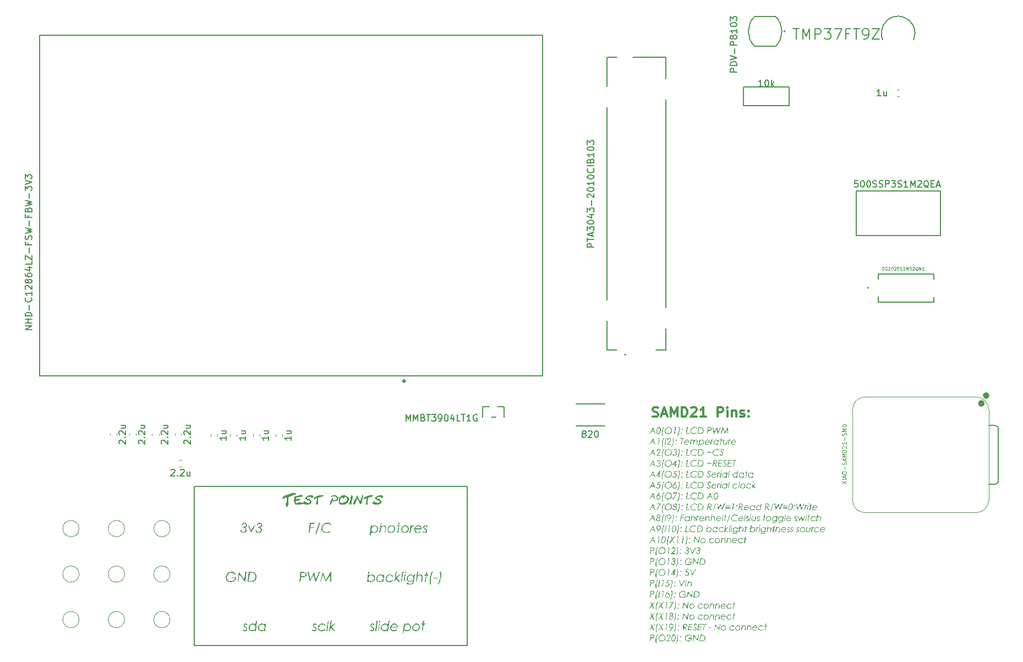
<source format=gto>
%TF.GenerationSoftware,KiCad,Pcbnew,9.0.0*%
%TF.CreationDate,2025-04-13T23:06:23-05:00*%
%TF.ProjectId,temperature_sensor,74656d70-6572-4617-9475-72655f73656e,rev?*%
%TF.SameCoordinates,Original*%
%TF.FileFunction,Legend,Top*%
%TF.FilePolarity,Positive*%
%FSLAX46Y46*%
G04 Gerber Fmt 4.6, Leading zero omitted, Abs format (unit mm)*
G04 Created by KiCad (PCBNEW 9.0.0) date 2025-04-13 23:06:23*
%MOMM*%
%LPD*%
G01*
G04 APERTURE LIST*
%ADD10C,0.187500*%
%ADD11C,0.300000*%
%ADD12C,0.200000*%
%ADD13C,0.150000*%
%ADD14C,0.101600*%
%ADD15C,0.120230*%
%ADD16C,0.127000*%
%ADD17C,0.120000*%
%ADD18C,0.152400*%
%ADD19C,0.100000*%
%ADD20C,0.504000*%
G04 APERTURE END LIST*
D10*
G36*
X138918780Y-90410000D02*
G01*
X138815648Y-90410000D01*
X138705678Y-90081737D01*
X138280085Y-90081737D01*
X138092201Y-90410000D01*
X137980216Y-90410000D01*
X138223342Y-89987948D01*
X138335406Y-89987948D01*
X138674232Y-89987948D01*
X138549912Y-89616332D01*
X138335406Y-89987948D01*
X138223342Y-89987948D01*
X138558766Y-89405673D01*
X138582030Y-89405673D01*
X138918780Y-90410000D01*
G37*
G36*
X139522489Y-89388304D02*
G01*
X139571767Y-89406198D01*
X139617209Y-89436371D01*
X139659630Y-89480533D01*
X139691653Y-89531025D01*
X139715870Y-89592808D01*
X139731529Y-89668162D01*
X139737177Y-89759825D01*
X139732944Y-89863760D01*
X139720642Y-89959777D01*
X139700755Y-90048631D01*
X139673613Y-90131013D01*
X139636998Y-90213734D01*
X139599239Y-90278343D01*
X139560647Y-90327741D01*
X139521266Y-90364387D01*
X139459347Y-90403424D01*
X139396510Y-90425985D01*
X139331367Y-90433447D01*
X139281638Y-90428807D01*
X139237007Y-90415294D01*
X139196423Y-90392964D01*
X139161234Y-90362671D01*
X139129796Y-90322457D01*
X139102145Y-90270537D01*
X139083263Y-90214671D01*
X139070838Y-90144944D01*
X139066771Y-90067449D01*
X139168091Y-90067449D01*
X139174557Y-90159046D01*
X139191570Y-90225508D01*
X139216573Y-90272796D01*
X139252780Y-90310934D01*
X139292320Y-90332473D01*
X139336863Y-90339658D01*
X139383072Y-90332792D01*
X139429595Y-90311353D01*
X139477913Y-90272491D01*
X139517999Y-90224231D01*
X139554041Y-90160988D01*
X139585502Y-90079722D01*
X139612953Y-89974089D01*
X139629694Y-89862702D01*
X139635389Y-89744804D01*
X139628751Y-89656239D01*
X139611115Y-89590837D01*
X139584830Y-89543243D01*
X139547270Y-89505106D01*
X139505727Y-89483333D01*
X139458435Y-89476015D01*
X139419360Y-89481829D01*
X139376511Y-89500630D01*
X139328253Y-89535732D01*
X139288375Y-89579739D01*
X139250029Y-89644250D01*
X139213825Y-89734912D01*
X139189373Y-89829009D01*
X139173678Y-89939063D01*
X139168091Y-90067449D01*
X139066771Y-90067449D01*
X139066303Y-90058534D01*
X139070457Y-89949542D01*
X139082398Y-89851132D01*
X139101456Y-89762262D01*
X139127119Y-89681973D01*
X139162333Y-89601319D01*
X139199471Y-89537748D01*
X139238189Y-89488601D01*
X139278428Y-89451652D01*
X139341436Y-89412233D01*
X139404176Y-89389638D01*
X139468021Y-89382226D01*
X139522489Y-89388304D01*
G37*
G36*
X140189087Y-89358778D02*
G01*
X140299729Y-89358778D01*
X140242747Y-89458011D01*
X140191301Y-89565651D01*
X140145536Y-89682312D01*
X140105678Y-89808674D01*
X140074803Y-89936009D01*
X140052616Y-90066522D01*
X140039187Y-90200546D01*
X140034665Y-90338436D01*
X140039858Y-90474894D01*
X140054580Y-90594512D01*
X140077712Y-90699183D01*
X139972505Y-90699183D01*
X139949662Y-90597237D01*
X139935242Y-90482525D01*
X139930190Y-90353518D01*
X139937734Y-90180355D01*
X139960494Y-90006233D01*
X139998822Y-89830533D01*
X140037363Y-89700097D01*
X140082041Y-89578359D01*
X140132658Y-89464758D01*
X140189087Y-89358778D01*
G37*
G36*
X141061604Y-89387817D02*
G01*
X141134551Y-89404047D01*
X141201170Y-89430488D01*
X141262409Y-89467236D01*
X141318954Y-89514911D01*
X141367473Y-89570702D01*
X141404833Y-89631303D01*
X141431706Y-89697412D01*
X141448208Y-89770012D01*
X141453899Y-89850317D01*
X141446795Y-89947679D01*
X141426091Y-90036613D01*
X141392174Y-90118518D01*
X141344727Y-90194520D01*
X141282745Y-90265408D01*
X141210997Y-90325856D01*
X141133474Y-90372408D01*
X141049326Y-90405867D01*
X140957376Y-90426385D01*
X140856175Y-90433447D01*
X140769029Y-90427780D01*
X140692043Y-90411539D01*
X140623728Y-90385474D01*
X140562852Y-90349799D01*
X140508496Y-90304181D01*
X140462098Y-90250092D01*
X140426044Y-90190195D01*
X140399865Y-90123672D01*
X140383644Y-90049406D01*
X140378009Y-89966027D01*
X140378284Y-89961631D01*
X140477049Y-89961631D01*
X140482564Y-90033950D01*
X140498604Y-90099531D01*
X140524860Y-90159528D01*
X140561143Y-90213722D01*
X140604978Y-90258022D01*
X140656995Y-90293374D01*
X140714919Y-90318547D01*
X140780590Y-90334193D01*
X140855504Y-90339658D01*
X140943960Y-90332348D01*
X141027101Y-90310726D01*
X141106158Y-90274628D01*
X141177771Y-90225524D01*
X141237909Y-90165678D01*
X141287508Y-90094132D01*
X141324173Y-90015000D01*
X141346070Y-89932204D01*
X141353454Y-89844516D01*
X141348107Y-89774117D01*
X141332731Y-89711925D01*
X141307849Y-89656578D01*
X141273344Y-89607015D01*
X141228463Y-89562538D01*
X141174296Y-89524893D01*
X141115351Y-89498052D01*
X141050688Y-89481657D01*
X140979091Y-89476015D01*
X140884663Y-89483261D01*
X140799459Y-89504294D01*
X140721903Y-89538663D01*
X140651895Y-89586173D01*
X140592513Y-89645074D01*
X140542934Y-89716472D01*
X140506167Y-89795318D01*
X140484359Y-89876650D01*
X140477049Y-89961631D01*
X140378284Y-89961631D01*
X140383002Y-89886237D01*
X140397731Y-89810774D01*
X140422071Y-89738922D01*
X140456228Y-89670066D01*
X140499176Y-89606218D01*
X140549277Y-89550054D01*
X140606918Y-89501013D01*
X140672749Y-89458796D01*
X140743217Y-89425569D01*
X140817654Y-89401713D01*
X140896718Y-89387178D01*
X140981167Y-89382226D01*
X141061604Y-89387817D01*
G37*
G36*
X141852564Y-89405673D02*
G01*
X142062247Y-89405673D01*
X141929073Y-90410000D01*
X141830704Y-90410000D01*
X141951605Y-89503370D01*
X141816355Y-89503370D01*
X141852564Y-89405673D01*
G37*
G36*
X142383670Y-90699183D02*
G01*
X142273028Y-90699183D01*
X142329921Y-90600323D01*
X142381401Y-90492620D01*
X142427305Y-90375405D01*
X142467384Y-90247944D01*
X142498603Y-90119323D01*
X142520884Y-89989366D01*
X142534280Y-89857788D01*
X142538764Y-89724288D01*
X142533476Y-89585530D01*
X142518511Y-89464363D01*
X142495045Y-89358778D01*
X142600252Y-89358778D01*
X142622157Y-89458399D01*
X142636224Y-89574269D01*
X142641224Y-89708595D01*
X142633734Y-89881755D01*
X142611177Y-90055191D01*
X142573264Y-90229504D01*
X142520989Y-90400056D01*
X142457676Y-90556215D01*
X142383670Y-90699183D01*
G37*
G36*
X143045324Y-89647962D02*
G01*
X143077555Y-89654168D01*
X143104431Y-89672752D01*
X143122622Y-89699981D01*
X143128672Y-89731981D01*
X143122582Y-89764507D01*
X143104431Y-89791577D01*
X143077583Y-89809874D01*
X143045324Y-89816001D01*
X143013064Y-89809874D01*
X142986217Y-89791577D01*
X142968066Y-89764507D01*
X142961976Y-89731981D01*
X142968106Y-89700009D01*
X142986584Y-89672752D01*
X143013660Y-89654123D01*
X143045324Y-89647962D01*
G37*
G36*
X142961304Y-90261500D02*
G01*
X142993535Y-90267706D01*
X143020411Y-90286290D01*
X143038603Y-90313519D01*
X143044652Y-90345519D01*
X143038603Y-90377520D01*
X143020411Y-90404748D01*
X142993535Y-90423332D01*
X142961304Y-90429539D01*
X142929074Y-90423332D01*
X142902198Y-90404748D01*
X142884006Y-90377520D01*
X142877957Y-90345519D01*
X142884006Y-90313519D01*
X142902198Y-90286290D01*
X142929074Y-90267706D01*
X142961304Y-90261500D01*
G37*
G36*
X143778785Y-89405673D02*
G01*
X143879902Y-89405673D01*
X143759002Y-90316210D01*
X144193449Y-90316210D01*
X144181847Y-90410000D01*
X143646284Y-90410000D01*
X143778785Y-89405673D01*
G37*
G36*
X145333147Y-89540495D02*
G01*
X145272330Y-89624515D01*
X145204949Y-89569889D01*
X145135500Y-89528555D01*
X145063427Y-89499428D01*
X144987975Y-89481928D01*
X144908225Y-89476015D01*
X144821093Y-89483276D01*
X144738484Y-89504839D01*
X144659220Y-89540983D01*
X144587091Y-89589762D01*
X144527109Y-89647886D01*
X144478175Y-89716045D01*
X144441817Y-89791606D01*
X144420218Y-89870076D01*
X144412962Y-89952655D01*
X144418774Y-90026488D01*
X144435625Y-90092834D01*
X144463154Y-90152995D01*
X144501321Y-90206768D01*
X144549340Y-90252277D01*
X144608356Y-90290076D01*
X144673322Y-90317185D01*
X144745279Y-90333881D01*
X144825549Y-90339658D01*
X144916666Y-90332423D01*
X145004309Y-90310834D01*
X145089555Y-90274523D01*
X145173290Y-90222421D01*
X145229282Y-90302349D01*
X145147467Y-90351518D01*
X145079611Y-90385314D01*
X145023630Y-90406580D01*
X144965675Y-90421055D01*
X144899774Y-90430222D01*
X144824877Y-90433447D01*
X144720910Y-90426287D01*
X144631089Y-90405940D01*
X144553180Y-90373524D01*
X144485380Y-90329338D01*
X144422243Y-90269344D01*
X144374099Y-90203207D01*
X144339649Y-90130096D01*
X144318496Y-90048671D01*
X144311174Y-89957173D01*
X144318308Y-89862931D01*
X144339180Y-89776254D01*
X144373541Y-89695795D01*
X144421876Y-89620487D01*
X144485380Y-89549593D01*
X144558267Y-89489469D01*
X144637010Y-89443100D01*
X144722466Y-89409739D01*
X144815813Y-89389271D01*
X144918483Y-89382226D01*
X144996611Y-89386408D01*
X145068066Y-89398543D01*
X145133661Y-89418190D01*
X145196092Y-89446222D01*
X145262372Y-89486393D01*
X145333147Y-89540495D01*
G37*
G36*
X145881280Y-89409780D02*
G01*
X145966948Y-89420997D01*
X146035361Y-89437874D01*
X146089384Y-89459284D01*
X146140983Y-89489480D01*
X146187307Y-89526832D01*
X146228783Y-89571813D01*
X146265605Y-89625186D01*
X146294568Y-89682503D01*
X146315436Y-89743884D01*
X146328211Y-89809986D01*
X146332588Y-89881580D01*
X146327799Y-89957484D01*
X146313633Y-90029693D01*
X146290156Y-90098867D01*
X146257117Y-90165573D01*
X146215445Y-90228526D01*
X146170654Y-90279931D01*
X146122701Y-90321106D01*
X146071310Y-90353030D01*
X146016767Y-90375589D01*
X145946151Y-90393532D01*
X145856001Y-90405561D01*
X145742437Y-90410000D01*
X145426142Y-90410000D01*
X145438579Y-90316210D01*
X145538860Y-90316210D01*
X145626971Y-90316210D01*
X145813564Y-90312682D01*
X145896798Y-90305219D01*
X145962675Y-90290004D01*
X146018911Y-90268161D01*
X146066852Y-90240129D01*
X146108956Y-90204145D01*
X146148347Y-90156384D01*
X146185005Y-90094804D01*
X146212206Y-90028774D01*
X146228637Y-89958725D01*
X146234220Y-89883717D01*
X146227730Y-89804995D01*
X146209010Y-89735313D01*
X146178532Y-89673058D01*
X146136764Y-89617856D01*
X146086209Y-89573122D01*
X146025881Y-89538053D01*
X145968555Y-89518967D01*
X145879145Y-89504999D01*
X145746467Y-89499462D01*
X145646083Y-89499462D01*
X145538860Y-90316210D01*
X145438579Y-90316210D01*
X145559316Y-89405673D01*
X145775165Y-89405673D01*
X145881280Y-89409780D01*
G37*
G36*
X147367630Y-89409233D02*
G01*
X147430212Y-89418259D01*
X147470943Y-89430647D01*
X147507724Y-89450630D01*
X147539085Y-89477098D01*
X147565587Y-89510636D01*
X147585021Y-89548690D01*
X147596971Y-89591619D01*
X147601125Y-89640512D01*
X147594710Y-89703801D01*
X147576040Y-89760076D01*
X147545071Y-89810872D01*
X147504144Y-89854393D01*
X147457321Y-89887097D01*
X147403715Y-89909790D01*
X147329668Y-89923299D01*
X147184385Y-89929330D01*
X147032039Y-89929330D01*
X146967864Y-90410000D01*
X146867419Y-90410000D01*
X146944396Y-89835540D01*
X147044373Y-89835540D01*
X147184385Y-89835540D01*
X147280233Y-89832644D01*
X147342398Y-89825461D01*
X147380085Y-89815940D01*
X147414034Y-89799696D01*
X147442981Y-89777408D01*
X147467524Y-89748590D01*
X147485981Y-89715485D01*
X147496965Y-89680329D01*
X147500680Y-89642405D01*
X147494799Y-89597018D01*
X147478148Y-89560645D01*
X147451475Y-89532032D01*
X147415989Y-89513201D01*
X147368104Y-89503750D01*
X147270481Y-89499462D01*
X147090840Y-89499462D01*
X147044373Y-89835540D01*
X146944396Y-89835540D01*
X147001997Y-89405673D01*
X147275915Y-89405673D01*
X147367630Y-89409233D01*
G37*
G36*
X147737595Y-89405673D02*
G01*
X147835232Y-89405673D01*
X147974633Y-90152079D01*
X148363285Y-89405673D01*
X148382458Y-89405673D01*
X148558007Y-90152079D01*
X148913197Y-89405673D01*
X149019077Y-89405673D01*
X148539567Y-90410000D01*
X148521127Y-90410000D01*
X148344173Y-89651870D01*
X147943859Y-90410000D01*
X147925418Y-90410000D01*
X147737595Y-89405673D01*
G37*
G36*
X150116521Y-89405673D02*
G01*
X150116521Y-90410000D01*
X150022243Y-90410000D01*
X150022243Y-89717510D01*
X149586392Y-90410000D01*
X149561113Y-90410000D01*
X149300872Y-89694856D01*
X149094548Y-90410000D01*
X148992759Y-90410000D01*
X149283103Y-89405673D01*
X149299528Y-89405673D01*
X149593230Y-90220650D01*
X150100828Y-89405673D01*
X150116521Y-89405673D01*
G37*
G36*
X138918780Y-92090000D02*
G01*
X138815648Y-92090000D01*
X138705678Y-91761737D01*
X138280085Y-91761737D01*
X138092201Y-92090000D01*
X137980216Y-92090000D01*
X138223342Y-91667948D01*
X138335406Y-91667948D01*
X138674232Y-91667948D01*
X138549912Y-91296332D01*
X138335406Y-91667948D01*
X138223342Y-91667948D01*
X138558766Y-91085673D01*
X138582030Y-91085673D01*
X138918780Y-92090000D01*
G37*
G36*
X139343702Y-91085673D02*
G01*
X139553384Y-91085673D01*
X139420211Y-92090000D01*
X139321842Y-92090000D01*
X139442742Y-91183370D01*
X139307493Y-91183370D01*
X139343702Y-91085673D01*
G37*
G36*
X140189087Y-91038778D02*
G01*
X140299729Y-91038778D01*
X140242747Y-91138011D01*
X140191301Y-91245651D01*
X140145536Y-91362312D01*
X140105678Y-91488674D01*
X140074803Y-91616009D01*
X140052616Y-91746522D01*
X140039187Y-91880546D01*
X140034665Y-92018436D01*
X140039858Y-92154894D01*
X140054580Y-92274512D01*
X140077712Y-92379183D01*
X139972505Y-92379183D01*
X139949662Y-92277237D01*
X139935242Y-92162525D01*
X139930190Y-92033518D01*
X139937734Y-91860355D01*
X139960494Y-91686233D01*
X139998822Y-91510533D01*
X140037363Y-91380097D01*
X140082041Y-91258359D01*
X140132658Y-91144758D01*
X140189087Y-91038778D01*
G37*
G36*
X140490727Y-91085673D02*
G01*
X140591782Y-91085673D01*
X140455861Y-92090000D01*
X140354745Y-92090000D01*
X140490727Y-91085673D01*
G37*
G36*
X140831568Y-91390488D02*
G01*
X140729780Y-91390488D01*
X140739520Y-91312532D01*
X140758856Y-91247508D01*
X140786852Y-91193250D01*
X140823325Y-91148077D01*
X140868582Y-91110919D01*
X140919722Y-91084335D01*
X140977892Y-91067941D01*
X141044670Y-91062226D01*
X141101218Y-91067129D01*
X141151438Y-91081313D01*
X141196516Y-91104522D01*
X141237316Y-91137208D01*
X141271220Y-91177096D01*
X141295064Y-91220713D01*
X141309524Y-91268867D01*
X141314497Y-91322711D01*
X141310232Y-91373348D01*
X141297234Y-91424407D01*
X141274869Y-91476523D01*
X141243364Y-91526714D01*
X141180069Y-91607922D01*
X141070621Y-91732001D01*
X140836331Y-91992302D01*
X141267358Y-91992302D01*
X141255757Y-92090000D01*
X140616329Y-92090000D01*
X140947644Y-91721803D01*
X141116424Y-91526118D01*
X141174790Y-91445137D01*
X141196187Y-91400284D01*
X141208206Y-91358888D01*
X141212037Y-91320146D01*
X141206366Y-91276393D01*
X141189739Y-91238035D01*
X141161479Y-91203642D01*
X141125318Y-91177452D01*
X141083297Y-91161557D01*
X141033740Y-91156015D01*
X140979084Y-91162995D01*
X140932502Y-91183215D01*
X140892018Y-91217198D01*
X140861812Y-91261112D01*
X140841256Y-91317739D01*
X140831568Y-91390488D01*
G37*
G36*
X141482903Y-92379183D02*
G01*
X141372260Y-92379183D01*
X141429153Y-92280323D01*
X141480633Y-92172620D01*
X141526537Y-92055405D01*
X141566617Y-91927944D01*
X141597835Y-91799323D01*
X141620116Y-91669366D01*
X141633512Y-91537788D01*
X141637997Y-91404288D01*
X141632708Y-91265530D01*
X141617744Y-91144363D01*
X141594277Y-91038778D01*
X141699485Y-91038778D01*
X141721389Y-91138399D01*
X141735456Y-91254269D01*
X141740457Y-91388595D01*
X141732967Y-91561755D01*
X141710410Y-91735191D01*
X141672496Y-91909504D01*
X141620221Y-92080056D01*
X141556908Y-92236215D01*
X141482903Y-92379183D01*
G37*
G36*
X142144556Y-91327962D02*
G01*
X142176787Y-91334168D01*
X142203663Y-91352752D01*
X142221855Y-91379981D01*
X142227904Y-91411981D01*
X142221815Y-91444507D01*
X142203663Y-91471577D01*
X142176816Y-91489874D01*
X142144556Y-91496001D01*
X142112297Y-91489874D01*
X142085450Y-91471577D01*
X142067298Y-91444507D01*
X142061209Y-91411981D01*
X142067338Y-91380009D01*
X142085816Y-91352752D01*
X142112892Y-91334123D01*
X142144556Y-91327962D01*
G37*
G36*
X142060537Y-91941500D02*
G01*
X142092768Y-91947706D01*
X142119644Y-91966290D01*
X142137835Y-91993519D01*
X142143885Y-92025519D01*
X142137835Y-92057520D01*
X142119644Y-92084748D01*
X142092768Y-92103332D01*
X142060537Y-92109539D01*
X142028306Y-92103332D01*
X142001430Y-92084748D01*
X141983239Y-92057520D01*
X141977189Y-92025519D01*
X141983239Y-91993519D01*
X142001430Y-91966290D01*
X142028306Y-91947706D01*
X142060537Y-91941500D01*
G37*
G36*
X142759865Y-91085673D02*
G01*
X143360336Y-91085673D01*
X143347330Y-91179462D01*
X143091181Y-91179462D01*
X142970219Y-92090000D01*
X142869836Y-92090000D01*
X142990736Y-91179462D01*
X142746859Y-91179462D01*
X142759865Y-91085673D01*
G37*
G36*
X143846996Y-91334274D02*
G01*
X143908668Y-91352530D01*
X143963842Y-91382449D01*
X144013625Y-91424743D01*
X144054187Y-91475832D01*
X144083184Y-91533075D01*
X144101028Y-91597670D01*
X144107231Y-91671245D01*
X144102468Y-91738290D01*
X143439837Y-91738290D01*
X143443850Y-91804640D01*
X143457173Y-91860434D01*
X143478887Y-91907545D01*
X143508836Y-91947423D01*
X143546714Y-91980335D01*
X143590085Y-92003894D01*
X143640030Y-92018464D01*
X143698063Y-92023565D01*
X143749640Y-92019846D01*
X143797919Y-92008895D01*
X143843510Y-91990776D01*
X143885735Y-91965815D01*
X143922474Y-91935177D01*
X143954213Y-91898513D01*
X144025226Y-91957131D01*
X143986140Y-91999748D01*
X143939419Y-92036659D01*
X143884176Y-92068018D01*
X143824927Y-92090976D01*
X143762444Y-92104838D01*
X143695987Y-92109539D01*
X143625497Y-92104636D01*
X143565520Y-92090792D01*
X143514343Y-92068878D01*
X143470590Y-92039160D01*
X143433304Y-92001278D01*
X143394493Y-91944694D01*
X143367328Y-91885759D01*
X143351060Y-91823743D01*
X143345560Y-91757707D01*
X143352011Y-91685424D01*
X143360038Y-91656224D01*
X143456202Y-91656224D01*
X144015029Y-91656224D01*
X144008686Y-91603997D01*
X143994489Y-91558588D01*
X143972776Y-91518823D01*
X143943283Y-91483850D01*
X143907543Y-91455128D01*
X143867852Y-91434694D01*
X143823420Y-91422178D01*
X143773168Y-91417843D01*
X143701080Y-91425071D01*
X143636162Y-91446210D01*
X143576796Y-91481407D01*
X143526160Y-91528427D01*
X143486072Y-91586121D01*
X143456202Y-91656224D01*
X143360038Y-91656224D01*
X143371453Y-91614702D01*
X143404605Y-91544544D01*
X143448840Y-91480812D01*
X143501343Y-91427970D01*
X143562752Y-91385054D01*
X143630700Y-91353311D01*
X143701845Y-91334355D01*
X143777259Y-91327962D01*
X143846996Y-91334274D01*
G37*
G36*
X144345978Y-91347501D02*
G01*
X144439584Y-91347501D01*
X144424502Y-91453075D01*
X144455758Y-91417001D01*
X144492241Y-91386506D01*
X144534473Y-91361301D01*
X144580030Y-91342505D01*
X144624717Y-91331558D01*
X144669050Y-91327962D01*
X144723372Y-91333591D01*
X144772606Y-91350118D01*
X144817978Y-91377787D01*
X144847355Y-91406681D01*
X144872251Y-91444774D01*
X144892472Y-91493925D01*
X144929414Y-91444361D01*
X144970863Y-91403795D01*
X145017096Y-91371376D01*
X145067866Y-91346839D01*
X145117830Y-91332627D01*
X145167733Y-91327962D01*
X145218346Y-91332344D01*
X145262742Y-91344954D01*
X145302074Y-91365481D01*
X145337177Y-91394274D01*
X145365847Y-91429355D01*
X145386364Y-91468980D01*
X145399017Y-91514034D01*
X145403428Y-91565732D01*
X145394574Y-91682114D01*
X145339192Y-92090000D01*
X145246318Y-92090000D01*
X145296205Y-91733405D01*
X145308692Y-91628808D01*
X145311898Y-91569945D01*
X145306981Y-91528874D01*
X145292806Y-91493936D01*
X145269216Y-91463700D01*
X145238469Y-91440779D01*
X145201598Y-91426714D01*
X145156864Y-91421751D01*
X145109082Y-91426764D01*
X145063610Y-91441783D01*
X145019539Y-91467424D01*
X144980388Y-91500630D01*
X144950684Y-91536507D01*
X144929352Y-91575380D01*
X144906928Y-91642271D01*
X144889052Y-91733405D01*
X144838494Y-92090000D01*
X144743545Y-92090000D01*
X144799537Y-91682236D01*
X144806985Y-91619928D01*
X144809124Y-91574769D01*
X144804062Y-91527742D01*
X144789803Y-91489400D01*
X144766748Y-91457838D01*
X144736109Y-91433714D01*
X144699788Y-91419068D01*
X144656106Y-91413935D01*
X144600124Y-91420733D01*
X144546074Y-91441352D01*
X144497938Y-91473235D01*
X144460040Y-91513037D01*
X144431222Y-91561283D01*
X144409115Y-91622885D01*
X144384202Y-91740244D01*
X144335048Y-92090000D01*
X144240099Y-92090000D01*
X144345978Y-91347501D01*
G37*
G36*
X146120403Y-91334427D02*
G01*
X146185863Y-91353020D01*
X146243761Y-91383262D01*
X146295341Y-91425659D01*
X146337514Y-91477382D01*
X146367653Y-91535595D01*
X146386212Y-91601570D01*
X146392672Y-91677046D01*
X146387513Y-91746792D01*
X146372388Y-91811346D01*
X146347450Y-91871633D01*
X146312355Y-91928397D01*
X146266277Y-91982166D01*
X146212758Y-92028905D01*
X146156816Y-92064303D01*
X146097956Y-92089317D01*
X146035472Y-92104411D01*
X145968483Y-92109539D01*
X145907554Y-92104940D01*
X145853487Y-92091690D01*
X145805146Y-92070216D01*
X145761757Y-92040104D01*
X145721991Y-91999853D01*
X145685650Y-91947972D01*
X145631673Y-92363551D01*
X145532632Y-92363551D01*
X145612969Y-91760027D01*
X145702747Y-91760027D01*
X145707639Y-91817472D01*
X145721666Y-91867477D01*
X145744397Y-91911400D01*
X145776142Y-91950232D01*
X145815035Y-91981986D01*
X145858893Y-92004695D01*
X145908683Y-92018690D01*
X145965736Y-92023565D01*
X146032351Y-92017245D01*
X146092890Y-91998728D01*
X146148693Y-91967933D01*
X146200697Y-91923792D01*
X146243510Y-91870960D01*
X146273724Y-91813277D01*
X146292080Y-91749709D01*
X146298394Y-91678817D01*
X146293497Y-91620177D01*
X146279511Y-91569543D01*
X146256957Y-91525473D01*
X146225610Y-91486903D01*
X146187104Y-91455407D01*
X146143314Y-91432804D01*
X146093214Y-91418822D01*
X146035406Y-91413935D01*
X145975552Y-91418863D01*
X145919936Y-91433371D01*
X145867672Y-91457472D01*
X145820732Y-91490437D01*
X145780711Y-91531810D01*
X145747138Y-91582524D01*
X145722537Y-91638327D01*
X145707754Y-91697214D01*
X145702747Y-91760027D01*
X145612969Y-91760027D01*
X145667882Y-91347501D01*
X145764907Y-91347501D01*
X145750558Y-91461441D01*
X145805636Y-91411857D01*
X145862118Y-91374698D01*
X145920470Y-91348718D01*
X145981369Y-91333194D01*
X146045664Y-91327962D01*
X146120403Y-91334427D01*
G37*
G36*
X147024107Y-91334274D02*
G01*
X147085779Y-91352530D01*
X147140953Y-91382449D01*
X147190736Y-91424743D01*
X147231298Y-91475832D01*
X147260295Y-91533075D01*
X147278139Y-91597670D01*
X147284342Y-91671245D01*
X147279579Y-91738290D01*
X146616948Y-91738290D01*
X146620960Y-91804640D01*
X146634284Y-91860434D01*
X146655998Y-91907545D01*
X146685947Y-91947423D01*
X146723825Y-91980335D01*
X146767196Y-92003894D01*
X146817141Y-92018464D01*
X146875174Y-92023565D01*
X146926751Y-92019846D01*
X146975030Y-92008895D01*
X147020621Y-91990776D01*
X147062846Y-91965815D01*
X147099585Y-91935177D01*
X147131324Y-91898513D01*
X147202337Y-91957131D01*
X147163251Y-91999748D01*
X147116530Y-92036659D01*
X147061287Y-92068018D01*
X147002038Y-92090976D01*
X146939555Y-92104838D01*
X146873098Y-92109539D01*
X146802608Y-92104636D01*
X146742631Y-92090792D01*
X146691454Y-92068878D01*
X146647701Y-92039160D01*
X146610415Y-92001278D01*
X146571604Y-91944694D01*
X146544439Y-91885759D01*
X146528171Y-91823743D01*
X146522670Y-91757707D01*
X146529122Y-91685424D01*
X146537149Y-91656224D01*
X146633312Y-91656224D01*
X147192140Y-91656224D01*
X147185797Y-91603997D01*
X147171600Y-91558588D01*
X147149887Y-91518823D01*
X147120394Y-91483850D01*
X147084654Y-91455128D01*
X147044963Y-91434694D01*
X147000531Y-91422178D01*
X146950279Y-91417843D01*
X146878191Y-91425071D01*
X146813273Y-91446210D01*
X146753907Y-91481407D01*
X146703271Y-91528427D01*
X146663183Y-91586121D01*
X146633312Y-91656224D01*
X146537149Y-91656224D01*
X146548564Y-91614702D01*
X146581716Y-91544544D01*
X146625951Y-91480812D01*
X146678454Y-91427970D01*
X146739863Y-91385054D01*
X146807811Y-91353311D01*
X146878956Y-91334355D01*
X146954370Y-91327962D01*
X147024107Y-91334274D01*
G37*
G36*
X147483461Y-91347501D02*
G01*
X147578410Y-91347501D01*
X147566137Y-91440314D01*
X147608644Y-91392759D01*
X147658339Y-91357576D01*
X147713555Y-91335215D01*
X147768981Y-91327962D01*
X147809249Y-91332540D01*
X147853000Y-91347074D01*
X147807937Y-91436100D01*
X147773460Y-91424902D01*
X147748525Y-91421751D01*
X147716280Y-91425385D01*
X147683595Y-91436590D01*
X147649790Y-91456311D01*
X147620171Y-91481906D01*
X147593775Y-91515006D01*
X147570594Y-91556817D01*
X147553684Y-91602493D01*
X147536248Y-91672698D01*
X147518998Y-91775109D01*
X147475279Y-92090000D01*
X147382344Y-92090000D01*
X147483461Y-91347501D01*
G37*
G36*
X148340481Y-91332513D02*
G01*
X148394402Y-91345608D01*
X148442480Y-91366796D01*
X148485727Y-91396487D01*
X148525636Y-91436383D01*
X148562404Y-91488002D01*
X148579439Y-91347501D01*
X148678480Y-91347501D01*
X148579439Y-92090000D01*
X148483147Y-92090000D01*
X148497496Y-91977709D01*
X148442496Y-92026581D01*
X148385978Y-92063276D01*
X148327475Y-92088974D01*
X148266316Y-92104351D01*
X148201657Y-92109539D01*
X148127316Y-92103091D01*
X148062027Y-92084524D01*
X148004110Y-92054284D01*
X147952346Y-92011842D01*
X147910000Y-91960097D01*
X147879751Y-91901876D01*
X147861130Y-91835910D01*
X147854649Y-91760455D01*
X147854780Y-91758684D01*
X147948927Y-91758684D01*
X147953841Y-91817304D01*
X147967877Y-91867943D01*
X147990524Y-91912041D01*
X148022016Y-91950659D01*
X148060701Y-91982169D01*
X148104520Y-92004751D01*
X148154471Y-92018698D01*
X148211915Y-92023565D01*
X148272247Y-92018612D01*
X148327973Y-92004067D01*
X148380015Y-91979968D01*
X148426761Y-91946944D01*
X148466686Y-91905493D01*
X148500244Y-91854672D01*
X148524842Y-91798748D01*
X148539627Y-91739719D01*
X148544635Y-91676741D01*
X148539761Y-91619439D01*
X148525789Y-91569571D01*
X148503152Y-91525784D01*
X148471545Y-91487086D01*
X148432846Y-91455461D01*
X148389022Y-91432805D01*
X148339076Y-91418816D01*
X148281646Y-91413935D01*
X148215032Y-91420255D01*
X148154482Y-91438771D01*
X148098658Y-91469566D01*
X148046624Y-91513709D01*
X148003811Y-91566541D01*
X147973597Y-91624223D01*
X147955241Y-91687792D01*
X147948927Y-91758684D01*
X147854780Y-91758684D01*
X147859819Y-91690722D01*
X147874977Y-91626182D01*
X147899971Y-91565909D01*
X147935150Y-91509156D01*
X147981350Y-91455396D01*
X148035043Y-91408620D01*
X148091119Y-91373202D01*
X148150068Y-91348181D01*
X148212593Y-91333088D01*
X148279570Y-91327962D01*
X148340481Y-91332513D01*
G37*
G36*
X149017123Y-91070041D02*
G01*
X149110729Y-91070041D01*
X149073176Y-91347501D01*
X149221371Y-91347501D01*
X149210441Y-91429567D01*
X149062063Y-91429567D01*
X148972732Y-92090000D01*
X148877110Y-92090000D01*
X148967786Y-91429567D01*
X148838825Y-91429567D01*
X148850427Y-91347501D01*
X148979021Y-91347501D01*
X149017123Y-91070041D01*
G37*
G36*
X149371397Y-91347501D02*
G01*
X149467079Y-91347501D01*
X149424031Y-91657629D01*
X149409479Y-91778453D01*
X149406263Y-91827866D01*
X149412877Y-91883068D01*
X149431851Y-91929423D01*
X149463293Y-91968977D01*
X149504280Y-91998722D01*
X149553706Y-92017071D01*
X149613930Y-92023565D01*
X149664523Y-92018782D01*
X149709208Y-92004933D01*
X149749180Y-91982166D01*
X149783860Y-91951627D01*
X149811029Y-91915717D01*
X149831184Y-91873722D01*
X149842529Y-91828925D01*
X149860554Y-91718384D01*
X149913799Y-91347501D01*
X150007405Y-91347501D01*
X149969120Y-91628197D01*
X149938043Y-91814457D01*
X149911051Y-91914694D01*
X149885418Y-91967828D01*
X149849242Y-92014260D01*
X149801448Y-92054767D01*
X149746495Y-92084596D01*
X149683054Y-92103065D01*
X149609167Y-92109539D01*
X149545583Y-92104272D01*
X149490041Y-92089163D01*
X149441107Y-92064693D01*
X149397714Y-92030587D01*
X149361606Y-91988482D01*
X149336177Y-91942210D01*
X149320728Y-91890885D01*
X149315404Y-91833239D01*
X149322915Y-91723208D01*
X149329754Y-91657812D01*
X149333173Y-91629907D01*
X149371397Y-91347501D01*
G37*
G36*
X150184787Y-91347501D02*
G01*
X150279736Y-91347501D01*
X150267463Y-91440314D01*
X150309970Y-91392759D01*
X150359665Y-91357576D01*
X150414881Y-91335215D01*
X150470307Y-91327962D01*
X150510575Y-91332540D01*
X150554326Y-91347074D01*
X150509263Y-91436100D01*
X150474786Y-91424902D01*
X150449851Y-91421751D01*
X150417606Y-91425385D01*
X150384920Y-91436590D01*
X150351116Y-91456311D01*
X150321497Y-91481906D01*
X150295101Y-91515006D01*
X150271920Y-91556817D01*
X150255010Y-91602493D01*
X150237574Y-91672698D01*
X150220324Y-91775109D01*
X150176605Y-92090000D01*
X150083670Y-92090000D01*
X150184787Y-91347501D01*
G37*
G36*
X151056068Y-91334274D02*
G01*
X151117740Y-91352530D01*
X151172914Y-91382449D01*
X151222697Y-91424743D01*
X151263259Y-91475832D01*
X151292256Y-91533075D01*
X151310100Y-91597670D01*
X151316303Y-91671245D01*
X151311540Y-91738290D01*
X150648909Y-91738290D01*
X150652921Y-91804640D01*
X150666245Y-91860434D01*
X150687959Y-91907545D01*
X150717908Y-91947423D01*
X150755786Y-91980335D01*
X150799157Y-92003894D01*
X150849102Y-92018464D01*
X150907135Y-92023565D01*
X150958712Y-92019846D01*
X151006991Y-92008895D01*
X151052581Y-91990776D01*
X151094807Y-91965815D01*
X151131546Y-91935177D01*
X151163285Y-91898513D01*
X151234298Y-91957131D01*
X151195212Y-91999748D01*
X151148491Y-92036659D01*
X151093248Y-92068018D01*
X151033999Y-92090976D01*
X150971516Y-92104838D01*
X150905059Y-92109539D01*
X150834569Y-92104636D01*
X150774592Y-92090792D01*
X150723415Y-92068878D01*
X150679662Y-92039160D01*
X150642376Y-92001278D01*
X150603565Y-91944694D01*
X150576400Y-91885759D01*
X150560132Y-91823743D01*
X150554631Y-91757707D01*
X150561083Y-91685424D01*
X150569110Y-91656224D01*
X150665273Y-91656224D01*
X151224101Y-91656224D01*
X151217758Y-91603997D01*
X151203561Y-91558588D01*
X151181848Y-91518823D01*
X151152355Y-91483850D01*
X151116615Y-91455128D01*
X151076924Y-91434694D01*
X151032492Y-91422178D01*
X150982240Y-91417843D01*
X150910152Y-91425071D01*
X150845233Y-91446210D01*
X150785868Y-91481407D01*
X150735232Y-91528427D01*
X150695143Y-91586121D01*
X150665273Y-91656224D01*
X150569110Y-91656224D01*
X150580525Y-91614702D01*
X150613677Y-91544544D01*
X150657912Y-91480812D01*
X150710415Y-91427970D01*
X150771824Y-91385054D01*
X150839772Y-91353311D01*
X150910917Y-91334355D01*
X150986331Y-91327962D01*
X151056068Y-91334274D01*
G37*
G36*
X138918780Y-93770000D02*
G01*
X138815648Y-93770000D01*
X138705678Y-93441737D01*
X138280085Y-93441737D01*
X138092201Y-93770000D01*
X137980216Y-93770000D01*
X138223342Y-93347948D01*
X138335406Y-93347948D01*
X138674232Y-93347948D01*
X138549912Y-92976332D01*
X138335406Y-93347948D01*
X138223342Y-93347948D01*
X138558766Y-92765673D01*
X138582030Y-92765673D01*
X138918780Y-93770000D01*
G37*
G36*
X139223473Y-93070488D02*
G01*
X139121685Y-93070488D01*
X139131425Y-92992532D01*
X139150761Y-92927508D01*
X139178757Y-92873250D01*
X139215230Y-92828077D01*
X139260487Y-92790919D01*
X139311627Y-92764335D01*
X139369798Y-92747941D01*
X139436575Y-92742226D01*
X139493123Y-92747129D01*
X139543343Y-92761313D01*
X139588421Y-92784522D01*
X139629221Y-92817208D01*
X139663125Y-92857096D01*
X139686969Y-92900713D01*
X139701429Y-92948867D01*
X139706402Y-93002711D01*
X139702137Y-93053348D01*
X139689139Y-93104407D01*
X139666774Y-93156523D01*
X139635269Y-93206714D01*
X139571974Y-93287922D01*
X139462526Y-93412001D01*
X139228236Y-93672302D01*
X139659263Y-93672302D01*
X139647662Y-93770000D01*
X139008234Y-93770000D01*
X139339549Y-93401803D01*
X139508329Y-93206118D01*
X139566695Y-93125137D01*
X139588092Y-93080284D01*
X139600111Y-93038888D01*
X139603942Y-93000146D01*
X139598271Y-92956393D01*
X139581644Y-92918035D01*
X139553384Y-92883642D01*
X139517223Y-92857452D01*
X139475202Y-92841557D01*
X139425645Y-92836015D01*
X139370989Y-92842995D01*
X139324408Y-92863215D01*
X139283923Y-92897198D01*
X139253717Y-92941112D01*
X139233162Y-92997739D01*
X139223473Y-93070488D01*
G37*
G36*
X140189087Y-92718778D02*
G01*
X140299729Y-92718778D01*
X140242747Y-92818011D01*
X140191301Y-92925651D01*
X140145536Y-93042312D01*
X140105678Y-93168674D01*
X140074803Y-93296009D01*
X140052616Y-93426522D01*
X140039187Y-93560546D01*
X140034665Y-93698436D01*
X140039858Y-93834894D01*
X140054580Y-93954512D01*
X140077712Y-94059183D01*
X139972505Y-94059183D01*
X139949662Y-93957237D01*
X139935242Y-93842525D01*
X139930190Y-93713518D01*
X139937734Y-93540355D01*
X139960494Y-93366233D01*
X139998822Y-93190533D01*
X140037363Y-93060097D01*
X140082041Y-92938359D01*
X140132658Y-92824758D01*
X140189087Y-92718778D01*
G37*
G36*
X141061604Y-92747817D02*
G01*
X141134551Y-92764047D01*
X141201170Y-92790488D01*
X141262409Y-92827236D01*
X141318954Y-92874911D01*
X141367473Y-92930702D01*
X141404833Y-92991303D01*
X141431706Y-93057412D01*
X141448208Y-93130012D01*
X141453899Y-93210317D01*
X141446795Y-93307679D01*
X141426091Y-93396613D01*
X141392174Y-93478518D01*
X141344727Y-93554520D01*
X141282745Y-93625408D01*
X141210997Y-93685856D01*
X141133474Y-93732408D01*
X141049326Y-93765867D01*
X140957376Y-93786385D01*
X140856175Y-93793447D01*
X140769029Y-93787780D01*
X140692043Y-93771539D01*
X140623728Y-93745474D01*
X140562852Y-93709799D01*
X140508496Y-93664181D01*
X140462098Y-93610092D01*
X140426044Y-93550195D01*
X140399865Y-93483672D01*
X140383644Y-93409406D01*
X140378009Y-93326027D01*
X140378284Y-93321631D01*
X140477049Y-93321631D01*
X140482564Y-93393950D01*
X140498604Y-93459531D01*
X140524860Y-93519528D01*
X140561143Y-93573722D01*
X140604978Y-93618022D01*
X140656995Y-93653374D01*
X140714919Y-93678547D01*
X140780590Y-93694193D01*
X140855504Y-93699658D01*
X140943960Y-93692348D01*
X141027101Y-93670726D01*
X141106158Y-93634628D01*
X141177771Y-93585524D01*
X141237909Y-93525678D01*
X141287508Y-93454132D01*
X141324173Y-93375000D01*
X141346070Y-93292204D01*
X141353454Y-93204516D01*
X141348107Y-93134117D01*
X141332731Y-93071925D01*
X141307849Y-93016578D01*
X141273344Y-92967015D01*
X141228463Y-92922538D01*
X141174296Y-92884893D01*
X141115351Y-92858052D01*
X141050688Y-92841657D01*
X140979091Y-92836015D01*
X140884663Y-92843261D01*
X140799459Y-92864294D01*
X140721903Y-92898663D01*
X140651895Y-92946173D01*
X140592513Y-93005074D01*
X140542934Y-93076472D01*
X140506167Y-93155318D01*
X140484359Y-93236650D01*
X140477049Y-93321631D01*
X140378284Y-93321631D01*
X140383002Y-93246237D01*
X140397731Y-93170774D01*
X140422071Y-93098922D01*
X140456228Y-93030066D01*
X140499176Y-92966218D01*
X140549277Y-92910054D01*
X140606918Y-92861013D01*
X140672749Y-92818796D01*
X140743217Y-92785569D01*
X140817654Y-92761713D01*
X140896718Y-92747178D01*
X140981167Y-92742226D01*
X141061604Y-92747817D01*
G37*
G36*
X141779474Y-92980607D02*
G01*
X141677686Y-92980607D01*
X141689742Y-92928959D01*
X141709394Y-92883586D01*
X141736614Y-92843519D01*
X141771903Y-92808110D01*
X141812947Y-92779310D01*
X141857131Y-92758886D01*
X141905119Y-92746477D01*
X141957772Y-92742226D01*
X142013734Y-92747036D01*
X142062915Y-92760889D01*
X142106565Y-92783443D01*
X142145594Y-92815071D01*
X142177641Y-92853688D01*
X142200467Y-92896974D01*
X142214485Y-92945854D01*
X142219356Y-93001612D01*
X142215046Y-93050581D01*
X142202725Y-93092821D01*
X142182780Y-93129595D01*
X142155172Y-93161255D01*
X142114094Y-93193301D01*
X142056079Y-93225765D01*
X142109053Y-93263151D01*
X142148309Y-93304623D01*
X142175777Y-93350547D01*
X142192424Y-93401876D01*
X142198168Y-93460055D01*
X142193090Y-93518497D01*
X142178021Y-93573674D01*
X142152739Y-93626446D01*
X142118645Y-93673970D01*
X142076775Y-93714455D01*
X142026343Y-93748384D01*
X141970962Y-93773430D01*
X141913067Y-93788399D01*
X141851831Y-93793447D01*
X141793294Y-93788462D01*
X141740791Y-93773988D01*
X141693192Y-93750240D01*
X141649659Y-93716755D01*
X141613428Y-93676016D01*
X141584794Y-93627870D01*
X141563689Y-93571140D01*
X141550619Y-93504263D01*
X141651003Y-93504263D01*
X141666425Y-93571365D01*
X141686174Y-93613989D01*
X141715318Y-93647501D01*
X141757187Y-93675600D01*
X141805284Y-93693683D01*
X141855251Y-93699658D01*
X141899680Y-93695280D01*
X141941723Y-93682224D01*
X141982167Y-93660096D01*
X142021580Y-93627850D01*
X142055149Y-93589343D01*
X142077940Y-93550285D01*
X142091266Y-93510105D01*
X142095708Y-93467993D01*
X142088406Y-93413153D01*
X142066643Y-93363213D01*
X142044681Y-93334108D01*
X142017141Y-93310030D01*
X141983295Y-93290673D01*
X141946236Y-93277645D01*
X141899461Y-93269037D01*
X141840901Y-93265882D01*
X141851831Y-93176001D01*
X141877782Y-93176673D01*
X141947908Y-93170144D01*
X142005228Y-93151860D01*
X142052355Y-93122756D01*
X142090268Y-93083204D01*
X142111800Y-93040738D01*
X142118972Y-92993735D01*
X142113523Y-92951646D01*
X142097556Y-92914777D01*
X142070429Y-92881749D01*
X142035809Y-92856453D01*
X141996454Y-92841262D01*
X141950933Y-92836015D01*
X141908643Y-92840526D01*
X141871322Y-92853647D01*
X141837848Y-92875460D01*
X141810471Y-92904409D01*
X141791091Y-92939054D01*
X141779474Y-92980607D01*
G37*
G36*
X142383670Y-94059183D02*
G01*
X142273028Y-94059183D01*
X142329921Y-93960323D01*
X142381401Y-93852620D01*
X142427305Y-93735405D01*
X142467384Y-93607944D01*
X142498603Y-93479323D01*
X142520884Y-93349366D01*
X142534280Y-93217788D01*
X142538764Y-93084288D01*
X142533476Y-92945530D01*
X142518511Y-92824363D01*
X142495045Y-92718778D01*
X142600252Y-92718778D01*
X142622157Y-92818399D01*
X142636224Y-92934269D01*
X142641224Y-93068595D01*
X142633734Y-93241755D01*
X142611177Y-93415191D01*
X142573264Y-93589504D01*
X142520989Y-93760056D01*
X142457676Y-93916215D01*
X142383670Y-94059183D01*
G37*
G36*
X143045324Y-93007962D02*
G01*
X143077555Y-93014168D01*
X143104431Y-93032752D01*
X143122622Y-93059981D01*
X143128672Y-93091981D01*
X143122582Y-93124507D01*
X143104431Y-93151577D01*
X143077583Y-93169874D01*
X143045324Y-93176001D01*
X143013064Y-93169874D01*
X142986217Y-93151577D01*
X142968066Y-93124507D01*
X142961976Y-93091981D01*
X142968106Y-93060009D01*
X142986584Y-93032752D01*
X143013660Y-93014123D01*
X143045324Y-93007962D01*
G37*
G36*
X142961304Y-93621500D02*
G01*
X142993535Y-93627706D01*
X143020411Y-93646290D01*
X143038603Y-93673519D01*
X143044652Y-93705519D01*
X143038603Y-93737520D01*
X143020411Y-93764748D01*
X142993535Y-93783332D01*
X142961304Y-93789539D01*
X142929074Y-93783332D01*
X142902198Y-93764748D01*
X142884006Y-93737520D01*
X142877957Y-93705519D01*
X142884006Y-93673519D01*
X142902198Y-93646290D01*
X142929074Y-93627706D01*
X142961304Y-93621500D01*
G37*
G36*
X143778785Y-92765673D02*
G01*
X143879902Y-92765673D01*
X143759002Y-93676210D01*
X144193449Y-93676210D01*
X144181847Y-93770000D01*
X143646284Y-93770000D01*
X143778785Y-92765673D01*
G37*
G36*
X145333147Y-92900495D02*
G01*
X145272330Y-92984515D01*
X145204949Y-92929889D01*
X145135500Y-92888555D01*
X145063427Y-92859428D01*
X144987975Y-92841928D01*
X144908225Y-92836015D01*
X144821093Y-92843276D01*
X144738484Y-92864839D01*
X144659220Y-92900983D01*
X144587091Y-92949762D01*
X144527109Y-93007886D01*
X144478175Y-93076045D01*
X144441817Y-93151606D01*
X144420218Y-93230076D01*
X144412962Y-93312655D01*
X144418774Y-93386488D01*
X144435625Y-93452834D01*
X144463154Y-93512995D01*
X144501321Y-93566768D01*
X144549340Y-93612277D01*
X144608356Y-93650076D01*
X144673322Y-93677185D01*
X144745279Y-93693881D01*
X144825549Y-93699658D01*
X144916666Y-93692423D01*
X145004309Y-93670834D01*
X145089555Y-93634523D01*
X145173290Y-93582421D01*
X145229282Y-93662349D01*
X145147467Y-93711518D01*
X145079611Y-93745314D01*
X145023630Y-93766580D01*
X144965675Y-93781055D01*
X144899774Y-93790222D01*
X144824877Y-93793447D01*
X144720910Y-93786287D01*
X144631089Y-93765940D01*
X144553180Y-93733524D01*
X144485380Y-93689338D01*
X144422243Y-93629344D01*
X144374099Y-93563207D01*
X144339649Y-93490096D01*
X144318496Y-93408671D01*
X144311174Y-93317173D01*
X144318308Y-93222931D01*
X144339180Y-93136254D01*
X144373541Y-93055795D01*
X144421876Y-92980487D01*
X144485380Y-92909593D01*
X144558267Y-92849469D01*
X144637010Y-92803100D01*
X144722466Y-92769739D01*
X144815813Y-92749271D01*
X144918483Y-92742226D01*
X144996611Y-92746408D01*
X145068066Y-92758543D01*
X145133661Y-92778190D01*
X145196092Y-92806222D01*
X145262372Y-92846393D01*
X145333147Y-92900495D01*
G37*
G36*
X145881280Y-92769780D02*
G01*
X145966948Y-92780997D01*
X146035361Y-92797874D01*
X146089384Y-92819284D01*
X146140983Y-92849480D01*
X146187307Y-92886832D01*
X146228783Y-92931813D01*
X146265605Y-92985186D01*
X146294568Y-93042503D01*
X146315436Y-93103884D01*
X146328211Y-93169986D01*
X146332588Y-93241580D01*
X146327799Y-93317484D01*
X146313633Y-93389693D01*
X146290156Y-93458867D01*
X146257117Y-93525573D01*
X146215445Y-93588526D01*
X146170654Y-93639931D01*
X146122701Y-93681106D01*
X146071310Y-93713030D01*
X146016767Y-93735589D01*
X145946151Y-93753532D01*
X145856001Y-93765561D01*
X145742437Y-93770000D01*
X145426142Y-93770000D01*
X145438579Y-93676210D01*
X145538860Y-93676210D01*
X145626971Y-93676210D01*
X145813564Y-93672682D01*
X145896798Y-93665219D01*
X145962675Y-93650004D01*
X146018911Y-93628161D01*
X146066852Y-93600129D01*
X146108956Y-93564145D01*
X146148347Y-93516384D01*
X146185005Y-93454804D01*
X146212206Y-93388774D01*
X146228637Y-93318725D01*
X146234220Y-93243717D01*
X146227730Y-93164995D01*
X146209010Y-93095313D01*
X146178532Y-93033058D01*
X146136764Y-92977856D01*
X146086209Y-92933122D01*
X146025881Y-92898053D01*
X145968555Y-92878967D01*
X145879145Y-92864999D01*
X145746467Y-92859462D01*
X145646083Y-92859462D01*
X145538860Y-93676210D01*
X145438579Y-93676210D01*
X145559316Y-92765673D01*
X145775165Y-92765673D01*
X145881280Y-92769780D01*
G37*
G36*
X147593614Y-93199448D02*
G01*
X147593614Y-93308869D01*
X147521922Y-93347409D01*
X147483949Y-93363885D01*
X147451095Y-93372573D01*
X147421484Y-93375303D01*
X147378909Y-93370594D01*
X147320148Y-93353936D01*
X147240439Y-93320776D01*
X147125279Y-93270157D01*
X147100591Y-93263927D01*
X147078506Y-93261974D01*
X147047993Y-93265119D01*
X147012255Y-93275408D01*
X146971734Y-93294253D01*
X146899537Y-93336224D01*
X146899537Y-93226803D01*
X146970072Y-93188793D01*
X147008164Y-93172154D01*
X147041604Y-93163229D01*
X147073072Y-93160369D01*
X147116478Y-93165226D01*
X147175936Y-93182349D01*
X147256132Y-93216362D01*
X147366468Y-93264356D01*
X147395670Y-93271522D01*
X147420080Y-93273698D01*
X147448629Y-93270995D01*
X147478148Y-93262646D01*
X147513906Y-93245538D01*
X147593614Y-93199448D01*
G37*
G36*
X148747662Y-92900495D02*
G01*
X148686845Y-92984515D01*
X148619464Y-92929889D01*
X148550015Y-92888555D01*
X148477942Y-92859428D01*
X148402490Y-92841928D01*
X148322740Y-92836015D01*
X148235608Y-92843276D01*
X148152999Y-92864839D01*
X148073735Y-92900983D01*
X148001606Y-92949762D01*
X147941624Y-93007886D01*
X147892690Y-93076045D01*
X147856332Y-93151606D01*
X147834733Y-93230076D01*
X147827477Y-93312655D01*
X147833289Y-93386488D01*
X147850140Y-93452834D01*
X147877669Y-93512995D01*
X147915836Y-93566768D01*
X147963855Y-93612277D01*
X148022871Y-93650076D01*
X148087837Y-93677185D01*
X148159794Y-93693881D01*
X148240064Y-93699658D01*
X148331181Y-93692423D01*
X148418824Y-93670834D01*
X148504070Y-93634523D01*
X148587805Y-93582421D01*
X148643797Y-93662349D01*
X148561982Y-93711518D01*
X148494126Y-93745314D01*
X148438145Y-93766580D01*
X148380190Y-93781055D01*
X148314289Y-93790222D01*
X148239392Y-93793447D01*
X148135425Y-93786287D01*
X148045604Y-93765940D01*
X147967695Y-93733524D01*
X147899895Y-93689338D01*
X147836758Y-93629344D01*
X147788614Y-93563207D01*
X147754164Y-93490096D01*
X147733011Y-93408671D01*
X147725689Y-93317173D01*
X147732823Y-93222931D01*
X147753695Y-93136254D01*
X147788056Y-93055795D01*
X147836391Y-92980487D01*
X147899895Y-92909593D01*
X147972782Y-92849469D01*
X148051525Y-92803100D01*
X148136981Y-92769739D01*
X148230328Y-92749271D01*
X148332998Y-92742226D01*
X148411126Y-92746408D01*
X148482581Y-92758543D01*
X148548176Y-92778190D01*
X148610607Y-92806222D01*
X148676887Y-92846393D01*
X148747662Y-92900495D01*
G37*
G36*
X149442472Y-92948855D02*
G01*
X149347522Y-92972791D01*
X149331544Y-92932568D01*
X149310598Y-92899578D01*
X149284691Y-92872773D01*
X149254011Y-92851942D01*
X149222839Y-92839968D01*
X149190413Y-92836015D01*
X149154714Y-92840418D01*
X149124757Y-92853069D01*
X149099188Y-92874117D01*
X149080129Y-92901429D01*
X149068252Y-92934840D01*
X149064017Y-92976027D01*
X149067878Y-93012618D01*
X149079982Y-93051467D01*
X149101570Y-93093386D01*
X149134604Y-93135331D01*
X149213616Y-93212821D01*
X149272674Y-93271034D01*
X149314518Y-93322318D01*
X149342332Y-93367670D01*
X149363111Y-93416546D01*
X149375039Y-93463188D01*
X149378907Y-93508232D01*
X149374547Y-93555744D01*
X149361392Y-93602267D01*
X149338913Y-93648489D01*
X149309112Y-93690336D01*
X149273416Y-93725558D01*
X149231324Y-93754673D01*
X149185021Y-93776333D01*
X149137437Y-93789156D01*
X149087892Y-93793447D01*
X149025937Y-93786577D01*
X148970816Y-93766497D01*
X148920891Y-93732875D01*
X148879783Y-93688393D01*
X148845818Y-93630159D01*
X148819469Y-93555249D01*
X148912342Y-93523803D01*
X148931246Y-93581259D01*
X148955099Y-93624531D01*
X148983356Y-93656366D01*
X149018132Y-93680575D01*
X149055597Y-93694834D01*
X149096807Y-93699658D01*
X149143285Y-93693651D01*
X149184698Y-93675935D01*
X149222470Y-93645680D01*
X149251641Y-93607011D01*
X149269090Y-93563140D01*
X149275104Y-93512445D01*
X149267813Y-93455612D01*
X149245368Y-93399056D01*
X149222640Y-93364118D01*
X149185284Y-93320443D01*
X149128925Y-93266127D01*
X149045857Y-93184712D01*
X149008025Y-93136861D01*
X148982340Y-93085433D01*
X148967252Y-93033090D01*
X148962229Y-92979019D01*
X148966648Y-92928702D01*
X148979397Y-92884332D01*
X149000218Y-92844790D01*
X149029518Y-92809270D01*
X149065200Y-92779931D01*
X149104390Y-92759197D01*
X149147822Y-92746576D01*
X149196519Y-92742226D01*
X149250722Y-92748073D01*
X149300174Y-92765317D01*
X149346118Y-92794371D01*
X149384631Y-92832984D01*
X149416841Y-92883659D01*
X149442472Y-92948855D01*
G37*
G36*
X138918780Y-95450000D02*
G01*
X138815648Y-95450000D01*
X138705678Y-95121737D01*
X138280085Y-95121737D01*
X138092201Y-95450000D01*
X137980216Y-95450000D01*
X138223342Y-95027948D01*
X138335406Y-95027948D01*
X138674232Y-95027948D01*
X138549912Y-94656332D01*
X138335406Y-95027948D01*
X138223342Y-95027948D01*
X138558766Y-94445673D01*
X138582030Y-94445673D01*
X138918780Y-95450000D01*
G37*
G36*
X139270612Y-94660607D02*
G01*
X139168824Y-94660607D01*
X139180880Y-94608959D01*
X139200531Y-94563586D01*
X139227751Y-94523519D01*
X139263040Y-94488110D01*
X139304084Y-94459310D01*
X139348268Y-94438886D01*
X139396256Y-94426477D01*
X139448909Y-94422226D01*
X139504871Y-94427036D01*
X139554053Y-94440889D01*
X139597702Y-94463443D01*
X139636732Y-94495071D01*
X139668778Y-94533688D01*
X139691605Y-94576974D01*
X139705623Y-94625854D01*
X139710493Y-94681612D01*
X139706184Y-94730581D01*
X139693862Y-94772821D01*
X139673918Y-94809595D01*
X139646310Y-94841255D01*
X139605231Y-94873301D01*
X139547217Y-94905765D01*
X139600190Y-94943151D01*
X139639446Y-94984623D01*
X139666914Y-95030547D01*
X139683561Y-95081876D01*
X139689305Y-95140055D01*
X139684227Y-95198497D01*
X139669158Y-95253674D01*
X139643876Y-95306446D01*
X139609783Y-95353970D01*
X139567912Y-95394455D01*
X139517480Y-95428384D01*
X139462100Y-95453430D01*
X139404205Y-95468399D01*
X139342969Y-95473447D01*
X139284431Y-95468462D01*
X139231928Y-95453988D01*
X139184329Y-95430240D01*
X139140797Y-95396755D01*
X139104565Y-95356016D01*
X139075932Y-95307870D01*
X139054827Y-95251140D01*
X139041756Y-95184263D01*
X139142140Y-95184263D01*
X139157563Y-95251365D01*
X139177311Y-95293989D01*
X139206456Y-95327501D01*
X139248325Y-95355600D01*
X139296422Y-95373683D01*
X139346388Y-95379658D01*
X139390818Y-95375280D01*
X139432861Y-95362224D01*
X139473304Y-95340096D01*
X139512718Y-95307850D01*
X139546286Y-95269343D01*
X139569077Y-95230285D01*
X139582403Y-95190105D01*
X139586845Y-95147993D01*
X139579543Y-95093153D01*
X139557780Y-95043213D01*
X139535819Y-95014108D01*
X139508279Y-94990030D01*
X139474433Y-94970673D01*
X139437373Y-94957645D01*
X139390598Y-94949037D01*
X139332039Y-94945882D01*
X139342969Y-94856001D01*
X139368920Y-94856673D01*
X139439045Y-94850144D01*
X139496365Y-94831860D01*
X139543492Y-94802756D01*
X139581406Y-94763204D01*
X139602938Y-94720738D01*
X139610109Y-94673735D01*
X139604661Y-94631646D01*
X139588693Y-94594777D01*
X139561566Y-94561749D01*
X139526947Y-94536453D01*
X139487592Y-94521262D01*
X139442070Y-94516015D01*
X139399781Y-94520526D01*
X139362460Y-94533647D01*
X139328986Y-94555460D01*
X139301608Y-94584409D01*
X139282229Y-94619054D01*
X139270612Y-94660607D01*
G37*
G36*
X140189087Y-94398778D02*
G01*
X140299729Y-94398778D01*
X140242747Y-94498011D01*
X140191301Y-94605651D01*
X140145536Y-94722312D01*
X140105678Y-94848674D01*
X140074803Y-94976009D01*
X140052616Y-95106522D01*
X140039187Y-95240546D01*
X140034665Y-95378436D01*
X140039858Y-95514894D01*
X140054580Y-95634512D01*
X140077712Y-95739183D01*
X139972505Y-95739183D01*
X139949662Y-95637237D01*
X139935242Y-95522525D01*
X139930190Y-95393518D01*
X139937734Y-95220355D01*
X139960494Y-95046233D01*
X139998822Y-94870533D01*
X140037363Y-94740097D01*
X140082041Y-94618359D01*
X140132658Y-94504758D01*
X140189087Y-94398778D01*
G37*
G36*
X141061604Y-94427817D02*
G01*
X141134551Y-94444047D01*
X141201170Y-94470488D01*
X141262409Y-94507236D01*
X141318954Y-94554911D01*
X141367473Y-94610702D01*
X141404833Y-94671303D01*
X141431706Y-94737412D01*
X141448208Y-94810012D01*
X141453899Y-94890317D01*
X141446795Y-94987679D01*
X141426091Y-95076613D01*
X141392174Y-95158518D01*
X141344727Y-95234520D01*
X141282745Y-95305408D01*
X141210997Y-95365856D01*
X141133474Y-95412408D01*
X141049326Y-95445867D01*
X140957376Y-95466385D01*
X140856175Y-95473447D01*
X140769029Y-95467780D01*
X140692043Y-95451539D01*
X140623728Y-95425474D01*
X140562852Y-95389799D01*
X140508496Y-95344181D01*
X140462098Y-95290092D01*
X140426044Y-95230195D01*
X140399865Y-95163672D01*
X140383644Y-95089406D01*
X140378009Y-95006027D01*
X140378284Y-95001631D01*
X140477049Y-95001631D01*
X140482564Y-95073950D01*
X140498604Y-95139531D01*
X140524860Y-95199528D01*
X140561143Y-95253722D01*
X140604978Y-95298022D01*
X140656995Y-95333374D01*
X140714919Y-95358547D01*
X140780590Y-95374193D01*
X140855504Y-95379658D01*
X140943960Y-95372348D01*
X141027101Y-95350726D01*
X141106158Y-95314628D01*
X141177771Y-95265524D01*
X141237909Y-95205678D01*
X141287508Y-95134132D01*
X141324173Y-95055000D01*
X141346070Y-94972204D01*
X141353454Y-94884516D01*
X141348107Y-94814117D01*
X141332731Y-94751925D01*
X141307849Y-94696578D01*
X141273344Y-94647015D01*
X141228463Y-94602538D01*
X141174296Y-94564893D01*
X141115351Y-94538052D01*
X141050688Y-94521657D01*
X140979091Y-94516015D01*
X140884663Y-94523261D01*
X140799459Y-94544294D01*
X140721903Y-94578663D01*
X140651895Y-94626173D01*
X140592513Y-94685074D01*
X140542934Y-94756472D01*
X140506167Y-94835318D01*
X140484359Y-94916650D01*
X140477049Y-95001631D01*
X140378284Y-95001631D01*
X140383002Y-94926237D01*
X140397731Y-94850774D01*
X140422071Y-94778922D01*
X140456228Y-94710066D01*
X140499176Y-94646218D01*
X140549277Y-94590054D01*
X140606918Y-94541013D01*
X140672749Y-94498796D01*
X140743217Y-94465569D01*
X140817654Y-94441713D01*
X140896718Y-94427178D01*
X140981167Y-94422226D01*
X141061604Y-94427817D01*
G37*
G36*
X142059377Y-95141277D02*
G01*
X142199572Y-95141277D01*
X142186566Y-95238974D01*
X142046432Y-95238974D01*
X142018527Y-95450000D01*
X141921563Y-95450000D01*
X141949834Y-95238974D01*
X141508914Y-95238974D01*
X141583604Y-95141277D01*
X141710476Y-95141277D01*
X141962962Y-95141277D01*
X142016512Y-94741451D01*
X141710476Y-95141277D01*
X141583604Y-95141277D01*
X142133321Y-94422226D01*
X142154448Y-94422226D01*
X142059377Y-95141277D01*
G37*
G36*
X142383670Y-95739183D02*
G01*
X142273028Y-95739183D01*
X142329921Y-95640323D01*
X142381401Y-95532620D01*
X142427305Y-95415405D01*
X142467384Y-95287944D01*
X142498603Y-95159323D01*
X142520884Y-95029366D01*
X142534280Y-94897788D01*
X142538764Y-94764288D01*
X142533476Y-94625530D01*
X142518511Y-94504363D01*
X142495045Y-94398778D01*
X142600252Y-94398778D01*
X142622157Y-94498399D01*
X142636224Y-94614269D01*
X142641224Y-94748595D01*
X142633734Y-94921755D01*
X142611177Y-95095191D01*
X142573264Y-95269504D01*
X142520989Y-95440056D01*
X142457676Y-95596215D01*
X142383670Y-95739183D01*
G37*
G36*
X143045324Y-94687962D02*
G01*
X143077555Y-94694168D01*
X143104431Y-94712752D01*
X143122622Y-94739981D01*
X143128672Y-94771981D01*
X143122582Y-94804507D01*
X143104431Y-94831577D01*
X143077583Y-94849874D01*
X143045324Y-94856001D01*
X143013064Y-94849874D01*
X142986217Y-94831577D01*
X142968066Y-94804507D01*
X142961976Y-94771981D01*
X142968106Y-94740009D01*
X142986584Y-94712752D01*
X143013660Y-94694123D01*
X143045324Y-94687962D01*
G37*
G36*
X142961304Y-95301500D02*
G01*
X142993535Y-95307706D01*
X143020411Y-95326290D01*
X143038603Y-95353519D01*
X143044652Y-95385519D01*
X143038603Y-95417520D01*
X143020411Y-95444748D01*
X142993535Y-95463332D01*
X142961304Y-95469539D01*
X142929074Y-95463332D01*
X142902198Y-95444748D01*
X142884006Y-95417520D01*
X142877957Y-95385519D01*
X142884006Y-95353519D01*
X142902198Y-95326290D01*
X142929074Y-95307706D01*
X142961304Y-95301500D01*
G37*
G36*
X143778785Y-94445673D02*
G01*
X143879902Y-94445673D01*
X143759002Y-95356210D01*
X144193449Y-95356210D01*
X144181847Y-95450000D01*
X143646284Y-95450000D01*
X143778785Y-94445673D01*
G37*
G36*
X145333147Y-94580495D02*
G01*
X145272330Y-94664515D01*
X145204949Y-94609889D01*
X145135500Y-94568555D01*
X145063427Y-94539428D01*
X144987975Y-94521928D01*
X144908225Y-94516015D01*
X144821093Y-94523276D01*
X144738484Y-94544839D01*
X144659220Y-94580983D01*
X144587091Y-94629762D01*
X144527109Y-94687886D01*
X144478175Y-94756045D01*
X144441817Y-94831606D01*
X144420218Y-94910076D01*
X144412962Y-94992655D01*
X144418774Y-95066488D01*
X144435625Y-95132834D01*
X144463154Y-95192995D01*
X144501321Y-95246768D01*
X144549340Y-95292277D01*
X144608356Y-95330076D01*
X144673322Y-95357185D01*
X144745279Y-95373881D01*
X144825549Y-95379658D01*
X144916666Y-95372423D01*
X145004309Y-95350834D01*
X145089555Y-95314523D01*
X145173290Y-95262421D01*
X145229282Y-95342349D01*
X145147467Y-95391518D01*
X145079611Y-95425314D01*
X145023630Y-95446580D01*
X144965675Y-95461055D01*
X144899774Y-95470222D01*
X144824877Y-95473447D01*
X144720910Y-95466287D01*
X144631089Y-95445940D01*
X144553180Y-95413524D01*
X144485380Y-95369338D01*
X144422243Y-95309344D01*
X144374099Y-95243207D01*
X144339649Y-95170096D01*
X144318496Y-95088671D01*
X144311174Y-94997173D01*
X144318308Y-94902931D01*
X144339180Y-94816254D01*
X144373541Y-94735795D01*
X144421876Y-94660487D01*
X144485380Y-94589593D01*
X144558267Y-94529469D01*
X144637010Y-94483100D01*
X144722466Y-94449739D01*
X144815813Y-94429271D01*
X144918483Y-94422226D01*
X144996611Y-94426408D01*
X145068066Y-94438543D01*
X145133661Y-94458190D01*
X145196092Y-94486222D01*
X145262372Y-94526393D01*
X145333147Y-94580495D01*
G37*
G36*
X145881280Y-94449780D02*
G01*
X145966948Y-94460997D01*
X146035361Y-94477874D01*
X146089384Y-94499284D01*
X146140983Y-94529480D01*
X146187307Y-94566832D01*
X146228783Y-94611813D01*
X146265605Y-94665186D01*
X146294568Y-94722503D01*
X146315436Y-94783884D01*
X146328211Y-94849986D01*
X146332588Y-94921580D01*
X146327799Y-94997484D01*
X146313633Y-95069693D01*
X146290156Y-95138867D01*
X146257117Y-95205573D01*
X146215445Y-95268526D01*
X146170654Y-95319931D01*
X146122701Y-95361106D01*
X146071310Y-95393030D01*
X146016767Y-95415589D01*
X145946151Y-95433532D01*
X145856001Y-95445561D01*
X145742437Y-95450000D01*
X145426142Y-95450000D01*
X145438579Y-95356210D01*
X145538860Y-95356210D01*
X145626971Y-95356210D01*
X145813564Y-95352682D01*
X145896798Y-95345219D01*
X145962675Y-95330004D01*
X146018911Y-95308161D01*
X146066852Y-95280129D01*
X146108956Y-95244145D01*
X146148347Y-95196384D01*
X146185005Y-95134804D01*
X146212206Y-95068774D01*
X146228637Y-94998725D01*
X146234220Y-94923717D01*
X146227730Y-94844995D01*
X146209010Y-94775313D01*
X146178532Y-94713058D01*
X146136764Y-94657856D01*
X146086209Y-94613122D01*
X146025881Y-94578053D01*
X145968555Y-94558967D01*
X145879145Y-94544999D01*
X145746467Y-94539462D01*
X145646083Y-94539462D01*
X145538860Y-95356210D01*
X145438579Y-95356210D01*
X145559316Y-94445673D01*
X145775165Y-94445673D01*
X145881280Y-94449780D01*
G37*
G36*
X147593614Y-94879448D02*
G01*
X147593614Y-94988869D01*
X147521922Y-95027409D01*
X147483949Y-95043885D01*
X147451095Y-95052573D01*
X147421484Y-95055303D01*
X147378909Y-95050594D01*
X147320148Y-95033936D01*
X147240439Y-95000776D01*
X147125279Y-94950157D01*
X147100591Y-94943927D01*
X147078506Y-94941974D01*
X147047993Y-94945119D01*
X147012255Y-94955408D01*
X146971734Y-94974253D01*
X146899537Y-95016224D01*
X146899537Y-94906803D01*
X146970072Y-94868793D01*
X147008164Y-94852154D01*
X147041604Y-94843229D01*
X147073072Y-94840369D01*
X147116478Y-94845226D01*
X147175936Y-94862349D01*
X147256132Y-94896362D01*
X147366468Y-94944356D01*
X147395670Y-94951522D01*
X147420080Y-94953698D01*
X147448629Y-94950995D01*
X147478148Y-94942646D01*
X147513906Y-94925538D01*
X147593614Y-94879448D01*
G37*
G36*
X148203751Y-94449289D02*
G01*
X148265535Y-94458448D01*
X148305643Y-94471013D01*
X148341762Y-94491170D01*
X148373032Y-94517979D01*
X148399921Y-94552102D01*
X148419812Y-94590681D01*
X148431944Y-94633481D01*
X148436130Y-94681489D01*
X148431374Y-94733898D01*
X148417239Y-94783410D01*
X148393449Y-94830844D01*
X148361470Y-94873045D01*
X148322877Y-94907407D01*
X148276945Y-94934525D01*
X148226512Y-94952823D01*
X148162804Y-94964902D01*
X148082955Y-94969330D01*
X148386243Y-95450000D01*
X148272182Y-95450000D01*
X147969565Y-94969330D01*
X147890308Y-94969330D01*
X147825401Y-95450000D01*
X147724345Y-95450000D01*
X147802474Y-94875540D01*
X147903986Y-94875540D01*
X148019452Y-94875540D01*
X148136923Y-94872213D01*
X148187491Y-94865282D01*
X148229448Y-94850448D01*
X148264736Y-94828897D01*
X148294347Y-94800436D01*
X148316708Y-94766266D01*
X148330296Y-94727260D01*
X148335013Y-94682100D01*
X148328205Y-94632660D01*
X148309307Y-94595531D01*
X148278288Y-94567611D01*
X148247297Y-94553723D01*
X148197386Y-94543538D01*
X148121179Y-94539462D01*
X147949049Y-94539462D01*
X147903986Y-94875540D01*
X147802474Y-94875540D01*
X147860938Y-94445673D01*
X148112997Y-94445673D01*
X148203751Y-94449289D01*
G37*
G36*
X149241399Y-94445673D02*
G01*
X149227049Y-94539462D01*
X148774834Y-94539462D01*
X148730443Y-94871632D01*
X149182658Y-94871632D01*
X149169652Y-94965422D01*
X148717437Y-94965422D01*
X148666207Y-95356210D01*
X149118422Y-95356210D01*
X149106821Y-95450000D01*
X148552817Y-95450000D01*
X148687395Y-94445673D01*
X149241399Y-94445673D01*
G37*
G36*
X149903602Y-94628855D02*
G01*
X149808653Y-94652791D01*
X149792675Y-94612568D01*
X149771728Y-94579578D01*
X149745821Y-94552773D01*
X149715141Y-94531942D01*
X149683969Y-94519968D01*
X149651543Y-94516015D01*
X149615845Y-94520418D01*
X149585887Y-94533069D01*
X149560319Y-94554117D01*
X149541259Y-94581429D01*
X149529383Y-94614840D01*
X149525148Y-94656027D01*
X149529008Y-94692618D01*
X149541113Y-94731467D01*
X149562700Y-94773386D01*
X149595735Y-94815331D01*
X149674747Y-94892821D01*
X149733804Y-94951034D01*
X149775649Y-95002318D01*
X149803463Y-95047670D01*
X149824242Y-95096546D01*
X149836169Y-95143188D01*
X149840038Y-95188232D01*
X149835678Y-95235744D01*
X149822522Y-95282267D01*
X149800043Y-95328489D01*
X149770242Y-95370336D01*
X149734547Y-95405558D01*
X149692454Y-95434673D01*
X149646152Y-95456333D01*
X149598567Y-95469156D01*
X149549023Y-95473447D01*
X149487067Y-95466577D01*
X149431947Y-95446497D01*
X149382021Y-95412875D01*
X149340914Y-95368393D01*
X149306949Y-95310159D01*
X149280600Y-95235249D01*
X149373473Y-95203803D01*
X149392376Y-95261259D01*
X149416229Y-95304531D01*
X149444487Y-95336366D01*
X149479263Y-95360575D01*
X149516728Y-95374834D01*
X149557937Y-95379658D01*
X149604416Y-95373651D01*
X149645829Y-95355935D01*
X149683600Y-95325680D01*
X149712771Y-95287011D01*
X149730220Y-95243140D01*
X149736235Y-95192445D01*
X149728944Y-95135612D01*
X149706498Y-95079056D01*
X149683771Y-95044118D01*
X149646415Y-95000443D01*
X149590055Y-94946127D01*
X149506987Y-94864712D01*
X149469155Y-94816861D01*
X149443470Y-94765433D01*
X149428382Y-94713090D01*
X149423360Y-94659019D01*
X149427778Y-94608702D01*
X149440528Y-94564332D01*
X149461348Y-94524790D01*
X149490648Y-94489270D01*
X149526331Y-94459931D01*
X149565521Y-94439197D01*
X149608952Y-94426576D01*
X149657650Y-94422226D01*
X149711853Y-94428073D01*
X149761305Y-94445317D01*
X149807248Y-94474371D01*
X149845761Y-94512984D01*
X149877972Y-94563659D01*
X149903602Y-94628855D01*
G37*
G36*
X150688293Y-94445673D02*
G01*
X150673944Y-94539462D01*
X150221728Y-94539462D01*
X150177337Y-94871632D01*
X150629553Y-94871632D01*
X150616547Y-94965422D01*
X150164331Y-94965422D01*
X150113101Y-95356210D01*
X150565317Y-95356210D01*
X150553715Y-95450000D01*
X149999712Y-95450000D01*
X150134289Y-94445673D01*
X150688293Y-94445673D01*
G37*
G36*
X150767123Y-94445673D02*
G01*
X151367594Y-94445673D01*
X151354588Y-94539462D01*
X151098438Y-94539462D01*
X150977477Y-95450000D01*
X150877093Y-95450000D01*
X150997993Y-94539462D01*
X150754117Y-94539462D01*
X150767123Y-94445673D01*
G37*
G36*
X138918780Y-97130000D02*
G01*
X138815648Y-97130000D01*
X138705678Y-96801737D01*
X138280085Y-96801737D01*
X138092201Y-97130000D01*
X137980216Y-97130000D01*
X138223342Y-96707948D01*
X138335406Y-96707948D01*
X138674232Y-96707948D01*
X138549912Y-96336332D01*
X138335406Y-96707948D01*
X138223342Y-96707948D01*
X138558766Y-96125673D01*
X138582030Y-96125673D01*
X138918780Y-97130000D01*
G37*
G36*
X139550514Y-96821277D02*
G01*
X139690710Y-96821277D01*
X139677704Y-96918974D01*
X139537569Y-96918974D01*
X139509665Y-97130000D01*
X139412700Y-97130000D01*
X139440971Y-96918974D01*
X139000052Y-96918974D01*
X139074742Y-96821277D01*
X139201613Y-96821277D01*
X139454099Y-96821277D01*
X139507650Y-96421451D01*
X139201613Y-96821277D01*
X139074742Y-96821277D01*
X139624459Y-96102226D01*
X139645586Y-96102226D01*
X139550514Y-96821277D01*
G37*
G36*
X140189087Y-96078778D02*
G01*
X140299729Y-96078778D01*
X140242747Y-96178011D01*
X140191301Y-96285651D01*
X140145536Y-96402312D01*
X140105678Y-96528674D01*
X140074803Y-96656009D01*
X140052616Y-96786522D01*
X140039187Y-96920546D01*
X140034665Y-97058436D01*
X140039858Y-97194894D01*
X140054580Y-97314512D01*
X140077712Y-97419183D01*
X139972505Y-97419183D01*
X139949662Y-97317237D01*
X139935242Y-97202525D01*
X139930190Y-97073518D01*
X139937734Y-96900355D01*
X139960494Y-96726233D01*
X139998822Y-96550533D01*
X140037363Y-96420097D01*
X140082041Y-96298359D01*
X140132658Y-96184758D01*
X140189087Y-96078778D01*
G37*
G36*
X141061604Y-96107817D02*
G01*
X141134551Y-96124047D01*
X141201170Y-96150488D01*
X141262409Y-96187236D01*
X141318954Y-96234911D01*
X141367473Y-96290702D01*
X141404833Y-96351303D01*
X141431706Y-96417412D01*
X141448208Y-96490012D01*
X141453899Y-96570317D01*
X141446795Y-96667679D01*
X141426091Y-96756613D01*
X141392174Y-96838518D01*
X141344727Y-96914520D01*
X141282745Y-96985408D01*
X141210997Y-97045856D01*
X141133474Y-97092408D01*
X141049326Y-97125867D01*
X140957376Y-97146385D01*
X140856175Y-97153447D01*
X140769029Y-97147780D01*
X140692043Y-97131539D01*
X140623728Y-97105474D01*
X140562852Y-97069799D01*
X140508496Y-97024181D01*
X140462098Y-96970092D01*
X140426044Y-96910195D01*
X140399865Y-96843672D01*
X140383644Y-96769406D01*
X140378009Y-96686027D01*
X140378284Y-96681631D01*
X140477049Y-96681631D01*
X140482564Y-96753950D01*
X140498604Y-96819531D01*
X140524860Y-96879528D01*
X140561143Y-96933722D01*
X140604978Y-96978022D01*
X140656995Y-97013374D01*
X140714919Y-97038547D01*
X140780590Y-97054193D01*
X140855504Y-97059658D01*
X140943960Y-97052348D01*
X141027101Y-97030726D01*
X141106158Y-96994628D01*
X141177771Y-96945524D01*
X141237909Y-96885678D01*
X141287508Y-96814132D01*
X141324173Y-96735000D01*
X141346070Y-96652204D01*
X141353454Y-96564516D01*
X141348107Y-96494117D01*
X141332731Y-96431925D01*
X141307849Y-96376578D01*
X141273344Y-96327015D01*
X141228463Y-96282538D01*
X141174296Y-96244893D01*
X141115351Y-96218052D01*
X141050688Y-96201657D01*
X140979091Y-96196015D01*
X140884663Y-96203261D01*
X140799459Y-96224294D01*
X140721903Y-96258663D01*
X140651895Y-96306173D01*
X140592513Y-96365074D01*
X140542934Y-96436472D01*
X140506167Y-96515318D01*
X140484359Y-96596650D01*
X140477049Y-96681631D01*
X140378284Y-96681631D01*
X140383002Y-96606237D01*
X140397731Y-96530774D01*
X140422071Y-96458922D01*
X140456228Y-96390066D01*
X140499176Y-96326218D01*
X140549277Y-96270054D01*
X140606918Y-96221013D01*
X140672749Y-96178796D01*
X140743217Y-96145569D01*
X140817654Y-96121713D01*
X140896718Y-96107178D01*
X140981167Y-96102226D01*
X141061604Y-96107817D01*
G37*
G36*
X141855251Y-96125673D02*
G01*
X142261732Y-96125673D01*
X142248726Y-96223370D01*
X141926325Y-96223370D01*
X141855251Y-96469078D01*
X141909228Y-96465659D01*
X141956807Y-96470190D01*
X142003006Y-96483830D01*
X142048569Y-96507119D01*
X142089327Y-96538080D01*
X142124397Y-96576597D01*
X142154082Y-96623562D01*
X142175823Y-96674786D01*
X142188946Y-96729181D01*
X142193405Y-96787510D01*
X142188064Y-96852808D01*
X142172194Y-96914868D01*
X142145594Y-96974539D01*
X142109683Y-97029040D01*
X142068008Y-97073028D01*
X142020237Y-97107651D01*
X141966927Y-97132921D01*
X141909325Y-97148219D01*
X141846397Y-97153447D01*
X141780158Y-97147418D01*
X141720713Y-97129872D01*
X141666695Y-97100935D01*
X141619735Y-97061362D01*
X141576461Y-97007270D01*
X141536941Y-96935826D01*
X141629815Y-96895526D01*
X141656759Y-96947125D01*
X141687749Y-96987501D01*
X141722749Y-97018319D01*
X141763032Y-97041481D01*
X141804866Y-97055098D01*
X141849084Y-97059658D01*
X141893177Y-97055292D01*
X141935177Y-97042234D01*
X141975857Y-97020036D01*
X142015779Y-96987606D01*
X142048064Y-96949295D01*
X142071348Y-96904942D01*
X142085845Y-96853364D01*
X142090945Y-96792944D01*
X142083758Y-96726304D01*
X142063353Y-96670945D01*
X142030129Y-96624417D01*
X141997679Y-96596010D01*
X141961578Y-96575937D01*
X141921076Y-96563688D01*
X141875095Y-96559448D01*
X141826470Y-96563041D01*
X141773660Y-96574318D01*
X141715910Y-96594253D01*
X141855251Y-96125673D01*
G37*
G36*
X142383670Y-97419183D02*
G01*
X142273028Y-97419183D01*
X142329921Y-97320323D01*
X142381401Y-97212620D01*
X142427305Y-97095405D01*
X142467384Y-96967944D01*
X142498603Y-96839323D01*
X142520884Y-96709366D01*
X142534280Y-96577788D01*
X142538764Y-96444288D01*
X142533476Y-96305530D01*
X142518511Y-96184363D01*
X142495045Y-96078778D01*
X142600252Y-96078778D01*
X142622157Y-96178399D01*
X142636224Y-96294269D01*
X142641224Y-96428595D01*
X142633734Y-96601755D01*
X142611177Y-96775191D01*
X142573264Y-96949504D01*
X142520989Y-97120056D01*
X142457676Y-97276215D01*
X142383670Y-97419183D01*
G37*
G36*
X143045324Y-96367962D02*
G01*
X143077555Y-96374168D01*
X143104431Y-96392752D01*
X143122622Y-96419981D01*
X143128672Y-96451981D01*
X143122582Y-96484507D01*
X143104431Y-96511577D01*
X143077583Y-96529874D01*
X143045324Y-96536001D01*
X143013064Y-96529874D01*
X142986217Y-96511577D01*
X142968066Y-96484507D01*
X142961976Y-96451981D01*
X142968106Y-96420009D01*
X142986584Y-96392752D01*
X143013660Y-96374123D01*
X143045324Y-96367962D01*
G37*
G36*
X142961304Y-96981500D02*
G01*
X142993535Y-96987706D01*
X143020411Y-97006290D01*
X143038603Y-97033519D01*
X143044652Y-97065519D01*
X143038603Y-97097520D01*
X143020411Y-97124748D01*
X142993535Y-97143332D01*
X142961304Y-97149539D01*
X142929074Y-97143332D01*
X142902198Y-97124748D01*
X142884006Y-97097520D01*
X142877957Y-97065519D01*
X142884006Y-97033519D01*
X142902198Y-97006290D01*
X142929074Y-96987706D01*
X142961304Y-96981500D01*
G37*
G36*
X143778785Y-96125673D02*
G01*
X143879902Y-96125673D01*
X143759002Y-97036210D01*
X144193449Y-97036210D01*
X144181847Y-97130000D01*
X143646284Y-97130000D01*
X143778785Y-96125673D01*
G37*
G36*
X145333147Y-96260495D02*
G01*
X145272330Y-96344515D01*
X145204949Y-96289889D01*
X145135500Y-96248555D01*
X145063427Y-96219428D01*
X144987975Y-96201928D01*
X144908225Y-96196015D01*
X144821093Y-96203276D01*
X144738484Y-96224839D01*
X144659220Y-96260983D01*
X144587091Y-96309762D01*
X144527109Y-96367886D01*
X144478175Y-96436045D01*
X144441817Y-96511606D01*
X144420218Y-96590076D01*
X144412962Y-96672655D01*
X144418774Y-96746488D01*
X144435625Y-96812834D01*
X144463154Y-96872995D01*
X144501321Y-96926768D01*
X144549340Y-96972277D01*
X144608356Y-97010076D01*
X144673322Y-97037185D01*
X144745279Y-97053881D01*
X144825549Y-97059658D01*
X144916666Y-97052423D01*
X145004309Y-97030834D01*
X145089555Y-96994523D01*
X145173290Y-96942421D01*
X145229282Y-97022349D01*
X145147467Y-97071518D01*
X145079611Y-97105314D01*
X145023630Y-97126580D01*
X144965675Y-97141055D01*
X144899774Y-97150222D01*
X144824877Y-97153447D01*
X144720910Y-97146287D01*
X144631089Y-97125940D01*
X144553180Y-97093524D01*
X144485380Y-97049338D01*
X144422243Y-96989344D01*
X144374099Y-96923207D01*
X144339649Y-96850096D01*
X144318496Y-96768671D01*
X144311174Y-96677173D01*
X144318308Y-96582931D01*
X144339180Y-96496254D01*
X144373541Y-96415795D01*
X144421876Y-96340487D01*
X144485380Y-96269593D01*
X144558267Y-96209469D01*
X144637010Y-96163100D01*
X144722466Y-96129739D01*
X144815813Y-96109271D01*
X144918483Y-96102226D01*
X144996611Y-96106408D01*
X145068066Y-96118543D01*
X145133661Y-96138190D01*
X145196092Y-96166222D01*
X145262372Y-96206393D01*
X145333147Y-96260495D01*
G37*
G36*
X145881280Y-96129780D02*
G01*
X145966948Y-96140997D01*
X146035361Y-96157874D01*
X146089384Y-96179284D01*
X146140983Y-96209480D01*
X146187307Y-96246832D01*
X146228783Y-96291813D01*
X146265605Y-96345186D01*
X146294568Y-96402503D01*
X146315436Y-96463884D01*
X146328211Y-96529986D01*
X146332588Y-96601580D01*
X146327799Y-96677484D01*
X146313633Y-96749693D01*
X146290156Y-96818867D01*
X146257117Y-96885573D01*
X146215445Y-96948526D01*
X146170654Y-96999931D01*
X146122701Y-97041106D01*
X146071310Y-97073030D01*
X146016767Y-97095589D01*
X145946151Y-97113532D01*
X145856001Y-97125561D01*
X145742437Y-97130000D01*
X145426142Y-97130000D01*
X145438579Y-97036210D01*
X145538860Y-97036210D01*
X145626971Y-97036210D01*
X145813564Y-97032682D01*
X145896798Y-97025219D01*
X145962675Y-97010004D01*
X146018911Y-96988161D01*
X146066852Y-96960129D01*
X146108956Y-96924145D01*
X146148347Y-96876384D01*
X146185005Y-96814804D01*
X146212206Y-96748774D01*
X146228637Y-96678725D01*
X146234220Y-96603717D01*
X146227730Y-96524995D01*
X146209010Y-96455313D01*
X146178532Y-96393058D01*
X146136764Y-96337856D01*
X146086209Y-96293122D01*
X146025881Y-96258053D01*
X145968555Y-96238967D01*
X145879145Y-96224999D01*
X145746467Y-96219462D01*
X145646083Y-96219462D01*
X145538860Y-97036210D01*
X145438579Y-97036210D01*
X145559316Y-96125673D01*
X145775165Y-96125673D01*
X145881280Y-96129780D01*
G37*
G36*
X147456289Y-96308855D02*
G01*
X147361339Y-96332791D01*
X147345362Y-96292568D01*
X147324415Y-96259578D01*
X147298508Y-96232773D01*
X147267828Y-96211942D01*
X147236656Y-96199968D01*
X147204230Y-96196015D01*
X147168531Y-96200418D01*
X147138574Y-96213069D01*
X147113005Y-96234117D01*
X147093946Y-96261429D01*
X147082069Y-96294840D01*
X147077834Y-96336027D01*
X147081695Y-96372618D01*
X147093799Y-96411467D01*
X147115387Y-96453386D01*
X147148421Y-96495331D01*
X147227433Y-96572821D01*
X147286491Y-96631034D01*
X147328335Y-96682318D01*
X147356149Y-96727670D01*
X147376928Y-96776546D01*
X147388856Y-96823188D01*
X147392725Y-96868232D01*
X147388364Y-96915744D01*
X147375209Y-96962267D01*
X147352730Y-97008489D01*
X147322929Y-97050336D01*
X147287233Y-97085558D01*
X147245141Y-97114673D01*
X147198839Y-97136333D01*
X147151254Y-97149156D01*
X147101709Y-97153447D01*
X147039754Y-97146577D01*
X146984634Y-97126497D01*
X146934708Y-97092875D01*
X146893600Y-97048393D01*
X146859635Y-96990159D01*
X146833286Y-96915249D01*
X146926160Y-96883803D01*
X146945063Y-96941259D01*
X146968916Y-96984531D01*
X146997173Y-97016366D01*
X147031950Y-97040575D01*
X147069415Y-97054834D01*
X147110624Y-97059658D01*
X147157103Y-97053651D01*
X147198515Y-97035935D01*
X147236287Y-97005680D01*
X147265458Y-96967011D01*
X147282907Y-96923140D01*
X147288921Y-96872445D01*
X147281630Y-96815612D01*
X147259185Y-96759056D01*
X147236457Y-96724118D01*
X147199102Y-96680443D01*
X147142742Y-96626127D01*
X147059674Y-96544712D01*
X147021842Y-96496861D01*
X146996157Y-96445433D01*
X146981069Y-96393090D01*
X146976046Y-96339019D01*
X146980465Y-96288702D01*
X146993214Y-96244332D01*
X147014035Y-96204790D01*
X147043335Y-96169270D01*
X147079018Y-96139931D01*
X147118207Y-96119197D01*
X147161639Y-96106576D01*
X147210336Y-96102226D01*
X147264539Y-96108073D01*
X147313991Y-96125317D01*
X147359935Y-96154371D01*
X147398448Y-96192984D01*
X147430658Y-96243659D01*
X147456289Y-96308855D01*
G37*
G36*
X148060673Y-96374274D02*
G01*
X148122345Y-96392530D01*
X148177519Y-96422449D01*
X148227302Y-96464743D01*
X148267865Y-96515832D01*
X148296862Y-96573075D01*
X148314705Y-96637670D01*
X148320908Y-96711245D01*
X148316146Y-96778290D01*
X147653515Y-96778290D01*
X147657527Y-96844640D01*
X147670850Y-96900434D01*
X147692565Y-96947545D01*
X147722513Y-96987423D01*
X147760392Y-97020335D01*
X147803763Y-97043894D01*
X147853708Y-97058464D01*
X147911741Y-97063565D01*
X147963318Y-97059846D01*
X148011597Y-97048895D01*
X148057187Y-97030776D01*
X148099413Y-97005815D01*
X148136151Y-96975177D01*
X148167890Y-96938513D01*
X148238904Y-96997131D01*
X148199817Y-97039748D01*
X148153097Y-97076659D01*
X148097854Y-97108018D01*
X148038604Y-97130976D01*
X147976122Y-97144838D01*
X147909665Y-97149539D01*
X147839175Y-97144636D01*
X147779198Y-97130792D01*
X147728021Y-97108878D01*
X147684268Y-97079160D01*
X147646981Y-97041278D01*
X147608171Y-96984694D01*
X147581006Y-96925759D01*
X147564737Y-96863743D01*
X147559237Y-96797707D01*
X147565688Y-96725424D01*
X147573716Y-96696224D01*
X147669879Y-96696224D01*
X148228707Y-96696224D01*
X148222364Y-96643997D01*
X148208167Y-96598588D01*
X148186454Y-96558823D01*
X148156960Y-96523850D01*
X148121221Y-96495128D01*
X148081529Y-96474694D01*
X148037098Y-96462178D01*
X147986845Y-96457843D01*
X147914757Y-96465071D01*
X147849839Y-96486210D01*
X147790474Y-96521407D01*
X147739838Y-96568427D01*
X147699749Y-96626121D01*
X147669879Y-96696224D01*
X147573716Y-96696224D01*
X147585131Y-96654702D01*
X147618283Y-96584544D01*
X147662517Y-96520812D01*
X147715021Y-96467970D01*
X147776430Y-96425054D01*
X147844378Y-96393311D01*
X147915523Y-96374355D01*
X147990936Y-96367962D01*
X148060673Y-96374274D01*
G37*
G36*
X148520027Y-96387501D02*
G01*
X148614977Y-96387501D01*
X148602704Y-96480314D01*
X148645211Y-96432759D01*
X148694905Y-96397576D01*
X148750121Y-96375215D01*
X148805547Y-96367962D01*
X148845816Y-96372540D01*
X148889567Y-96387074D01*
X148844504Y-96476100D01*
X148810027Y-96464902D01*
X148785092Y-96461751D01*
X148752846Y-96465385D01*
X148720161Y-96476590D01*
X148686357Y-96496311D01*
X148656737Y-96521906D01*
X148630342Y-96555006D01*
X148607161Y-96596817D01*
X148590251Y-96642493D01*
X148572814Y-96712698D01*
X148555565Y-96815109D01*
X148511845Y-97130000D01*
X148418911Y-97130000D01*
X148520027Y-96387501D01*
G37*
G36*
X149037395Y-96078778D02*
G01*
X149066571Y-96084379D01*
X149091372Y-96101249D01*
X149108292Y-96125937D01*
X149113904Y-96154982D01*
X149108251Y-96184552D01*
X149091372Y-96209082D01*
X149066599Y-96225665D01*
X149037395Y-96231186D01*
X149007665Y-96225625D01*
X148983051Y-96209082D01*
X148966458Y-96184581D01*
X148960886Y-96154982D01*
X148966418Y-96125908D01*
X148983051Y-96101249D01*
X149007693Y-96084419D01*
X149037395Y-96078778D01*
G37*
G36*
X148962290Y-96387501D02*
G01*
X149053148Y-96387501D01*
X148954108Y-97130000D01*
X148859830Y-97130000D01*
X148962290Y-96387501D01*
G37*
G36*
X149656462Y-96372513D02*
G01*
X149710383Y-96385608D01*
X149758461Y-96406796D01*
X149801708Y-96436487D01*
X149841617Y-96476383D01*
X149878384Y-96528002D01*
X149895420Y-96387501D01*
X149994460Y-96387501D01*
X149895420Y-97130000D01*
X149799127Y-97130000D01*
X149813476Y-97017709D01*
X149758476Y-97066581D01*
X149701959Y-97103276D01*
X149643456Y-97128974D01*
X149582296Y-97144351D01*
X149517637Y-97149539D01*
X149443297Y-97143091D01*
X149378008Y-97124524D01*
X149320090Y-97094284D01*
X149268326Y-97051842D01*
X149225980Y-97000097D01*
X149195731Y-96941876D01*
X149177110Y-96875910D01*
X149170629Y-96800455D01*
X149170760Y-96798684D01*
X149264907Y-96798684D01*
X149269821Y-96857304D01*
X149283858Y-96907943D01*
X149306504Y-96952041D01*
X149337997Y-96990659D01*
X149376681Y-97022169D01*
X149420500Y-97044751D01*
X149470451Y-97058698D01*
X149527896Y-97063565D01*
X149588227Y-97058612D01*
X149643953Y-97044067D01*
X149695996Y-97019968D01*
X149742741Y-96986944D01*
X149782666Y-96945493D01*
X149816224Y-96894672D01*
X149840823Y-96838748D01*
X149855607Y-96779719D01*
X149860615Y-96716741D01*
X149855742Y-96659439D01*
X149841770Y-96609571D01*
X149819133Y-96565784D01*
X149787526Y-96527086D01*
X149748826Y-96495461D01*
X149705002Y-96472805D01*
X149655057Y-96458816D01*
X149597627Y-96453935D01*
X149531012Y-96460255D01*
X149470462Y-96478771D01*
X149414638Y-96509566D01*
X149362604Y-96553709D01*
X149319792Y-96606541D01*
X149289578Y-96664223D01*
X149271221Y-96727792D01*
X149264907Y-96798684D01*
X149170760Y-96798684D01*
X149175799Y-96730722D01*
X149190957Y-96666182D01*
X149215951Y-96605909D01*
X149251130Y-96549156D01*
X149297330Y-96495396D01*
X149351024Y-96448620D01*
X149407100Y-96413202D01*
X149466048Y-96388181D01*
X149528573Y-96373088D01*
X149595551Y-96367962D01*
X149656462Y-96372513D01*
G37*
G36*
X150238825Y-96098318D02*
G01*
X150332431Y-96098318D01*
X150189000Y-97130000D01*
X150094722Y-97130000D01*
X150238825Y-96098318D01*
G37*
G36*
X151518597Y-97130000D02*
G01*
X151422243Y-97130000D01*
X151436592Y-97017648D01*
X151381614Y-97066543D01*
X151325113Y-97103254D01*
X151266623Y-97128965D01*
X151205471Y-97144349D01*
X151140814Y-97149539D01*
X151066473Y-97143091D01*
X151001185Y-97124524D01*
X150943267Y-97094284D01*
X150891503Y-97051842D01*
X150849157Y-97000097D01*
X150818908Y-96941876D01*
X150800287Y-96875910D01*
X150793806Y-96800455D01*
X150793937Y-96798684D01*
X150888084Y-96798684D01*
X150892998Y-96857304D01*
X150907035Y-96907943D01*
X150929681Y-96952041D01*
X150961174Y-96990659D01*
X150999858Y-97022169D01*
X151043677Y-97044751D01*
X151093628Y-97058698D01*
X151151072Y-97063565D01*
X151211361Y-97058607D01*
X151267066Y-97044043D01*
X151319112Y-97019907D01*
X151365851Y-96986841D01*
X151405777Y-96945331D01*
X151439340Y-96894427D01*
X151463938Y-96838424D01*
X151478723Y-96779313D01*
X151483731Y-96716252D01*
X151478858Y-96659047D01*
X151464889Y-96609262D01*
X151442253Y-96565544D01*
X151410642Y-96526903D01*
X151371953Y-96495364D01*
X151328133Y-96472763D01*
X151278183Y-96458806D01*
X151220743Y-96453935D01*
X151154128Y-96460255D01*
X151093578Y-96478771D01*
X151037754Y-96509566D01*
X150985720Y-96553709D01*
X150942937Y-96606537D01*
X150912741Y-96664219D01*
X150894395Y-96727789D01*
X150888084Y-96798684D01*
X150793937Y-96798684D01*
X150798976Y-96730722D01*
X150814134Y-96666182D01*
X150839128Y-96605909D01*
X150874307Y-96549156D01*
X150920507Y-96495396D01*
X150974176Y-96448622D01*
X151030233Y-96413204D01*
X151089169Y-96388183D01*
X151151688Y-96373088D01*
X151218667Y-96367962D01*
X151279618Y-96372515D01*
X151333537Y-96385612D01*
X151381577Y-96406796D01*
X151424826Y-96436522D01*
X151464735Y-96476440D01*
X151501500Y-96528063D01*
X151556821Y-96098318D01*
X151655861Y-96098318D01*
X151518597Y-97130000D01*
G37*
G36*
X152236643Y-96372513D02*
G01*
X152290564Y-96385608D01*
X152338642Y-96406796D01*
X152381889Y-96436487D01*
X152421798Y-96476383D01*
X152458565Y-96528002D01*
X152475601Y-96387501D01*
X152574642Y-96387501D01*
X152475601Y-97130000D01*
X152379309Y-97130000D01*
X152393658Y-97017709D01*
X152338658Y-97066581D01*
X152282140Y-97103276D01*
X152223637Y-97128974D01*
X152162477Y-97144351D01*
X152097819Y-97149539D01*
X152023478Y-97143091D01*
X151958189Y-97124524D01*
X151900272Y-97094284D01*
X151848508Y-97051842D01*
X151806162Y-97000097D01*
X151775913Y-96941876D01*
X151757292Y-96875910D01*
X151750811Y-96800455D01*
X151750942Y-96798684D01*
X151845088Y-96798684D01*
X151850003Y-96857304D01*
X151864039Y-96907943D01*
X151886685Y-96952041D01*
X151918178Y-96990659D01*
X151956863Y-97022169D01*
X152000682Y-97044751D01*
X152050633Y-97058698D01*
X152108077Y-97063565D01*
X152168409Y-97058612D01*
X152224135Y-97044067D01*
X152276177Y-97019968D01*
X152322923Y-96986944D01*
X152362848Y-96945493D01*
X152396406Y-96894672D01*
X152421004Y-96838748D01*
X152435789Y-96779719D01*
X152440797Y-96716741D01*
X152435923Y-96659439D01*
X152421951Y-96609571D01*
X152399314Y-96565784D01*
X152367707Y-96527086D01*
X152329008Y-96495461D01*
X152285183Y-96472805D01*
X152235238Y-96458816D01*
X152177808Y-96453935D01*
X152111194Y-96460255D01*
X152050644Y-96478771D01*
X151994820Y-96509566D01*
X151942786Y-96553709D01*
X151899973Y-96606541D01*
X151869759Y-96664223D01*
X151851403Y-96727792D01*
X151845088Y-96798684D01*
X151750942Y-96798684D01*
X151755981Y-96730722D01*
X151771139Y-96666182D01*
X151796132Y-96605909D01*
X151831312Y-96549156D01*
X151877512Y-96495396D01*
X151931205Y-96448620D01*
X151987281Y-96413202D01*
X152046230Y-96388181D01*
X152108755Y-96373088D01*
X152175732Y-96367962D01*
X152236643Y-96372513D01*
G37*
G36*
X152913285Y-96110041D02*
G01*
X153006891Y-96110041D01*
X152969338Y-96387501D01*
X153117533Y-96387501D01*
X153106603Y-96469567D01*
X152958225Y-96469567D01*
X152868893Y-97130000D01*
X152773272Y-97130000D01*
X152863948Y-96469567D01*
X152734987Y-96469567D01*
X152746589Y-96387501D01*
X152875183Y-96387501D01*
X152913285Y-96110041D01*
G37*
G36*
X153665952Y-96372513D02*
G01*
X153719873Y-96385608D01*
X153767951Y-96406796D01*
X153811198Y-96436487D01*
X153851107Y-96476383D01*
X153887875Y-96528002D01*
X153904911Y-96387501D01*
X154003951Y-96387501D01*
X153904911Y-97130000D01*
X153808618Y-97130000D01*
X153822967Y-97017709D01*
X153767967Y-97066581D01*
X153711449Y-97103276D01*
X153652946Y-97128974D01*
X153591787Y-97144351D01*
X153527128Y-97149539D01*
X153452787Y-97143091D01*
X153387498Y-97124524D01*
X153329581Y-97094284D01*
X153277817Y-97051842D01*
X153235471Y-97000097D01*
X153205222Y-96941876D01*
X153186601Y-96875910D01*
X153180120Y-96800455D01*
X153180251Y-96798684D01*
X153274398Y-96798684D01*
X153279312Y-96857304D01*
X153293348Y-96907943D01*
X153315995Y-96952041D01*
X153347487Y-96990659D01*
X153386172Y-97022169D01*
X153429991Y-97044751D01*
X153479942Y-97058698D01*
X153537386Y-97063565D01*
X153597718Y-97058612D01*
X153653444Y-97044067D01*
X153705486Y-97019968D01*
X153752232Y-96986944D01*
X153792157Y-96945493D01*
X153825715Y-96894672D01*
X153850313Y-96838748D01*
X153865098Y-96779719D01*
X153870106Y-96716741D01*
X153865232Y-96659439D01*
X153851260Y-96609571D01*
X153828624Y-96565784D01*
X153797016Y-96527086D01*
X153758317Y-96495461D01*
X153714493Y-96472805D01*
X153664547Y-96458816D01*
X153607117Y-96453935D01*
X153540503Y-96460255D01*
X153479953Y-96478771D01*
X153424129Y-96509566D01*
X153372095Y-96553709D01*
X153329282Y-96606541D01*
X153299068Y-96664223D01*
X153280712Y-96727792D01*
X153274398Y-96798684D01*
X153180251Y-96798684D01*
X153185290Y-96730722D01*
X153200448Y-96666182D01*
X153225442Y-96605909D01*
X153260621Y-96549156D01*
X153306821Y-96495396D01*
X153360514Y-96448620D01*
X153416590Y-96413202D01*
X153475539Y-96388181D01*
X153538064Y-96373088D01*
X153605041Y-96367962D01*
X153665952Y-96372513D01*
G37*
G36*
X138918780Y-98810000D02*
G01*
X138815648Y-98810000D01*
X138705678Y-98481737D01*
X138280085Y-98481737D01*
X138092201Y-98810000D01*
X137980216Y-98810000D01*
X138223342Y-98387948D01*
X138335406Y-98387948D01*
X138674232Y-98387948D01*
X138549912Y-98016332D01*
X138335406Y-98387948D01*
X138223342Y-98387948D01*
X138558766Y-97805673D01*
X138582030Y-97805673D01*
X138918780Y-98810000D01*
G37*
G36*
X139346388Y-97805673D02*
G01*
X139752869Y-97805673D01*
X139739863Y-97903370D01*
X139417463Y-97903370D01*
X139346388Y-98149078D01*
X139400366Y-98145659D01*
X139447944Y-98150190D01*
X139494143Y-98163830D01*
X139539706Y-98187119D01*
X139580464Y-98218080D01*
X139615535Y-98256597D01*
X139645219Y-98303562D01*
X139666961Y-98354786D01*
X139680084Y-98409181D01*
X139684542Y-98467510D01*
X139679201Y-98532808D01*
X139663332Y-98594868D01*
X139636732Y-98654539D01*
X139600820Y-98709040D01*
X139559146Y-98753028D01*
X139511374Y-98787651D01*
X139458064Y-98812921D01*
X139400463Y-98828219D01*
X139337534Y-98833447D01*
X139271296Y-98827418D01*
X139211850Y-98809872D01*
X139157833Y-98780935D01*
X139110873Y-98741362D01*
X139067598Y-98687270D01*
X139028079Y-98615826D01*
X139120952Y-98575526D01*
X139147896Y-98627125D01*
X139178886Y-98667501D01*
X139213886Y-98698319D01*
X139254170Y-98721481D01*
X139296004Y-98735098D01*
X139340221Y-98739658D01*
X139384314Y-98735292D01*
X139426315Y-98722234D01*
X139466994Y-98700036D01*
X139506917Y-98667606D01*
X139539201Y-98629295D01*
X139562486Y-98584942D01*
X139576983Y-98533364D01*
X139582083Y-98472944D01*
X139574895Y-98406304D01*
X139554491Y-98350945D01*
X139521266Y-98304417D01*
X139488817Y-98276010D01*
X139452716Y-98255937D01*
X139412214Y-98243688D01*
X139366233Y-98239448D01*
X139317608Y-98243041D01*
X139264798Y-98254318D01*
X139207048Y-98274253D01*
X139346388Y-97805673D01*
G37*
G36*
X140189087Y-97758778D02*
G01*
X140299729Y-97758778D01*
X140242747Y-97858011D01*
X140191301Y-97965651D01*
X140145536Y-98082312D01*
X140105678Y-98208674D01*
X140074803Y-98336009D01*
X140052616Y-98466522D01*
X140039187Y-98600546D01*
X140034665Y-98738436D01*
X140039858Y-98874894D01*
X140054580Y-98994512D01*
X140077712Y-99099183D01*
X139972505Y-99099183D01*
X139949662Y-98997237D01*
X139935242Y-98882525D01*
X139930190Y-98753518D01*
X139937734Y-98580355D01*
X139960494Y-98406233D01*
X139998822Y-98230533D01*
X140037363Y-98100097D01*
X140082041Y-97978359D01*
X140132658Y-97864758D01*
X140189087Y-97758778D01*
G37*
G36*
X141061604Y-97787817D02*
G01*
X141134551Y-97804047D01*
X141201170Y-97830488D01*
X141262409Y-97867236D01*
X141318954Y-97914911D01*
X141367473Y-97970702D01*
X141404833Y-98031303D01*
X141431706Y-98097412D01*
X141448208Y-98170012D01*
X141453899Y-98250317D01*
X141446795Y-98347679D01*
X141426091Y-98436613D01*
X141392174Y-98518518D01*
X141344727Y-98594520D01*
X141282745Y-98665408D01*
X141210997Y-98725856D01*
X141133474Y-98772408D01*
X141049326Y-98805867D01*
X140957376Y-98826385D01*
X140856175Y-98833447D01*
X140769029Y-98827780D01*
X140692043Y-98811539D01*
X140623728Y-98785474D01*
X140562852Y-98749799D01*
X140508496Y-98704181D01*
X140462098Y-98650092D01*
X140426044Y-98590195D01*
X140399865Y-98523672D01*
X140383644Y-98449406D01*
X140378009Y-98366027D01*
X140378284Y-98361631D01*
X140477049Y-98361631D01*
X140482564Y-98433950D01*
X140498604Y-98499531D01*
X140524860Y-98559528D01*
X140561143Y-98613722D01*
X140604978Y-98658022D01*
X140656995Y-98693374D01*
X140714919Y-98718547D01*
X140780590Y-98734193D01*
X140855504Y-98739658D01*
X140943960Y-98732348D01*
X141027101Y-98710726D01*
X141106158Y-98674628D01*
X141177771Y-98625524D01*
X141237909Y-98565678D01*
X141287508Y-98494132D01*
X141324173Y-98415000D01*
X141346070Y-98332204D01*
X141353454Y-98244516D01*
X141348107Y-98174117D01*
X141332731Y-98111925D01*
X141307849Y-98056578D01*
X141273344Y-98007015D01*
X141228463Y-97962538D01*
X141174296Y-97924893D01*
X141115351Y-97898052D01*
X141050688Y-97881657D01*
X140979091Y-97876015D01*
X140884663Y-97883261D01*
X140799459Y-97904294D01*
X140721903Y-97938663D01*
X140651895Y-97986173D01*
X140592513Y-98045074D01*
X140542934Y-98116472D01*
X140506167Y-98195318D01*
X140484359Y-98276650D01*
X140477049Y-98361631D01*
X140378284Y-98361631D01*
X140383002Y-98286237D01*
X140397731Y-98210774D01*
X140422071Y-98138922D01*
X140456228Y-98070066D01*
X140499176Y-98006218D01*
X140549277Y-97950054D01*
X140606918Y-97901013D01*
X140672749Y-97858796D01*
X140743217Y-97825569D01*
X140817654Y-97801713D01*
X140896718Y-97787178D01*
X140981167Y-97782226D01*
X141061604Y-97787817D01*
G37*
G36*
X142103218Y-97842370D02*
G01*
X141833391Y-98163061D01*
X141880409Y-98149694D01*
X141919487Y-98145659D01*
X141975510Y-98150804D01*
X142027511Y-98165991D01*
X142076459Y-98191396D01*
X142123063Y-98227908D01*
X142168283Y-98279442D01*
X142200367Y-98337359D01*
X142220032Y-98402938D01*
X142226866Y-98478012D01*
X142220421Y-98551829D01*
X142201735Y-98617687D01*
X142171087Y-98677100D01*
X142127826Y-98731170D01*
X142075075Y-98776142D01*
X142017513Y-98807733D01*
X141954084Y-98826870D01*
X141883278Y-98833447D01*
X141815579Y-98827365D01*
X141755252Y-98809725D01*
X141700858Y-98780745D01*
X141651369Y-98739719D01*
X141610589Y-98689999D01*
X141581752Y-98635335D01*
X141564187Y-98574696D01*
X141558129Y-98506650D01*
X141558505Y-98501460D01*
X141657170Y-98501460D01*
X141661463Y-98551887D01*
X141673849Y-98596439D01*
X141694044Y-98636193D01*
X141722383Y-98671941D01*
X141757207Y-98701922D01*
X141794591Y-98722816D01*
X141835170Y-98735372D01*
X141879858Y-98739658D01*
X141925081Y-98735361D01*
X141968094Y-98722538D01*
X142009641Y-98700821D01*
X142050279Y-98669255D01*
X142083545Y-98631590D01*
X142107321Y-98588463D01*
X142122012Y-98538797D01*
X142127154Y-98481065D01*
X142122787Y-98430760D01*
X142110135Y-98385936D01*
X142089403Y-98345559D01*
X142060170Y-98308874D01*
X142024479Y-98278194D01*
X141985985Y-98256767D01*
X141944021Y-98243862D01*
X141897627Y-98239448D01*
X141849425Y-98244205D01*
X141805628Y-98258160D01*
X141765221Y-98281444D01*
X141727512Y-98314980D01*
X141696870Y-98354748D01*
X141675083Y-98398503D01*
X141661767Y-98447047D01*
X141657170Y-98501460D01*
X141558505Y-98501460D01*
X141562429Y-98447238D01*
X141575314Y-98389237D01*
X141597025Y-98332077D01*
X141627227Y-98277496D01*
X141680215Y-98201521D01*
X141763721Y-98098337D01*
X142031533Y-97782226D01*
X142103218Y-97842370D01*
G37*
G36*
X142383670Y-99099183D02*
G01*
X142273028Y-99099183D01*
X142329921Y-99000323D01*
X142381401Y-98892620D01*
X142427305Y-98775405D01*
X142467384Y-98647944D01*
X142498603Y-98519323D01*
X142520884Y-98389366D01*
X142534280Y-98257788D01*
X142538764Y-98124288D01*
X142533476Y-97985530D01*
X142518511Y-97864363D01*
X142495045Y-97758778D01*
X142600252Y-97758778D01*
X142622157Y-97858399D01*
X142636224Y-97974269D01*
X142641224Y-98108595D01*
X142633734Y-98281755D01*
X142611177Y-98455191D01*
X142573264Y-98629504D01*
X142520989Y-98800056D01*
X142457676Y-98956215D01*
X142383670Y-99099183D01*
G37*
G36*
X143045324Y-98047962D02*
G01*
X143077555Y-98054168D01*
X143104431Y-98072752D01*
X143122622Y-98099981D01*
X143128672Y-98131981D01*
X143122582Y-98164507D01*
X143104431Y-98191577D01*
X143077583Y-98209874D01*
X143045324Y-98216001D01*
X143013064Y-98209874D01*
X142986217Y-98191577D01*
X142968066Y-98164507D01*
X142961976Y-98131981D01*
X142968106Y-98100009D01*
X142986584Y-98072752D01*
X143013660Y-98054123D01*
X143045324Y-98047962D01*
G37*
G36*
X142961304Y-98661500D02*
G01*
X142993535Y-98667706D01*
X143020411Y-98686290D01*
X143038603Y-98713519D01*
X143044652Y-98745519D01*
X143038603Y-98777520D01*
X143020411Y-98804748D01*
X142993535Y-98823332D01*
X142961304Y-98829539D01*
X142929074Y-98823332D01*
X142902198Y-98804748D01*
X142884006Y-98777520D01*
X142877957Y-98745519D01*
X142884006Y-98713519D01*
X142902198Y-98686290D01*
X142929074Y-98667706D01*
X142961304Y-98661500D01*
G37*
G36*
X143778785Y-97805673D02*
G01*
X143879902Y-97805673D01*
X143759002Y-98716210D01*
X144193449Y-98716210D01*
X144181847Y-98810000D01*
X143646284Y-98810000D01*
X143778785Y-97805673D01*
G37*
G36*
X145333147Y-97940495D02*
G01*
X145272330Y-98024515D01*
X145204949Y-97969889D01*
X145135500Y-97928555D01*
X145063427Y-97899428D01*
X144987975Y-97881928D01*
X144908225Y-97876015D01*
X144821093Y-97883276D01*
X144738484Y-97904839D01*
X144659220Y-97940983D01*
X144587091Y-97989762D01*
X144527109Y-98047886D01*
X144478175Y-98116045D01*
X144441817Y-98191606D01*
X144420218Y-98270076D01*
X144412962Y-98352655D01*
X144418774Y-98426488D01*
X144435625Y-98492834D01*
X144463154Y-98552995D01*
X144501321Y-98606768D01*
X144549340Y-98652277D01*
X144608356Y-98690076D01*
X144673322Y-98717185D01*
X144745279Y-98733881D01*
X144825549Y-98739658D01*
X144916666Y-98732423D01*
X145004309Y-98710834D01*
X145089555Y-98674523D01*
X145173290Y-98622421D01*
X145229282Y-98702349D01*
X145147467Y-98751518D01*
X145079611Y-98785314D01*
X145023630Y-98806580D01*
X144965675Y-98821055D01*
X144899774Y-98830222D01*
X144824877Y-98833447D01*
X144720910Y-98826287D01*
X144631089Y-98805940D01*
X144553180Y-98773524D01*
X144485380Y-98729338D01*
X144422243Y-98669344D01*
X144374099Y-98603207D01*
X144339649Y-98530096D01*
X144318496Y-98448671D01*
X144311174Y-98357173D01*
X144318308Y-98262931D01*
X144339180Y-98176254D01*
X144373541Y-98095795D01*
X144421876Y-98020487D01*
X144485380Y-97949593D01*
X144558267Y-97889469D01*
X144637010Y-97843100D01*
X144722466Y-97809739D01*
X144815813Y-97789271D01*
X144918483Y-97782226D01*
X144996611Y-97786408D01*
X145068066Y-97798543D01*
X145133661Y-97818190D01*
X145196092Y-97846222D01*
X145262372Y-97886393D01*
X145333147Y-97940495D01*
G37*
G36*
X145881280Y-97809780D02*
G01*
X145966948Y-97820997D01*
X146035361Y-97837874D01*
X146089384Y-97859284D01*
X146140983Y-97889480D01*
X146187307Y-97926832D01*
X146228783Y-97971813D01*
X146265605Y-98025186D01*
X146294568Y-98082503D01*
X146315436Y-98143884D01*
X146328211Y-98209986D01*
X146332588Y-98281580D01*
X146327799Y-98357484D01*
X146313633Y-98429693D01*
X146290156Y-98498867D01*
X146257117Y-98565573D01*
X146215445Y-98628526D01*
X146170654Y-98679931D01*
X146122701Y-98721106D01*
X146071310Y-98753030D01*
X146016767Y-98775589D01*
X145946151Y-98793532D01*
X145856001Y-98805561D01*
X145742437Y-98810000D01*
X145426142Y-98810000D01*
X145438579Y-98716210D01*
X145538860Y-98716210D01*
X145626971Y-98716210D01*
X145813564Y-98712682D01*
X145896798Y-98705219D01*
X145962675Y-98690004D01*
X146018911Y-98668161D01*
X146066852Y-98640129D01*
X146108956Y-98604145D01*
X146148347Y-98556384D01*
X146185005Y-98494804D01*
X146212206Y-98428774D01*
X146228637Y-98358725D01*
X146234220Y-98283717D01*
X146227730Y-98204995D01*
X146209010Y-98135313D01*
X146178532Y-98073058D01*
X146136764Y-98017856D01*
X146086209Y-97973122D01*
X146025881Y-97938053D01*
X145968555Y-97918967D01*
X145879145Y-97904999D01*
X145746467Y-97899462D01*
X145646083Y-97899462D01*
X145538860Y-98716210D01*
X145438579Y-98716210D01*
X145559316Y-97805673D01*
X145775165Y-97805673D01*
X145881280Y-97809780D01*
G37*
G36*
X147456289Y-97988855D02*
G01*
X147361339Y-98012791D01*
X147345362Y-97972568D01*
X147324415Y-97939578D01*
X147298508Y-97912773D01*
X147267828Y-97891942D01*
X147236656Y-97879968D01*
X147204230Y-97876015D01*
X147168531Y-97880418D01*
X147138574Y-97893069D01*
X147113005Y-97914117D01*
X147093946Y-97941429D01*
X147082069Y-97974840D01*
X147077834Y-98016027D01*
X147081695Y-98052618D01*
X147093799Y-98091467D01*
X147115387Y-98133386D01*
X147148421Y-98175331D01*
X147227433Y-98252821D01*
X147286491Y-98311034D01*
X147328335Y-98362318D01*
X147356149Y-98407670D01*
X147376928Y-98456546D01*
X147388856Y-98503188D01*
X147392725Y-98548232D01*
X147388364Y-98595744D01*
X147375209Y-98642267D01*
X147352730Y-98688489D01*
X147322929Y-98730336D01*
X147287233Y-98765558D01*
X147245141Y-98794673D01*
X147198839Y-98816333D01*
X147151254Y-98829156D01*
X147101709Y-98833447D01*
X147039754Y-98826577D01*
X146984634Y-98806497D01*
X146934708Y-98772875D01*
X146893600Y-98728393D01*
X146859635Y-98670159D01*
X146833286Y-98595249D01*
X146926160Y-98563803D01*
X146945063Y-98621259D01*
X146968916Y-98664531D01*
X146997173Y-98696366D01*
X147031950Y-98720575D01*
X147069415Y-98734834D01*
X147110624Y-98739658D01*
X147157103Y-98733651D01*
X147198515Y-98715935D01*
X147236287Y-98685680D01*
X147265458Y-98647011D01*
X147282907Y-98603140D01*
X147288921Y-98552445D01*
X147281630Y-98495612D01*
X147259185Y-98439056D01*
X147236457Y-98404118D01*
X147199102Y-98360443D01*
X147142742Y-98306127D01*
X147059674Y-98224712D01*
X147021842Y-98176861D01*
X146996157Y-98125433D01*
X146981069Y-98073090D01*
X146976046Y-98019019D01*
X146980465Y-97968702D01*
X146993214Y-97924332D01*
X147014035Y-97884790D01*
X147043335Y-97849270D01*
X147079018Y-97819931D01*
X147118207Y-97799197D01*
X147161639Y-97786576D01*
X147210336Y-97782226D01*
X147264539Y-97788073D01*
X147313991Y-97805317D01*
X147359935Y-97834371D01*
X147398448Y-97872984D01*
X147430658Y-97923659D01*
X147456289Y-97988855D01*
G37*
G36*
X148060673Y-98054274D02*
G01*
X148122345Y-98072530D01*
X148177519Y-98102449D01*
X148227302Y-98144743D01*
X148267865Y-98195832D01*
X148296862Y-98253075D01*
X148314705Y-98317670D01*
X148320908Y-98391245D01*
X148316146Y-98458290D01*
X147653515Y-98458290D01*
X147657527Y-98524640D01*
X147670850Y-98580434D01*
X147692565Y-98627545D01*
X147722513Y-98667423D01*
X147760392Y-98700335D01*
X147803763Y-98723894D01*
X147853708Y-98738464D01*
X147911741Y-98743565D01*
X147963318Y-98739846D01*
X148011597Y-98728895D01*
X148057187Y-98710776D01*
X148099413Y-98685815D01*
X148136151Y-98655177D01*
X148167890Y-98618513D01*
X148238904Y-98677131D01*
X148199817Y-98719748D01*
X148153097Y-98756659D01*
X148097854Y-98788018D01*
X148038604Y-98810976D01*
X147976122Y-98824838D01*
X147909665Y-98829539D01*
X147839175Y-98824636D01*
X147779198Y-98810792D01*
X147728021Y-98788878D01*
X147684268Y-98759160D01*
X147646981Y-98721278D01*
X147608171Y-98664694D01*
X147581006Y-98605759D01*
X147564737Y-98543743D01*
X147559237Y-98477707D01*
X147565688Y-98405424D01*
X147573716Y-98376224D01*
X147669879Y-98376224D01*
X148228707Y-98376224D01*
X148222364Y-98323997D01*
X148208167Y-98278588D01*
X148186454Y-98238823D01*
X148156960Y-98203850D01*
X148121221Y-98175128D01*
X148081529Y-98154694D01*
X148037098Y-98142178D01*
X147986845Y-98137843D01*
X147914757Y-98145071D01*
X147849839Y-98166210D01*
X147790474Y-98201407D01*
X147739838Y-98248427D01*
X147699749Y-98306121D01*
X147669879Y-98376224D01*
X147573716Y-98376224D01*
X147585131Y-98334702D01*
X147618283Y-98264544D01*
X147662517Y-98200812D01*
X147715021Y-98147970D01*
X147776430Y-98105054D01*
X147844378Y-98073311D01*
X147915523Y-98054355D01*
X147990936Y-98047962D01*
X148060673Y-98054274D01*
G37*
G36*
X148520027Y-98067501D02*
G01*
X148614977Y-98067501D01*
X148602704Y-98160314D01*
X148645211Y-98112759D01*
X148694905Y-98077576D01*
X148750121Y-98055215D01*
X148805547Y-98047962D01*
X148845816Y-98052540D01*
X148889567Y-98067074D01*
X148844504Y-98156100D01*
X148810027Y-98144902D01*
X148785092Y-98141751D01*
X148752846Y-98145385D01*
X148720161Y-98156590D01*
X148686357Y-98176311D01*
X148656737Y-98201906D01*
X148630342Y-98235006D01*
X148607161Y-98276817D01*
X148590251Y-98322493D01*
X148572814Y-98392698D01*
X148555565Y-98495109D01*
X148511845Y-98810000D01*
X148418911Y-98810000D01*
X148520027Y-98067501D01*
G37*
G36*
X149037395Y-97758778D02*
G01*
X149066571Y-97764379D01*
X149091372Y-97781249D01*
X149108292Y-97805937D01*
X149113904Y-97834982D01*
X149108251Y-97864552D01*
X149091372Y-97889082D01*
X149066599Y-97905665D01*
X149037395Y-97911186D01*
X149007665Y-97905625D01*
X148983051Y-97889082D01*
X148966458Y-97864581D01*
X148960886Y-97834982D01*
X148966418Y-97805908D01*
X148983051Y-97781249D01*
X149007693Y-97764419D01*
X149037395Y-97758778D01*
G37*
G36*
X148962290Y-98067501D02*
G01*
X149053148Y-98067501D01*
X148954108Y-98810000D01*
X148859830Y-98810000D01*
X148962290Y-98067501D01*
G37*
G36*
X149656462Y-98052513D02*
G01*
X149710383Y-98065608D01*
X149758461Y-98086796D01*
X149801708Y-98116487D01*
X149841617Y-98156383D01*
X149878384Y-98208002D01*
X149895420Y-98067501D01*
X149994460Y-98067501D01*
X149895420Y-98810000D01*
X149799127Y-98810000D01*
X149813476Y-98697709D01*
X149758476Y-98746581D01*
X149701959Y-98783276D01*
X149643456Y-98808974D01*
X149582296Y-98824351D01*
X149517637Y-98829539D01*
X149443297Y-98823091D01*
X149378008Y-98804524D01*
X149320090Y-98774284D01*
X149268326Y-98731842D01*
X149225980Y-98680097D01*
X149195731Y-98621876D01*
X149177110Y-98555910D01*
X149170629Y-98480455D01*
X149170760Y-98478684D01*
X149264907Y-98478684D01*
X149269821Y-98537304D01*
X149283858Y-98587943D01*
X149306504Y-98632041D01*
X149337997Y-98670659D01*
X149376681Y-98702169D01*
X149420500Y-98724751D01*
X149470451Y-98738698D01*
X149527896Y-98743565D01*
X149588227Y-98738612D01*
X149643953Y-98724067D01*
X149695996Y-98699968D01*
X149742741Y-98666944D01*
X149782666Y-98625493D01*
X149816224Y-98574672D01*
X149840823Y-98518748D01*
X149855607Y-98459719D01*
X149860615Y-98396741D01*
X149855742Y-98339439D01*
X149841770Y-98289571D01*
X149819133Y-98245784D01*
X149787526Y-98207086D01*
X149748826Y-98175461D01*
X149705002Y-98152805D01*
X149655057Y-98138816D01*
X149597627Y-98133935D01*
X149531012Y-98140255D01*
X149470462Y-98158771D01*
X149414638Y-98189566D01*
X149362604Y-98233709D01*
X149319792Y-98286541D01*
X149289578Y-98344223D01*
X149271221Y-98407792D01*
X149264907Y-98478684D01*
X149170760Y-98478684D01*
X149175799Y-98410722D01*
X149190957Y-98346182D01*
X149215951Y-98285909D01*
X149251130Y-98229156D01*
X149297330Y-98175396D01*
X149351024Y-98128620D01*
X149407100Y-98093202D01*
X149466048Y-98068181D01*
X149528573Y-98053088D01*
X149595551Y-98047962D01*
X149656462Y-98052513D01*
G37*
G36*
X150238825Y-97778318D02*
G01*
X150332431Y-97778318D01*
X150189000Y-98810000D01*
X150094722Y-98810000D01*
X150238825Y-97778318D01*
G37*
G36*
X151569827Y-98224916D02*
G01*
X151491242Y-98270711D01*
X151454534Y-98222728D01*
X151411890Y-98186199D01*
X151362620Y-98159917D01*
X151305427Y-98143583D01*
X151238511Y-98137843D01*
X151174063Y-98142856D01*
X151114467Y-98157564D01*
X151058810Y-98181868D01*
X151008312Y-98215210D01*
X150966207Y-98255800D01*
X150931742Y-98304234D01*
X150906230Y-98357997D01*
X150891088Y-98413633D01*
X150886008Y-98471967D01*
X150889949Y-98523800D01*
X150901403Y-98570743D01*
X150920141Y-98613628D01*
X150946152Y-98652325D01*
X150977972Y-98684219D01*
X151016128Y-98709921D01*
X151058574Y-98728203D01*
X151106828Y-98739585D01*
X151162002Y-98743565D01*
X151218658Y-98739784D01*
X151273244Y-98728530D01*
X151326256Y-98709738D01*
X151376231Y-98683989D01*
X151416431Y-98654856D01*
X151448194Y-98622421D01*
X151526779Y-98677803D01*
X151474899Y-98726752D01*
X151421601Y-98764856D01*
X151366556Y-98793147D01*
X151307881Y-98812853D01*
X151241466Y-98825212D01*
X151166093Y-98829539D01*
X151078293Y-98822828D01*
X151004780Y-98803968D01*
X150943022Y-98774151D01*
X150891076Y-98733551D01*
X150848605Y-98682619D01*
X150818039Y-98624079D01*
X150799061Y-98556451D01*
X150792402Y-98477707D01*
X150797677Y-98408097D01*
X150813138Y-98343788D01*
X150838641Y-98283818D01*
X150874576Y-98227416D01*
X150921851Y-98174052D01*
X150976193Y-98128499D01*
X151034391Y-98093537D01*
X151097041Y-98068501D01*
X151164967Y-98053208D01*
X151239183Y-98047962D01*
X151313135Y-98053428D01*
X151378944Y-98069189D01*
X151437936Y-98094734D01*
X151491232Y-98130293D01*
X151534893Y-98173470D01*
X151569827Y-98224916D01*
G37*
G36*
X151810772Y-97778318D02*
G01*
X151904378Y-97778318D01*
X151760947Y-98810000D01*
X151666669Y-98810000D01*
X151810772Y-97778318D01*
G37*
G36*
X152463066Y-98053099D02*
G01*
X152520829Y-98068231D01*
X152575191Y-98093391D01*
X152624199Y-98127662D01*
X152665204Y-98169551D01*
X152698839Y-98219787D01*
X152723207Y-98275281D01*
X152738104Y-98336060D01*
X152743230Y-98403213D01*
X152736867Y-98479591D01*
X152718018Y-98551552D01*
X152686505Y-98620162D01*
X152643949Y-98682383D01*
X152593390Y-98733619D01*
X152534220Y-98774890D01*
X152468559Y-98804936D01*
X152396826Y-98823248D01*
X152317698Y-98829539D01*
X152244442Y-98823092D01*
X152180010Y-98804508D01*
X152122740Y-98774186D01*
X152071441Y-98731536D01*
X152029482Y-98679660D01*
X151999553Y-98621627D01*
X151981167Y-98556227D01*
X151974781Y-98481798D01*
X151975278Y-98475753D01*
X152069731Y-98475753D01*
X152074585Y-98534390D01*
X152088479Y-98585317D01*
X152110925Y-98629911D01*
X152142149Y-98669193D01*
X152180618Y-98701472D01*
X152223933Y-98724487D01*
X152273049Y-98738640D01*
X152329300Y-98743565D01*
X152387776Y-98738647D01*
X152441539Y-98724223D01*
X152491538Y-98700334D01*
X152536238Y-98667645D01*
X152574710Y-98626351D01*
X152607309Y-98575404D01*
X152631227Y-98519662D01*
X152645535Y-98461560D01*
X152650357Y-98400343D01*
X152646614Y-98349003D01*
X152635799Y-98303048D01*
X152618239Y-98261613D01*
X152593729Y-98224061D01*
X152563604Y-98192891D01*
X152527381Y-98167519D01*
X152487104Y-98148896D01*
X152444521Y-98137721D01*
X152398970Y-98133935D01*
X152340968Y-98138933D01*
X152285568Y-98153834D01*
X152231969Y-98178937D01*
X152183633Y-98212817D01*
X152143799Y-98253775D01*
X152111741Y-98302463D01*
X152088551Y-98356170D01*
X152074515Y-98413644D01*
X152069731Y-98475753D01*
X151975278Y-98475753D01*
X151981171Y-98404038D01*
X152000033Y-98331317D01*
X152031446Y-98262529D01*
X152074138Y-98200129D01*
X152125691Y-98147925D01*
X152186845Y-98105054D01*
X152254559Y-98073322D01*
X152325578Y-98054361D01*
X152400985Y-98047962D01*
X152463066Y-98053099D01*
G37*
G36*
X153671292Y-98224916D02*
G01*
X153592707Y-98270711D01*
X153555999Y-98222728D01*
X153513355Y-98186199D01*
X153464086Y-98159917D01*
X153406892Y-98143583D01*
X153339977Y-98137843D01*
X153275529Y-98142856D01*
X153215933Y-98157564D01*
X153160275Y-98181868D01*
X153109778Y-98215210D01*
X153067673Y-98255800D01*
X153033208Y-98304234D01*
X153007696Y-98357997D01*
X152992554Y-98413633D01*
X152987473Y-98471967D01*
X152991414Y-98523800D01*
X153002869Y-98570743D01*
X153021606Y-98613628D01*
X153047617Y-98652325D01*
X153079437Y-98684219D01*
X153117594Y-98709921D01*
X153160039Y-98728203D01*
X153208293Y-98739585D01*
X153263468Y-98743565D01*
X153320124Y-98739784D01*
X153374710Y-98728530D01*
X153427721Y-98709738D01*
X153477696Y-98683989D01*
X153517896Y-98654856D01*
X153549659Y-98622421D01*
X153628244Y-98677803D01*
X153576364Y-98726752D01*
X153523066Y-98764856D01*
X153468021Y-98793147D01*
X153409347Y-98812853D01*
X153342932Y-98825212D01*
X153267559Y-98829539D01*
X153179759Y-98822828D01*
X153106246Y-98803968D01*
X153044488Y-98774151D01*
X152992541Y-98733551D01*
X152950071Y-98682619D01*
X152919505Y-98624079D01*
X152900526Y-98556451D01*
X152893867Y-98477707D01*
X152899142Y-98408097D01*
X152914603Y-98343788D01*
X152940106Y-98283818D01*
X152976041Y-98227416D01*
X153023316Y-98174052D01*
X153077658Y-98128499D01*
X153135857Y-98093537D01*
X153198507Y-98068501D01*
X153266433Y-98053208D01*
X153340648Y-98047962D01*
X153414601Y-98053428D01*
X153480410Y-98069189D01*
X153539401Y-98094734D01*
X153592697Y-98130293D01*
X153636358Y-98173470D01*
X153671292Y-98224916D01*
G37*
G36*
X153930678Y-97778318D02*
G01*
X154023613Y-97778318D01*
X153945027Y-98339099D01*
X154302965Y-98067501D01*
X154451892Y-98067501D01*
X154020193Y-98399672D01*
X154400662Y-98810000D01*
X154273595Y-98810000D01*
X153930678Y-98441132D01*
X153880853Y-98810000D01*
X153785170Y-98810000D01*
X153930678Y-97778318D01*
G37*
G36*
X138918780Y-100490000D02*
G01*
X138815648Y-100490000D01*
X138705678Y-100161737D01*
X138280085Y-100161737D01*
X138092201Y-100490000D01*
X137980216Y-100490000D01*
X138223342Y-100067948D01*
X138335406Y-100067948D01*
X138674232Y-100067948D01*
X138549912Y-99696332D01*
X138335406Y-100067948D01*
X138223342Y-100067948D01*
X138558766Y-99485673D01*
X138582030Y-99485673D01*
X138918780Y-100490000D01*
G37*
G36*
X139594356Y-99522370D02*
G01*
X139324528Y-99843061D01*
X139371547Y-99829694D01*
X139410624Y-99825659D01*
X139466647Y-99830804D01*
X139518648Y-99845991D01*
X139567596Y-99871396D01*
X139614200Y-99907908D01*
X139659421Y-99959442D01*
X139691504Y-100017359D01*
X139711170Y-100082938D01*
X139718004Y-100158012D01*
X139711558Y-100231829D01*
X139692872Y-100297687D01*
X139662224Y-100357100D01*
X139618963Y-100411170D01*
X139566213Y-100456142D01*
X139508651Y-100487733D01*
X139445221Y-100506870D01*
X139374415Y-100513447D01*
X139306716Y-100507365D01*
X139246389Y-100489725D01*
X139191995Y-100460745D01*
X139142506Y-100419719D01*
X139101726Y-100369999D01*
X139072889Y-100315335D01*
X139055324Y-100254696D01*
X139049267Y-100186650D01*
X139049643Y-100181460D01*
X139148307Y-100181460D01*
X139152600Y-100231887D01*
X139164986Y-100276439D01*
X139185182Y-100316193D01*
X139213520Y-100351941D01*
X139248344Y-100381922D01*
X139285729Y-100402816D01*
X139326308Y-100415372D01*
X139370996Y-100419658D01*
X139416218Y-100415361D01*
X139459231Y-100402538D01*
X139500779Y-100380821D01*
X139541416Y-100349255D01*
X139574683Y-100311590D01*
X139598459Y-100268463D01*
X139613150Y-100218797D01*
X139618292Y-100161065D01*
X139613924Y-100110760D01*
X139601272Y-100065936D01*
X139580541Y-100025559D01*
X139551308Y-99988874D01*
X139515617Y-99958194D01*
X139477122Y-99936767D01*
X139435158Y-99923862D01*
X139388764Y-99919448D01*
X139340562Y-99924205D01*
X139296766Y-99938160D01*
X139256358Y-99961444D01*
X139218649Y-99994980D01*
X139188007Y-100034748D01*
X139166220Y-100078503D01*
X139152905Y-100127047D01*
X139148307Y-100181460D01*
X139049643Y-100181460D01*
X139053567Y-100127238D01*
X139066452Y-100069237D01*
X139088162Y-100012077D01*
X139118364Y-99957496D01*
X139171352Y-99881521D01*
X139254858Y-99778337D01*
X139522670Y-99462226D01*
X139594356Y-99522370D01*
G37*
G36*
X140189087Y-99438778D02*
G01*
X140299729Y-99438778D01*
X140242747Y-99538011D01*
X140191301Y-99645651D01*
X140145536Y-99762312D01*
X140105678Y-99888674D01*
X140074803Y-100016009D01*
X140052616Y-100146522D01*
X140039187Y-100280546D01*
X140034665Y-100418436D01*
X140039858Y-100554894D01*
X140054580Y-100674512D01*
X140077712Y-100779183D01*
X139972505Y-100779183D01*
X139949662Y-100677237D01*
X139935242Y-100562525D01*
X139930190Y-100433518D01*
X139937734Y-100260355D01*
X139960494Y-100086233D01*
X139998822Y-99910533D01*
X140037363Y-99780097D01*
X140082041Y-99658359D01*
X140132658Y-99544758D01*
X140189087Y-99438778D01*
G37*
G36*
X141061604Y-99467817D02*
G01*
X141134551Y-99484047D01*
X141201170Y-99510488D01*
X141262409Y-99547236D01*
X141318954Y-99594911D01*
X141367473Y-99650702D01*
X141404833Y-99711303D01*
X141431706Y-99777412D01*
X141448208Y-99850012D01*
X141453899Y-99930317D01*
X141446795Y-100027679D01*
X141426091Y-100116613D01*
X141392174Y-100198518D01*
X141344727Y-100274520D01*
X141282745Y-100345408D01*
X141210997Y-100405856D01*
X141133474Y-100452408D01*
X141049326Y-100485867D01*
X140957376Y-100506385D01*
X140856175Y-100513447D01*
X140769029Y-100507780D01*
X140692043Y-100491539D01*
X140623728Y-100465474D01*
X140562852Y-100429799D01*
X140508496Y-100384181D01*
X140462098Y-100330092D01*
X140426044Y-100270195D01*
X140399865Y-100203672D01*
X140383644Y-100129406D01*
X140378009Y-100046027D01*
X140378284Y-100041631D01*
X140477049Y-100041631D01*
X140482564Y-100113950D01*
X140498604Y-100179531D01*
X140524860Y-100239528D01*
X140561143Y-100293722D01*
X140604978Y-100338022D01*
X140656995Y-100373374D01*
X140714919Y-100398547D01*
X140780590Y-100414193D01*
X140855504Y-100419658D01*
X140943960Y-100412348D01*
X141027101Y-100390726D01*
X141106158Y-100354628D01*
X141177771Y-100305524D01*
X141237909Y-100245678D01*
X141287508Y-100174132D01*
X141324173Y-100095000D01*
X141346070Y-100012204D01*
X141353454Y-99924516D01*
X141348107Y-99854117D01*
X141332731Y-99791925D01*
X141307849Y-99736578D01*
X141273344Y-99687015D01*
X141228463Y-99642538D01*
X141174296Y-99604893D01*
X141115351Y-99578052D01*
X141050688Y-99561657D01*
X140979091Y-99556015D01*
X140884663Y-99563261D01*
X140799459Y-99584294D01*
X140721903Y-99618663D01*
X140651895Y-99666173D01*
X140592513Y-99725074D01*
X140542934Y-99796472D01*
X140506167Y-99875318D01*
X140484359Y-99956650D01*
X140477049Y-100041631D01*
X140378284Y-100041631D01*
X140383002Y-99966237D01*
X140397731Y-99890774D01*
X140422071Y-99818922D01*
X140456228Y-99750066D01*
X140499176Y-99686218D01*
X140549277Y-99630054D01*
X140606918Y-99581013D01*
X140672749Y-99538796D01*
X140743217Y-99505569D01*
X140817654Y-99481713D01*
X140896718Y-99467178D01*
X140981167Y-99462226D01*
X141061604Y-99467817D01*
G37*
G36*
X141665352Y-99485673D02*
G01*
X142302032Y-99485673D01*
X141650331Y-100513447D01*
X141571074Y-100462461D01*
X142130573Y-99583370D01*
X141650331Y-99583370D01*
X141665352Y-99485673D01*
G37*
G36*
X142383670Y-100779183D02*
G01*
X142273028Y-100779183D01*
X142329921Y-100680323D01*
X142381401Y-100572620D01*
X142427305Y-100455405D01*
X142467384Y-100327944D01*
X142498603Y-100199323D01*
X142520884Y-100069366D01*
X142534280Y-99937788D01*
X142538764Y-99804288D01*
X142533476Y-99665530D01*
X142518511Y-99544363D01*
X142495045Y-99438778D01*
X142600252Y-99438778D01*
X142622157Y-99538399D01*
X142636224Y-99654269D01*
X142641224Y-99788595D01*
X142633734Y-99961755D01*
X142611177Y-100135191D01*
X142573264Y-100309504D01*
X142520989Y-100480056D01*
X142457676Y-100636215D01*
X142383670Y-100779183D01*
G37*
G36*
X143045324Y-99727962D02*
G01*
X143077555Y-99734168D01*
X143104431Y-99752752D01*
X143122622Y-99779981D01*
X143128672Y-99811981D01*
X143122582Y-99844507D01*
X143104431Y-99871577D01*
X143077583Y-99889874D01*
X143045324Y-99896001D01*
X143013064Y-99889874D01*
X142986217Y-99871577D01*
X142968066Y-99844507D01*
X142961976Y-99811981D01*
X142968106Y-99780009D01*
X142986584Y-99752752D01*
X143013660Y-99734123D01*
X143045324Y-99727962D01*
G37*
G36*
X142961304Y-100341500D02*
G01*
X142993535Y-100347706D01*
X143020411Y-100366290D01*
X143038603Y-100393519D01*
X143044652Y-100425519D01*
X143038603Y-100457520D01*
X143020411Y-100484748D01*
X142993535Y-100503332D01*
X142961304Y-100509539D01*
X142929074Y-100503332D01*
X142902198Y-100484748D01*
X142884006Y-100457520D01*
X142877957Y-100425519D01*
X142884006Y-100393519D01*
X142902198Y-100366290D01*
X142929074Y-100347706D01*
X142961304Y-100341500D01*
G37*
G36*
X143778785Y-99485673D02*
G01*
X143879902Y-99485673D01*
X143759002Y-100396210D01*
X144193449Y-100396210D01*
X144181847Y-100490000D01*
X143646284Y-100490000D01*
X143778785Y-99485673D01*
G37*
G36*
X145333147Y-99620495D02*
G01*
X145272330Y-99704515D01*
X145204949Y-99649889D01*
X145135500Y-99608555D01*
X145063427Y-99579428D01*
X144987975Y-99561928D01*
X144908225Y-99556015D01*
X144821093Y-99563276D01*
X144738484Y-99584839D01*
X144659220Y-99620983D01*
X144587091Y-99669762D01*
X144527109Y-99727886D01*
X144478175Y-99796045D01*
X144441817Y-99871606D01*
X144420218Y-99950076D01*
X144412962Y-100032655D01*
X144418774Y-100106488D01*
X144435625Y-100172834D01*
X144463154Y-100232995D01*
X144501321Y-100286768D01*
X144549340Y-100332277D01*
X144608356Y-100370076D01*
X144673322Y-100397185D01*
X144745279Y-100413881D01*
X144825549Y-100419658D01*
X144916666Y-100412423D01*
X145004309Y-100390834D01*
X145089555Y-100354523D01*
X145173290Y-100302421D01*
X145229282Y-100382349D01*
X145147467Y-100431518D01*
X145079611Y-100465314D01*
X145023630Y-100486580D01*
X144965675Y-100501055D01*
X144899774Y-100510222D01*
X144824877Y-100513447D01*
X144720910Y-100506287D01*
X144631089Y-100485940D01*
X144553180Y-100453524D01*
X144485380Y-100409338D01*
X144422243Y-100349344D01*
X144374099Y-100283207D01*
X144339649Y-100210096D01*
X144318496Y-100128671D01*
X144311174Y-100037173D01*
X144318308Y-99942931D01*
X144339180Y-99856254D01*
X144373541Y-99775795D01*
X144421876Y-99700487D01*
X144485380Y-99629593D01*
X144558267Y-99569469D01*
X144637010Y-99523100D01*
X144722466Y-99489739D01*
X144815813Y-99469271D01*
X144918483Y-99462226D01*
X144996611Y-99466408D01*
X145068066Y-99478543D01*
X145133661Y-99498190D01*
X145196092Y-99526222D01*
X145262372Y-99566393D01*
X145333147Y-99620495D01*
G37*
G36*
X145881280Y-99489780D02*
G01*
X145966948Y-99500997D01*
X146035361Y-99517874D01*
X146089384Y-99539284D01*
X146140983Y-99569480D01*
X146187307Y-99606832D01*
X146228783Y-99651813D01*
X146265605Y-99705186D01*
X146294568Y-99762503D01*
X146315436Y-99823884D01*
X146328211Y-99889986D01*
X146332588Y-99961580D01*
X146327799Y-100037484D01*
X146313633Y-100109693D01*
X146290156Y-100178867D01*
X146257117Y-100245573D01*
X146215445Y-100308526D01*
X146170654Y-100359931D01*
X146122701Y-100401106D01*
X146071310Y-100433030D01*
X146016767Y-100455589D01*
X145946151Y-100473532D01*
X145856001Y-100485561D01*
X145742437Y-100490000D01*
X145426142Y-100490000D01*
X145438579Y-100396210D01*
X145538860Y-100396210D01*
X145626971Y-100396210D01*
X145813564Y-100392682D01*
X145896798Y-100385219D01*
X145962675Y-100370004D01*
X146018911Y-100348161D01*
X146066852Y-100320129D01*
X146108956Y-100284145D01*
X146148347Y-100236384D01*
X146185005Y-100174804D01*
X146212206Y-100108774D01*
X146228637Y-100038725D01*
X146234220Y-99963717D01*
X146227730Y-99884995D01*
X146209010Y-99815313D01*
X146178532Y-99753058D01*
X146136764Y-99697856D01*
X146086209Y-99653122D01*
X146025881Y-99618053D01*
X145968555Y-99598967D01*
X145879145Y-99584999D01*
X145746467Y-99579462D01*
X145646083Y-99579462D01*
X145538860Y-100396210D01*
X145438579Y-100396210D01*
X145559316Y-99485673D01*
X145775165Y-99485673D01*
X145881280Y-99489780D01*
G37*
G36*
X147741809Y-100490000D02*
G01*
X147638677Y-100490000D01*
X147528707Y-100161737D01*
X147103114Y-100161737D01*
X146915230Y-100490000D01*
X146803244Y-100490000D01*
X147046371Y-100067948D01*
X147158435Y-100067948D01*
X147497260Y-100067948D01*
X147372941Y-99696332D01*
X147158435Y-100067948D01*
X147046371Y-100067948D01*
X147381795Y-99485673D01*
X147405059Y-99485673D01*
X147741809Y-100490000D01*
G37*
G36*
X148345518Y-99468304D02*
G01*
X148394796Y-99486198D01*
X148440238Y-99516371D01*
X148482658Y-99560533D01*
X148514682Y-99611025D01*
X148538899Y-99672808D01*
X148554558Y-99748162D01*
X148560205Y-99839825D01*
X148555972Y-99943760D01*
X148543670Y-100039777D01*
X148523783Y-100128631D01*
X148496641Y-100211013D01*
X148460027Y-100293734D01*
X148422268Y-100358343D01*
X148383675Y-100407741D01*
X148344295Y-100444387D01*
X148282376Y-100483424D01*
X148219538Y-100505985D01*
X148154396Y-100513447D01*
X148104666Y-100508807D01*
X148060035Y-100495294D01*
X148019452Y-100472964D01*
X147984263Y-100442671D01*
X147952825Y-100402457D01*
X147925174Y-100350537D01*
X147906291Y-100294671D01*
X147893866Y-100224944D01*
X147889799Y-100147449D01*
X147991120Y-100147449D01*
X147997586Y-100239046D01*
X148014598Y-100305508D01*
X148039602Y-100352796D01*
X148075809Y-100390934D01*
X148115348Y-100412473D01*
X148159891Y-100419658D01*
X148206101Y-100412792D01*
X148252623Y-100391353D01*
X148300942Y-100352491D01*
X148341028Y-100304231D01*
X148377070Y-100240988D01*
X148408531Y-100159722D01*
X148435981Y-100054089D01*
X148452722Y-99942702D01*
X148458417Y-99824804D01*
X148451780Y-99736239D01*
X148434144Y-99670837D01*
X148407859Y-99623243D01*
X148370298Y-99585106D01*
X148328755Y-99563333D01*
X148281463Y-99556015D01*
X148242389Y-99561829D01*
X148199540Y-99580630D01*
X148151282Y-99615732D01*
X148111404Y-99659739D01*
X148073058Y-99724250D01*
X148036854Y-99814912D01*
X148012402Y-99909009D01*
X147996706Y-100019063D01*
X147991120Y-100147449D01*
X147889799Y-100147449D01*
X147889331Y-100138534D01*
X147893486Y-100029542D01*
X147905427Y-99931132D01*
X147924484Y-99842262D01*
X147950148Y-99761973D01*
X147985362Y-99681319D01*
X148022500Y-99617748D01*
X148061218Y-99568601D01*
X148101456Y-99531652D01*
X148164465Y-99492233D01*
X148227205Y-99469638D01*
X148291050Y-99462226D01*
X148345518Y-99468304D01*
G37*
G36*
X138918780Y-102170000D02*
G01*
X138815648Y-102170000D01*
X138705678Y-101841737D01*
X138280085Y-101841737D01*
X138092201Y-102170000D01*
X137980216Y-102170000D01*
X138223342Y-101747948D01*
X138335406Y-101747948D01*
X138674232Y-101747948D01*
X138549912Y-101376332D01*
X138335406Y-101747948D01*
X138223342Y-101747948D01*
X138558766Y-101165673D01*
X138582030Y-101165673D01*
X138918780Y-102170000D01*
G37*
G36*
X139156489Y-101165673D02*
G01*
X139793169Y-101165673D01*
X139141468Y-102193447D01*
X139062212Y-102142461D01*
X139621711Y-101263370D01*
X139141468Y-101263370D01*
X139156489Y-101165673D01*
G37*
G36*
X140189087Y-101118778D02*
G01*
X140299729Y-101118778D01*
X140242747Y-101218011D01*
X140191301Y-101325651D01*
X140145536Y-101442312D01*
X140105678Y-101568674D01*
X140074803Y-101696009D01*
X140052616Y-101826522D01*
X140039187Y-101960546D01*
X140034665Y-102098436D01*
X140039858Y-102234894D01*
X140054580Y-102354512D01*
X140077712Y-102459183D01*
X139972505Y-102459183D01*
X139949662Y-102357237D01*
X139935242Y-102242525D01*
X139930190Y-102113518D01*
X139937734Y-101940355D01*
X139960494Y-101766233D01*
X139998822Y-101590533D01*
X140037363Y-101460097D01*
X140082041Y-101338359D01*
X140132658Y-101224758D01*
X140189087Y-101118778D01*
G37*
G36*
X141061604Y-101147817D02*
G01*
X141134551Y-101164047D01*
X141201170Y-101190488D01*
X141262409Y-101227236D01*
X141318954Y-101274911D01*
X141367473Y-101330702D01*
X141404833Y-101391303D01*
X141431706Y-101457412D01*
X141448208Y-101530012D01*
X141453899Y-101610317D01*
X141446795Y-101707679D01*
X141426091Y-101796613D01*
X141392174Y-101878518D01*
X141344727Y-101954520D01*
X141282745Y-102025408D01*
X141210997Y-102085856D01*
X141133474Y-102132408D01*
X141049326Y-102165867D01*
X140957376Y-102186385D01*
X140856175Y-102193447D01*
X140769029Y-102187780D01*
X140692043Y-102171539D01*
X140623728Y-102145474D01*
X140562852Y-102109799D01*
X140508496Y-102064181D01*
X140462098Y-102010092D01*
X140426044Y-101950195D01*
X140399865Y-101883672D01*
X140383644Y-101809406D01*
X140378009Y-101726027D01*
X140378284Y-101721631D01*
X140477049Y-101721631D01*
X140482564Y-101793950D01*
X140498604Y-101859531D01*
X140524860Y-101919528D01*
X140561143Y-101973722D01*
X140604978Y-102018022D01*
X140656995Y-102053374D01*
X140714919Y-102078547D01*
X140780590Y-102094193D01*
X140855504Y-102099658D01*
X140943960Y-102092348D01*
X141027101Y-102070726D01*
X141106158Y-102034628D01*
X141177771Y-101985524D01*
X141237909Y-101925678D01*
X141287508Y-101854132D01*
X141324173Y-101775000D01*
X141346070Y-101692204D01*
X141353454Y-101604516D01*
X141348107Y-101534117D01*
X141332731Y-101471925D01*
X141307849Y-101416578D01*
X141273344Y-101367015D01*
X141228463Y-101322538D01*
X141174296Y-101284893D01*
X141115351Y-101258052D01*
X141050688Y-101241657D01*
X140979091Y-101236015D01*
X140884663Y-101243261D01*
X140799459Y-101264294D01*
X140721903Y-101298663D01*
X140651895Y-101346173D01*
X140592513Y-101405074D01*
X140542934Y-101476472D01*
X140506167Y-101555318D01*
X140484359Y-101636650D01*
X140477049Y-101721631D01*
X140378284Y-101721631D01*
X140383002Y-101646237D01*
X140397731Y-101570774D01*
X140422071Y-101498922D01*
X140456228Y-101430066D01*
X140499176Y-101366218D01*
X140549277Y-101310054D01*
X140606918Y-101261013D01*
X140672749Y-101218796D01*
X140743217Y-101185569D01*
X140817654Y-101161713D01*
X140896718Y-101147178D01*
X140981167Y-101142226D01*
X141061604Y-101147817D01*
G37*
G36*
X142025670Y-101146893D02*
G01*
X142074283Y-101160365D01*
X142117718Y-101182339D01*
X142156830Y-101213178D01*
X142189660Y-101251032D01*
X142212529Y-101291682D01*
X142226268Y-101335821D01*
X142230957Y-101384453D01*
X142225983Y-101434145D01*
X142211354Y-101479513D01*
X142186871Y-101521596D01*
X142154374Y-101558396D01*
X142110785Y-101593459D01*
X142054064Y-101626742D01*
X142100906Y-101654492D01*
X142136254Y-101682911D01*
X142162020Y-101711983D01*
X142188918Y-101758518D01*
X142205019Y-101808833D01*
X142210502Y-101864085D01*
X142205388Y-101921449D01*
X142190137Y-101976164D01*
X142164401Y-102029071D01*
X142129791Y-102076604D01*
X142087361Y-102116670D01*
X142036296Y-102149788D01*
X141980241Y-102173834D01*
X141919762Y-102188449D01*
X141853907Y-102193447D01*
X141789106Y-102188048D01*
X141731927Y-102172489D01*
X141681001Y-102147172D01*
X141635310Y-102111748D01*
X141596716Y-102067990D01*
X141569971Y-102021392D01*
X141553981Y-101971183D01*
X141548543Y-101916231D01*
X141548960Y-101912079D01*
X141650331Y-101912079D01*
X141656876Y-101963879D01*
X141675836Y-102008102D01*
X141707667Y-102046596D01*
X141748740Y-102075524D01*
X141797886Y-102093358D01*
X141857327Y-102099658D01*
X141903010Y-102096150D01*
X141946073Y-102085780D01*
X141987081Y-102068517D01*
X142024558Y-102044790D01*
X142055546Y-102016048D01*
X142080687Y-101981933D01*
X142099550Y-101943893D01*
X142110527Y-101905985D01*
X142114148Y-101867627D01*
X142107664Y-101814295D01*
X142088799Y-101767971D01*
X142057117Y-101726943D01*
X142016115Y-101695291D01*
X141969239Y-101676338D01*
X141914663Y-101669790D01*
X141863578Y-101674050D01*
X141816312Y-101686571D01*
X141772074Y-101707352D01*
X141730259Y-101736896D01*
X141695139Y-101773183D01*
X141670502Y-101813800D01*
X141655519Y-101859643D01*
X141650331Y-101912079D01*
X141548960Y-101912079D01*
X141554667Y-101855314D01*
X141572835Y-101798508D01*
X141603497Y-101744651D01*
X141644553Y-101697784D01*
X141700213Y-101654375D01*
X141773307Y-101614530D01*
X141717536Y-101569404D01*
X141684159Y-101526542D01*
X141664484Y-101478590D01*
X141657841Y-101425608D01*
X141658116Y-101422983D01*
X141758286Y-101422983D01*
X141763660Y-101465205D01*
X141779237Y-101501277D01*
X141805425Y-101532709D01*
X141839164Y-101556238D01*
X141879960Y-101570824D01*
X141929745Y-101576001D01*
X141983025Y-101569600D01*
X142029615Y-101550939D01*
X142071161Y-101519581D01*
X142103883Y-101479092D01*
X142122855Y-101435584D01*
X142129230Y-101387629D01*
X142124074Y-101347603D01*
X142108920Y-101312263D01*
X142083129Y-101280345D01*
X142050120Y-101255866D01*
X142012238Y-101241124D01*
X141968030Y-101236015D01*
X141911468Y-101242481D01*
X141862383Y-101261221D01*
X141819042Y-101292435D01*
X141784597Y-101333088D01*
X141764862Y-101376125D01*
X141758286Y-101422983D01*
X141658116Y-101422983D01*
X141663470Y-101371827D01*
X141680203Y-101321615D01*
X141708566Y-101273883D01*
X141750043Y-101227894D01*
X141798686Y-101190254D01*
X141851064Y-101163751D01*
X141908025Y-101147715D01*
X141970717Y-101142226D01*
X142025670Y-101146893D01*
G37*
G36*
X142383670Y-102459183D02*
G01*
X142273028Y-102459183D01*
X142329921Y-102360323D01*
X142381401Y-102252620D01*
X142427305Y-102135405D01*
X142467384Y-102007944D01*
X142498603Y-101879323D01*
X142520884Y-101749366D01*
X142534280Y-101617788D01*
X142538764Y-101484288D01*
X142533476Y-101345530D01*
X142518511Y-101224363D01*
X142495045Y-101118778D01*
X142600252Y-101118778D01*
X142622157Y-101218399D01*
X142636224Y-101334269D01*
X142641224Y-101468595D01*
X142633734Y-101641755D01*
X142611177Y-101815191D01*
X142573264Y-101989504D01*
X142520989Y-102160056D01*
X142457676Y-102316215D01*
X142383670Y-102459183D01*
G37*
G36*
X143045324Y-101407962D02*
G01*
X143077555Y-101414168D01*
X143104431Y-101432752D01*
X143122622Y-101459981D01*
X143128672Y-101491981D01*
X143122582Y-101524507D01*
X143104431Y-101551577D01*
X143077583Y-101569874D01*
X143045324Y-101576001D01*
X143013064Y-101569874D01*
X142986217Y-101551577D01*
X142968066Y-101524507D01*
X142961976Y-101491981D01*
X142968106Y-101460009D01*
X142986584Y-101432752D01*
X143013660Y-101414123D01*
X143045324Y-101407962D01*
G37*
G36*
X142961304Y-102021500D02*
G01*
X142993535Y-102027706D01*
X143020411Y-102046290D01*
X143038603Y-102073519D01*
X143044652Y-102105519D01*
X143038603Y-102137520D01*
X143020411Y-102164748D01*
X142993535Y-102183332D01*
X142961304Y-102189539D01*
X142929074Y-102183332D01*
X142902198Y-102164748D01*
X142884006Y-102137520D01*
X142877957Y-102105519D01*
X142884006Y-102073519D01*
X142902198Y-102046290D01*
X142929074Y-102027706D01*
X142961304Y-102021500D01*
G37*
G36*
X143778785Y-101165673D02*
G01*
X143879902Y-101165673D01*
X143759002Y-102076210D01*
X144193449Y-102076210D01*
X144181847Y-102170000D01*
X143646284Y-102170000D01*
X143778785Y-101165673D01*
G37*
G36*
X145333147Y-101300495D02*
G01*
X145272330Y-101384515D01*
X145204949Y-101329889D01*
X145135500Y-101288555D01*
X145063427Y-101259428D01*
X144987975Y-101241928D01*
X144908225Y-101236015D01*
X144821093Y-101243276D01*
X144738484Y-101264839D01*
X144659220Y-101300983D01*
X144587091Y-101349762D01*
X144527109Y-101407886D01*
X144478175Y-101476045D01*
X144441817Y-101551606D01*
X144420218Y-101630076D01*
X144412962Y-101712655D01*
X144418774Y-101786488D01*
X144435625Y-101852834D01*
X144463154Y-101912995D01*
X144501321Y-101966768D01*
X144549340Y-102012277D01*
X144608356Y-102050076D01*
X144673322Y-102077185D01*
X144745279Y-102093881D01*
X144825549Y-102099658D01*
X144916666Y-102092423D01*
X145004309Y-102070834D01*
X145089555Y-102034523D01*
X145173290Y-101982421D01*
X145229282Y-102062349D01*
X145147467Y-102111518D01*
X145079611Y-102145314D01*
X145023630Y-102166580D01*
X144965675Y-102181055D01*
X144899774Y-102190222D01*
X144824877Y-102193447D01*
X144720910Y-102186287D01*
X144631089Y-102165940D01*
X144553180Y-102133524D01*
X144485380Y-102089338D01*
X144422243Y-102029344D01*
X144374099Y-101963207D01*
X144339649Y-101890096D01*
X144318496Y-101808671D01*
X144311174Y-101717173D01*
X144318308Y-101622931D01*
X144339180Y-101536254D01*
X144373541Y-101455795D01*
X144421876Y-101380487D01*
X144485380Y-101309593D01*
X144558267Y-101249469D01*
X144637010Y-101203100D01*
X144722466Y-101169739D01*
X144815813Y-101149271D01*
X144918483Y-101142226D01*
X144996611Y-101146408D01*
X145068066Y-101158543D01*
X145133661Y-101178190D01*
X145196092Y-101206222D01*
X145262372Y-101246393D01*
X145333147Y-101300495D01*
G37*
G36*
X145881280Y-101169780D02*
G01*
X145966948Y-101180997D01*
X146035361Y-101197874D01*
X146089384Y-101219284D01*
X146140983Y-101249480D01*
X146187307Y-101286832D01*
X146228783Y-101331813D01*
X146265605Y-101385186D01*
X146294568Y-101442503D01*
X146315436Y-101503884D01*
X146328211Y-101569986D01*
X146332588Y-101641580D01*
X146327799Y-101717484D01*
X146313633Y-101789693D01*
X146290156Y-101858867D01*
X146257117Y-101925573D01*
X146215445Y-101988526D01*
X146170654Y-102039931D01*
X146122701Y-102081106D01*
X146071310Y-102113030D01*
X146016767Y-102135589D01*
X145946151Y-102153532D01*
X145856001Y-102165561D01*
X145742437Y-102170000D01*
X145426142Y-102170000D01*
X145438579Y-102076210D01*
X145538860Y-102076210D01*
X145626971Y-102076210D01*
X145813564Y-102072682D01*
X145896798Y-102065219D01*
X145962675Y-102050004D01*
X146018911Y-102028161D01*
X146066852Y-102000129D01*
X146108956Y-101964145D01*
X146148347Y-101916384D01*
X146185005Y-101854804D01*
X146212206Y-101788774D01*
X146228637Y-101718725D01*
X146234220Y-101643717D01*
X146227730Y-101564995D01*
X146209010Y-101495313D01*
X146178532Y-101433058D01*
X146136764Y-101377856D01*
X146086209Y-101333122D01*
X146025881Y-101298053D01*
X145968555Y-101278967D01*
X145879145Y-101264999D01*
X145746467Y-101259462D01*
X145646083Y-101259462D01*
X145538860Y-102076210D01*
X145438579Y-102076210D01*
X145559316Y-101165673D01*
X145775165Y-101165673D01*
X145881280Y-101169780D01*
G37*
G36*
X147355740Y-101169289D02*
G01*
X147417524Y-101178448D01*
X147457632Y-101191013D01*
X147493751Y-101211170D01*
X147525021Y-101237979D01*
X147551910Y-101272102D01*
X147571800Y-101310681D01*
X147583933Y-101353481D01*
X147588119Y-101401489D01*
X147583363Y-101453898D01*
X147569228Y-101503410D01*
X147545437Y-101550844D01*
X147513459Y-101593045D01*
X147474866Y-101627407D01*
X147428934Y-101654525D01*
X147378501Y-101672823D01*
X147314793Y-101684902D01*
X147234944Y-101689330D01*
X147538232Y-102170000D01*
X147424171Y-102170000D01*
X147121554Y-101689330D01*
X147042297Y-101689330D01*
X146977390Y-102170000D01*
X146876334Y-102170000D01*
X146954463Y-101595540D01*
X147055975Y-101595540D01*
X147171441Y-101595540D01*
X147288912Y-101592213D01*
X147339480Y-101585282D01*
X147381437Y-101570448D01*
X147416724Y-101548897D01*
X147446336Y-101520436D01*
X147468697Y-101486266D01*
X147482285Y-101447260D01*
X147487002Y-101402100D01*
X147480194Y-101352660D01*
X147461296Y-101315531D01*
X147430277Y-101287611D01*
X147399286Y-101273723D01*
X147349375Y-101263538D01*
X147273168Y-101259462D01*
X147101038Y-101259462D01*
X147055975Y-101595540D01*
X146954463Y-101595540D01*
X147012927Y-101165673D01*
X147264986Y-101165673D01*
X147355740Y-101169289D01*
G37*
G36*
X148243117Y-101138318D02*
G01*
X147825706Y-102306775D01*
X147721231Y-102306775D01*
X148137909Y-101138318D01*
X148243117Y-101138318D01*
G37*
G36*
X148369696Y-101165673D02*
G01*
X148467332Y-101165673D01*
X148606734Y-101912079D01*
X148995385Y-101165673D01*
X149014558Y-101165673D01*
X149190108Y-101912079D01*
X149545298Y-101165673D01*
X149651177Y-101165673D01*
X149171667Y-102170000D01*
X149153227Y-102170000D01*
X148976273Y-101411870D01*
X148575959Y-102170000D01*
X148557519Y-102170000D01*
X148369696Y-101165673D01*
G37*
G36*
X150396789Y-101470488D02*
G01*
X150396789Y-101564277D01*
X149705521Y-101564277D01*
X149705521Y-101470488D01*
X150396789Y-101470488D01*
G37*
G36*
X150396789Y-101771395D02*
G01*
X150396789Y-101865184D01*
X149705521Y-101865184D01*
X149705521Y-101771395D01*
X150396789Y-101771395D01*
G37*
G36*
X150783060Y-101165673D02*
G01*
X150992742Y-101165673D01*
X150859569Y-102170000D01*
X150761200Y-102170000D01*
X150882100Y-101263370D01*
X150746851Y-101263370D01*
X150783060Y-101165673D01*
G37*
G36*
X151459002Y-101407962D02*
G01*
X151491232Y-101414168D01*
X151518108Y-101432752D01*
X151536300Y-101459981D01*
X151542349Y-101491981D01*
X151536260Y-101524507D01*
X151518108Y-101551577D01*
X151491261Y-101569874D01*
X151459002Y-101576001D01*
X151426742Y-101569874D01*
X151399895Y-101551577D01*
X151381743Y-101524507D01*
X151375654Y-101491981D01*
X151381783Y-101460009D01*
X151400261Y-101432752D01*
X151427338Y-101414123D01*
X151459002Y-101407962D01*
G37*
G36*
X151374982Y-102021500D02*
G01*
X151407213Y-102027706D01*
X151434089Y-102046290D01*
X151452280Y-102073519D01*
X151458330Y-102105519D01*
X151452280Y-102137520D01*
X151434089Y-102164748D01*
X151407213Y-102183332D01*
X151374982Y-102189539D01*
X151342751Y-102183332D01*
X151315875Y-102164748D01*
X151297684Y-102137520D01*
X151291634Y-102105519D01*
X151297684Y-102073519D01*
X151315875Y-102046290D01*
X151342751Y-102027706D01*
X151374982Y-102021500D01*
G37*
G36*
X152170255Y-101169289D02*
G01*
X152232039Y-101178448D01*
X152272147Y-101191013D01*
X152308266Y-101211170D01*
X152339536Y-101237979D01*
X152366425Y-101272102D01*
X152386315Y-101310681D01*
X152398448Y-101353481D01*
X152402634Y-101401489D01*
X152397878Y-101453898D01*
X152383743Y-101503410D01*
X152359952Y-101550844D01*
X152327974Y-101593045D01*
X152289381Y-101627407D01*
X152243449Y-101654525D01*
X152193016Y-101672823D01*
X152129308Y-101684902D01*
X152049459Y-101689330D01*
X152352747Y-102170000D01*
X152238686Y-102170000D01*
X151936069Y-101689330D01*
X151856812Y-101689330D01*
X151791905Y-102170000D01*
X151690849Y-102170000D01*
X151768978Y-101595540D01*
X151870490Y-101595540D01*
X151985956Y-101595540D01*
X152103427Y-101592213D01*
X152153995Y-101585282D01*
X152195952Y-101570448D01*
X152231239Y-101548897D01*
X152260851Y-101520436D01*
X152283212Y-101486266D01*
X152296800Y-101447260D01*
X152301517Y-101402100D01*
X152294709Y-101352660D01*
X152275811Y-101315531D01*
X152244792Y-101287611D01*
X152213801Y-101273723D01*
X152163890Y-101263538D01*
X152087683Y-101259462D01*
X151915553Y-101259462D01*
X151870490Y-101595540D01*
X151768978Y-101595540D01*
X151827442Y-101165673D01*
X152079501Y-101165673D01*
X152170255Y-101169289D01*
G37*
G36*
X153027596Y-101414274D02*
G01*
X153089268Y-101432530D01*
X153144442Y-101462449D01*
X153194225Y-101504743D01*
X153234787Y-101555832D01*
X153263784Y-101613075D01*
X153281628Y-101677670D01*
X153287831Y-101751245D01*
X153283068Y-101818290D01*
X152620437Y-101818290D01*
X152624450Y-101884640D01*
X152637773Y-101940434D01*
X152659487Y-101987545D01*
X152689436Y-102027423D01*
X152727314Y-102060335D01*
X152770686Y-102083894D01*
X152820630Y-102098464D01*
X152878663Y-102103565D01*
X152930240Y-102099846D01*
X152978519Y-102088895D01*
X153024110Y-102070776D01*
X153066335Y-102045815D01*
X153103074Y-102015177D01*
X153134813Y-101978513D01*
X153205826Y-102037131D01*
X153166740Y-102079748D01*
X153120020Y-102116659D01*
X153064776Y-102148018D01*
X153005527Y-102170976D01*
X152943044Y-102184838D01*
X152876587Y-102189539D01*
X152806097Y-102184636D01*
X152746120Y-102170792D01*
X152694943Y-102148878D01*
X152651191Y-102119160D01*
X152613904Y-102081278D01*
X152575093Y-102024694D01*
X152547928Y-101965759D01*
X152531660Y-101903743D01*
X152526160Y-101837707D01*
X152532611Y-101765424D01*
X152540639Y-101736224D01*
X152636802Y-101736224D01*
X153195629Y-101736224D01*
X153189286Y-101683997D01*
X153175089Y-101638588D01*
X153153377Y-101598823D01*
X153123883Y-101563850D01*
X153088143Y-101535128D01*
X153048452Y-101514694D01*
X153004021Y-101502178D01*
X152953768Y-101497843D01*
X152881680Y-101505071D01*
X152816762Y-101526210D01*
X152757397Y-101561407D01*
X152706760Y-101608427D01*
X152666672Y-101666121D01*
X152636802Y-101736224D01*
X152540639Y-101736224D01*
X152552054Y-101694702D01*
X152585205Y-101624544D01*
X152629440Y-101560812D01*
X152681943Y-101507970D01*
X152743353Y-101465054D01*
X152811300Y-101433311D01*
X152882445Y-101414355D01*
X152957859Y-101407962D01*
X153027596Y-101414274D01*
G37*
G36*
X153922896Y-101412513D02*
G01*
X153976817Y-101425608D01*
X154024895Y-101446796D01*
X154068142Y-101476487D01*
X154108051Y-101516383D01*
X154144818Y-101568002D01*
X154161854Y-101427501D01*
X154260894Y-101427501D01*
X154161854Y-102170000D01*
X154065561Y-102170000D01*
X154079911Y-102057709D01*
X154024910Y-102106581D01*
X153968393Y-102143276D01*
X153909890Y-102168974D01*
X153848730Y-102184351D01*
X153784071Y-102189539D01*
X153709731Y-102183091D01*
X153644442Y-102164524D01*
X153586524Y-102134284D01*
X153534760Y-102091842D01*
X153492415Y-102040097D01*
X153462165Y-101981876D01*
X153443544Y-101915910D01*
X153437063Y-101840455D01*
X153437194Y-101838684D01*
X153531341Y-101838684D01*
X153536255Y-101897304D01*
X153550292Y-101947943D01*
X153572938Y-101992041D01*
X153604431Y-102030659D01*
X153643115Y-102062169D01*
X153686934Y-102084751D01*
X153736885Y-102098698D01*
X153794330Y-102103565D01*
X153854661Y-102098612D01*
X153910387Y-102084067D01*
X153962430Y-102059968D01*
X154009175Y-102026944D01*
X154049100Y-101985493D01*
X154082658Y-101934672D01*
X154107257Y-101878748D01*
X154122041Y-101819719D01*
X154127049Y-101756741D01*
X154122176Y-101699439D01*
X154108204Y-101649571D01*
X154085567Y-101605784D01*
X154053960Y-101567086D01*
X154015260Y-101535461D01*
X153971436Y-101512805D01*
X153921491Y-101498816D01*
X153864061Y-101493935D01*
X153797446Y-101500255D01*
X153736896Y-101518771D01*
X153681072Y-101549566D01*
X153629038Y-101593709D01*
X153586226Y-101646541D01*
X153556012Y-101704223D01*
X153537655Y-101767792D01*
X153531341Y-101838684D01*
X153437194Y-101838684D01*
X153442233Y-101770722D01*
X153457391Y-101706182D01*
X153482385Y-101645909D01*
X153517564Y-101589156D01*
X153563764Y-101535396D01*
X153617458Y-101488620D01*
X153673534Y-101453202D01*
X153732483Y-101428181D01*
X153795007Y-101413088D01*
X153861985Y-101407962D01*
X153922896Y-101412513D01*
G37*
G36*
X155118736Y-102170000D02*
G01*
X155022383Y-102170000D01*
X155036732Y-102057648D01*
X154981753Y-102106543D01*
X154925253Y-102143254D01*
X154866763Y-102168965D01*
X154805611Y-102184349D01*
X154740954Y-102189539D01*
X154666613Y-102183091D01*
X154601324Y-102164524D01*
X154543407Y-102134284D01*
X154491643Y-102091842D01*
X154449297Y-102040097D01*
X154419048Y-101981876D01*
X154400427Y-101915910D01*
X154393946Y-101840455D01*
X154394077Y-101838684D01*
X154488224Y-101838684D01*
X154493138Y-101897304D01*
X154507174Y-101947943D01*
X154529820Y-101992041D01*
X154561313Y-102030659D01*
X154599998Y-102062169D01*
X154643817Y-102084751D01*
X154693768Y-102098698D01*
X154751212Y-102103565D01*
X154811500Y-102098607D01*
X154867206Y-102084043D01*
X154919251Y-102059907D01*
X154965991Y-102026841D01*
X155005917Y-101985331D01*
X155039480Y-101934427D01*
X155064078Y-101878424D01*
X155078863Y-101819313D01*
X155083871Y-101756252D01*
X155078998Y-101699047D01*
X155065029Y-101649262D01*
X155042393Y-101605544D01*
X155010781Y-101566903D01*
X154972093Y-101535364D01*
X154928273Y-101512763D01*
X154878323Y-101498806D01*
X154820882Y-101493935D01*
X154754268Y-101500255D01*
X154693718Y-101518771D01*
X154637894Y-101549566D01*
X154585860Y-101593709D01*
X154543076Y-101646537D01*
X154512881Y-101704219D01*
X154494534Y-101767789D01*
X154488224Y-101838684D01*
X154394077Y-101838684D01*
X154399116Y-101770722D01*
X154414274Y-101706182D01*
X154439267Y-101645909D01*
X154474447Y-101589156D01*
X154520647Y-101535396D01*
X154574316Y-101488622D01*
X154630373Y-101453204D01*
X154689309Y-101428183D01*
X154751827Y-101413088D01*
X154818806Y-101407962D01*
X154879758Y-101412515D01*
X154933676Y-101425612D01*
X154981716Y-101446796D01*
X155024966Y-101476522D01*
X155064875Y-101516440D01*
X155101639Y-101568063D01*
X155156960Y-101138318D01*
X155256001Y-101138318D01*
X155118736Y-102170000D01*
G37*
G36*
X156229571Y-101169289D02*
G01*
X156291355Y-101178448D01*
X156331463Y-101191013D01*
X156367582Y-101211170D01*
X156398852Y-101237979D01*
X156425741Y-101272102D01*
X156445632Y-101310681D01*
X156457764Y-101353481D01*
X156461950Y-101401489D01*
X156457194Y-101453898D01*
X156443059Y-101503410D01*
X156419269Y-101550844D01*
X156387290Y-101593045D01*
X156348697Y-101627407D01*
X156302765Y-101654525D01*
X156252332Y-101672823D01*
X156188624Y-101684902D01*
X156108775Y-101689330D01*
X156412063Y-102170000D01*
X156298002Y-102170000D01*
X155995385Y-101689330D01*
X155916128Y-101689330D01*
X155851221Y-102170000D01*
X155750165Y-102170000D01*
X155828294Y-101595540D01*
X155929806Y-101595540D01*
X156045272Y-101595540D01*
X156162743Y-101592213D01*
X156213311Y-101585282D01*
X156255268Y-101570448D01*
X156290555Y-101548897D01*
X156320167Y-101520436D01*
X156342528Y-101486266D01*
X156356116Y-101447260D01*
X156360833Y-101402100D01*
X156354025Y-101352660D01*
X156335127Y-101315531D01*
X156304108Y-101287611D01*
X156273117Y-101273723D01*
X156223206Y-101263538D01*
X156146999Y-101259462D01*
X155974869Y-101259462D01*
X155929806Y-101595540D01*
X155828294Y-101595540D01*
X155886758Y-101165673D01*
X156138817Y-101165673D01*
X156229571Y-101169289D01*
G37*
G36*
X157116948Y-101138318D02*
G01*
X156699537Y-102306775D01*
X156595062Y-102306775D01*
X157011741Y-101138318D01*
X157116948Y-101138318D01*
G37*
G36*
X157243527Y-101165673D02*
G01*
X157341163Y-101165673D01*
X157480565Y-101912079D01*
X157869216Y-101165673D01*
X157888389Y-101165673D01*
X158063939Y-101912079D01*
X158419129Y-101165673D01*
X158525008Y-101165673D01*
X158045498Y-102170000D01*
X158027058Y-102170000D01*
X157850104Y-101411870D01*
X157449790Y-102170000D01*
X157431350Y-102170000D01*
X157243527Y-101165673D01*
G37*
G36*
X159270621Y-101470488D02*
G01*
X159270621Y-101564277D01*
X158579352Y-101564277D01*
X158579352Y-101470488D01*
X159270621Y-101470488D01*
G37*
G36*
X159270621Y-101771395D02*
G01*
X159270621Y-101865184D01*
X158579352Y-101865184D01*
X158579352Y-101771395D01*
X159270621Y-101771395D01*
G37*
G36*
X159835678Y-101148304D02*
G01*
X159884956Y-101166198D01*
X159930398Y-101196371D01*
X159972819Y-101240533D01*
X160004842Y-101291025D01*
X160029060Y-101352808D01*
X160044718Y-101428162D01*
X160050366Y-101519825D01*
X160046133Y-101623760D01*
X160033831Y-101719777D01*
X160013944Y-101808631D01*
X159986802Y-101891013D01*
X159950187Y-101973734D01*
X159912429Y-102038343D01*
X159873836Y-102087741D01*
X159834455Y-102124387D01*
X159772536Y-102163424D01*
X159709699Y-102185985D01*
X159644556Y-102193447D01*
X159594827Y-102188807D01*
X159550196Y-102175294D01*
X159509612Y-102152964D01*
X159474423Y-102122671D01*
X159442985Y-102082457D01*
X159415334Y-102030537D01*
X159396452Y-101974671D01*
X159384027Y-101904944D01*
X159379960Y-101827449D01*
X159481280Y-101827449D01*
X159487746Y-101919046D01*
X159504759Y-101985508D01*
X159529762Y-102032796D01*
X159565969Y-102070934D01*
X159605509Y-102092473D01*
X159650052Y-102099658D01*
X159696262Y-102092792D01*
X159742784Y-102071353D01*
X159791102Y-102032491D01*
X159831189Y-101984231D01*
X159867230Y-101920988D01*
X159898691Y-101839722D01*
X159926142Y-101734089D01*
X159942883Y-101622702D01*
X159948578Y-101504804D01*
X159941940Y-101416239D01*
X159924304Y-101350837D01*
X159898019Y-101303243D01*
X159860459Y-101265106D01*
X159818916Y-101243333D01*
X159771624Y-101236015D01*
X159732549Y-101241829D01*
X159689700Y-101260630D01*
X159641442Y-101295732D01*
X159601564Y-101339739D01*
X159563218Y-101404250D01*
X159527015Y-101494912D01*
X159502562Y-101589009D01*
X159486867Y-101699063D01*
X159481280Y-101827449D01*
X159379960Y-101827449D01*
X159379492Y-101818534D01*
X159383646Y-101709542D01*
X159395587Y-101611132D01*
X159414645Y-101522262D01*
X159440308Y-101441973D01*
X159475522Y-101361319D01*
X159512660Y-101297748D01*
X159551378Y-101248601D01*
X159591617Y-101211652D01*
X159654625Y-101172233D01*
X159717365Y-101149638D01*
X159781210Y-101142226D01*
X159835678Y-101148304D01*
G37*
G36*
X160332833Y-101407962D02*
G01*
X160365063Y-101414168D01*
X160391939Y-101432752D01*
X160410131Y-101459981D01*
X160416181Y-101491981D01*
X160410091Y-101524507D01*
X160391939Y-101551577D01*
X160365092Y-101569874D01*
X160332833Y-101576001D01*
X160300573Y-101569874D01*
X160273726Y-101551577D01*
X160255575Y-101524507D01*
X160249485Y-101491981D01*
X160255614Y-101460009D01*
X160274092Y-101432752D01*
X160301169Y-101414123D01*
X160332833Y-101407962D01*
G37*
G36*
X160248813Y-102021500D02*
G01*
X160281044Y-102027706D01*
X160307920Y-102046290D01*
X160326111Y-102073519D01*
X160332161Y-102105519D01*
X160326111Y-102137520D01*
X160307920Y-102164748D01*
X160281044Y-102183332D01*
X160248813Y-102189539D01*
X160216582Y-102183332D01*
X160189706Y-102164748D01*
X160171515Y-102137520D01*
X160165465Y-102105519D01*
X160171515Y-102073519D01*
X160189706Y-102046290D01*
X160216582Y-102027706D01*
X160248813Y-102021500D01*
G37*
G36*
X160597470Y-101165673D02*
G01*
X160695106Y-101165673D01*
X160834508Y-101912079D01*
X161223159Y-101165673D01*
X161242332Y-101165673D01*
X161417882Y-101912079D01*
X161773072Y-101165673D01*
X161878951Y-101165673D01*
X161399441Y-102170000D01*
X161381001Y-102170000D01*
X161204047Y-101411870D01*
X160803733Y-102170000D01*
X160785293Y-102170000D01*
X160597470Y-101165673D01*
G37*
G36*
X161945568Y-101427501D02*
G01*
X162040518Y-101427501D01*
X162028244Y-101520314D01*
X162070751Y-101472759D01*
X162120446Y-101437576D01*
X162175662Y-101415215D01*
X162231088Y-101407962D01*
X162271356Y-101412540D01*
X162315108Y-101427074D01*
X162270045Y-101516100D01*
X162235568Y-101504902D01*
X162210633Y-101501751D01*
X162178387Y-101505385D01*
X162145702Y-101516590D01*
X162111898Y-101536311D01*
X162082278Y-101561906D01*
X162055883Y-101595006D01*
X162032702Y-101636817D01*
X162015791Y-101682493D01*
X161998355Y-101752698D01*
X161981106Y-101855109D01*
X161937386Y-102170000D01*
X161844452Y-102170000D01*
X161945568Y-101427501D01*
G37*
G36*
X162462936Y-101118778D02*
G01*
X162492112Y-101124379D01*
X162516913Y-101141249D01*
X162533833Y-101165937D01*
X162539445Y-101194982D01*
X162533792Y-101224552D01*
X162516913Y-101249082D01*
X162492140Y-101265665D01*
X162462936Y-101271186D01*
X162433206Y-101265625D01*
X162408592Y-101249082D01*
X162391999Y-101224581D01*
X162386427Y-101194982D01*
X162391959Y-101165908D01*
X162408592Y-101141249D01*
X162433234Y-101124419D01*
X162462936Y-101118778D01*
G37*
G36*
X162387831Y-101427501D02*
G01*
X162478689Y-101427501D01*
X162379649Y-102170000D01*
X162285371Y-102170000D01*
X162387831Y-101427501D01*
G37*
G36*
X162803166Y-101150041D02*
G01*
X162896772Y-101150041D01*
X162859220Y-101427501D01*
X163007414Y-101427501D01*
X162996484Y-101509567D01*
X162848107Y-101509567D01*
X162758775Y-102170000D01*
X162663154Y-102170000D01*
X162753829Y-101509567D01*
X162624869Y-101509567D01*
X162636470Y-101427501D01*
X162765064Y-101427501D01*
X162803166Y-101150041D01*
G37*
G36*
X163570094Y-101414274D02*
G01*
X163631766Y-101432530D01*
X163686940Y-101462449D01*
X163736723Y-101504743D01*
X163777285Y-101555832D01*
X163806283Y-101613075D01*
X163824126Y-101677670D01*
X163830329Y-101751245D01*
X163825566Y-101818290D01*
X163162936Y-101818290D01*
X163166948Y-101884640D01*
X163180271Y-101940434D01*
X163201986Y-101987545D01*
X163231934Y-102027423D01*
X163269812Y-102060335D01*
X163313184Y-102083894D01*
X163363128Y-102098464D01*
X163421161Y-102103565D01*
X163472739Y-102099846D01*
X163521018Y-102088895D01*
X163566608Y-102070776D01*
X163608834Y-102045815D01*
X163645572Y-102015177D01*
X163677311Y-101978513D01*
X163748325Y-102037131D01*
X163709238Y-102079748D01*
X163662518Y-102116659D01*
X163607274Y-102148018D01*
X163548025Y-102170976D01*
X163485543Y-102184838D01*
X163419085Y-102189539D01*
X163348596Y-102184636D01*
X163288618Y-102170792D01*
X163237441Y-102148878D01*
X163193689Y-102119160D01*
X163156402Y-102081278D01*
X163117591Y-102024694D01*
X163090427Y-101965759D01*
X163074158Y-101903743D01*
X163068658Y-101837707D01*
X163075109Y-101765424D01*
X163083137Y-101736224D01*
X163179300Y-101736224D01*
X163738128Y-101736224D01*
X163731784Y-101683997D01*
X163717588Y-101638588D01*
X163695875Y-101598823D01*
X163666381Y-101563850D01*
X163630642Y-101535128D01*
X163590950Y-101514694D01*
X163546519Y-101502178D01*
X163496266Y-101497843D01*
X163424178Y-101505071D01*
X163359260Y-101526210D01*
X163299895Y-101561407D01*
X163249259Y-101608427D01*
X163209170Y-101666121D01*
X163179300Y-101736224D01*
X163083137Y-101736224D01*
X163094552Y-101694702D01*
X163127704Y-101624544D01*
X163171938Y-101560812D01*
X163224441Y-101507970D01*
X163285851Y-101465054D01*
X163353799Y-101433311D01*
X163424943Y-101414355D01*
X163500357Y-101407962D01*
X163570094Y-101414274D01*
G37*
G36*
X138918780Y-103850000D02*
G01*
X138815648Y-103850000D01*
X138705678Y-103521737D01*
X138280085Y-103521737D01*
X138092201Y-103850000D01*
X137980216Y-103850000D01*
X138223342Y-103427948D01*
X138335406Y-103427948D01*
X138674232Y-103427948D01*
X138549912Y-103056332D01*
X138335406Y-103427948D01*
X138223342Y-103427948D01*
X138558766Y-102845673D01*
X138582030Y-102845673D01*
X138918780Y-103850000D01*
G37*
G36*
X139516807Y-102826893D02*
G01*
X139565421Y-102840365D01*
X139608855Y-102862339D01*
X139647967Y-102893178D01*
X139680798Y-102931032D01*
X139703666Y-102971682D01*
X139717405Y-103015821D01*
X139722095Y-103064453D01*
X139717120Y-103114145D01*
X139702491Y-103159513D01*
X139678009Y-103201596D01*
X139645511Y-103238396D01*
X139601922Y-103273459D01*
X139545202Y-103306742D01*
X139592044Y-103334492D01*
X139627391Y-103362911D01*
X139653157Y-103391983D01*
X139680056Y-103438518D01*
X139696157Y-103488833D01*
X139701639Y-103544085D01*
X139696526Y-103601449D01*
X139681275Y-103656164D01*
X139655539Y-103709071D01*
X139620929Y-103756604D01*
X139578499Y-103796670D01*
X139527433Y-103829788D01*
X139471378Y-103853834D01*
X139410899Y-103868449D01*
X139345045Y-103873447D01*
X139280243Y-103868048D01*
X139223064Y-103852489D01*
X139172139Y-103827172D01*
X139126448Y-103791748D01*
X139087853Y-103747990D01*
X139061109Y-103701392D01*
X139045118Y-103651183D01*
X139039680Y-103596231D01*
X139040097Y-103592079D01*
X139141468Y-103592079D01*
X139148013Y-103643879D01*
X139166973Y-103688102D01*
X139198804Y-103726596D01*
X139239877Y-103755524D01*
X139289024Y-103773358D01*
X139348464Y-103779658D01*
X139394147Y-103776150D01*
X139437211Y-103765780D01*
X139478218Y-103748517D01*
X139515696Y-103724790D01*
X139546683Y-103696048D01*
X139571824Y-103661933D01*
X139590687Y-103623893D01*
X139601664Y-103585985D01*
X139605286Y-103547627D01*
X139598802Y-103494295D01*
X139579936Y-103447971D01*
X139548255Y-103406943D01*
X139507253Y-103375291D01*
X139460376Y-103356338D01*
X139405800Y-103349790D01*
X139354716Y-103354050D01*
X139307450Y-103366571D01*
X139263212Y-103387352D01*
X139221397Y-103416896D01*
X139186276Y-103453183D01*
X139161640Y-103493800D01*
X139146657Y-103539643D01*
X139141468Y-103592079D01*
X139040097Y-103592079D01*
X139045804Y-103535314D01*
X139063972Y-103478508D01*
X139094635Y-103424651D01*
X139135690Y-103377784D01*
X139191351Y-103334375D01*
X139264445Y-103294530D01*
X139208674Y-103249404D01*
X139175296Y-103206542D01*
X139155621Y-103158590D01*
X139148979Y-103105608D01*
X139149254Y-103102983D01*
X139249424Y-103102983D01*
X139254797Y-103145205D01*
X139270375Y-103181277D01*
X139296563Y-103212709D01*
X139330301Y-103236238D01*
X139371098Y-103250824D01*
X139420882Y-103256001D01*
X139474162Y-103249600D01*
X139520753Y-103230939D01*
X139562299Y-103199581D01*
X139595020Y-103159092D01*
X139613992Y-103115584D01*
X139620368Y-103067629D01*
X139615211Y-103027603D01*
X139600058Y-102992263D01*
X139574267Y-102960345D01*
X139541258Y-102935866D01*
X139503376Y-102921124D01*
X139459167Y-102916015D01*
X139402606Y-102922481D01*
X139353521Y-102941221D01*
X139310179Y-102972435D01*
X139275735Y-103013088D01*
X139255999Y-103056125D01*
X139249424Y-103102983D01*
X139149254Y-103102983D01*
X139154608Y-103051827D01*
X139171341Y-103001615D01*
X139199703Y-102953883D01*
X139241181Y-102907894D01*
X139289823Y-102870254D01*
X139342202Y-102843751D01*
X139399162Y-102827715D01*
X139461854Y-102822226D01*
X139516807Y-102826893D01*
G37*
G36*
X140189087Y-102798778D02*
G01*
X140299729Y-102798778D01*
X140242747Y-102898011D01*
X140191301Y-103005651D01*
X140145536Y-103122312D01*
X140105678Y-103248674D01*
X140074803Y-103376009D01*
X140052616Y-103506522D01*
X140039187Y-103640546D01*
X140034665Y-103778436D01*
X140039858Y-103914894D01*
X140054580Y-104034512D01*
X140077712Y-104139183D01*
X139972505Y-104139183D01*
X139949662Y-104037237D01*
X139935242Y-103922525D01*
X139930190Y-103793518D01*
X139937734Y-103620355D01*
X139960494Y-103446233D01*
X139998822Y-103270533D01*
X140037363Y-103140097D01*
X140082041Y-103018359D01*
X140132658Y-102904758D01*
X140189087Y-102798778D01*
G37*
G36*
X140490727Y-102845673D02*
G01*
X140591782Y-102845673D01*
X140455861Y-103850000D01*
X140354745Y-103850000D01*
X140490727Y-102845673D01*
G37*
G36*
X141099342Y-102828319D02*
G01*
X141159728Y-102846003D01*
X141214254Y-102875075D01*
X141263939Y-102916259D01*
X141304908Y-102966120D01*
X141333855Y-103020857D01*
X141351473Y-103081492D01*
X141357545Y-103149450D01*
X141353196Y-103208799D01*
X141340169Y-103266653D01*
X141318222Y-103323595D01*
X141287919Y-103377970D01*
X141235035Y-103453764D01*
X141151953Y-103556786D01*
X140883469Y-103873447D01*
X140811723Y-103812203D01*
X141081550Y-103494321D01*
X141035190Y-103506353D01*
X140996188Y-103510013D01*
X140940168Y-103504844D01*
X140888043Y-103489568D01*
X140838848Y-103463978D01*
X140791878Y-103427154D01*
X140747032Y-103376046D01*
X140715149Y-103318337D01*
X140695565Y-103252711D01*
X140688747Y-103177294D01*
X140688923Y-103175279D01*
X140788520Y-103175279D01*
X140792873Y-103225229D01*
X140805497Y-103269834D01*
X140826207Y-103310110D01*
X140855443Y-103346798D01*
X140891164Y-103377480D01*
X140929679Y-103398907D01*
X140971654Y-103411812D01*
X141018047Y-103416224D01*
X141066270Y-103411485D01*
X141110064Y-103397588D01*
X141150444Y-103374414D01*
X141188101Y-103341058D01*
X141218732Y-103301443D01*
X141240540Y-103257692D01*
X141253889Y-103208986D01*
X141258504Y-103154213D01*
X141254206Y-103104170D01*
X141241781Y-103059790D01*
X141221478Y-103020023D01*
X141192925Y-102984098D01*
X141157930Y-102953930D01*
X141120435Y-102932926D01*
X141079810Y-102920316D01*
X141035144Y-102916015D01*
X140989938Y-102920334D01*
X140946986Y-102933222D01*
X140905537Y-102955049D01*
X140865029Y-102986784D01*
X140831927Y-103024572D01*
X140808261Y-103067796D01*
X140793637Y-103117528D01*
X140788520Y-103175279D01*
X140688923Y-103175279D01*
X140695191Y-103103573D01*
X140713874Y-103037798D01*
X140744521Y-102978454D01*
X140787787Y-102924441D01*
X140840571Y-102879460D01*
X140898043Y-102847890D01*
X140961244Y-102828785D01*
X141031664Y-102822226D01*
X141099342Y-102828319D01*
G37*
G36*
X141482903Y-104139183D02*
G01*
X141372260Y-104139183D01*
X141429153Y-104040323D01*
X141480633Y-103932620D01*
X141526537Y-103815405D01*
X141566617Y-103687944D01*
X141597835Y-103559323D01*
X141620116Y-103429366D01*
X141633512Y-103297788D01*
X141637997Y-103164288D01*
X141632708Y-103025530D01*
X141617744Y-102904363D01*
X141594277Y-102798778D01*
X141699485Y-102798778D01*
X141721389Y-102898399D01*
X141735456Y-103014269D01*
X141740457Y-103148595D01*
X141732967Y-103321755D01*
X141710410Y-103495191D01*
X141672496Y-103669504D01*
X141620221Y-103840056D01*
X141556908Y-103996215D01*
X141482903Y-104139183D01*
G37*
G36*
X142144556Y-103087962D02*
G01*
X142176787Y-103094168D01*
X142203663Y-103112752D01*
X142221855Y-103139981D01*
X142227904Y-103171981D01*
X142221815Y-103204507D01*
X142203663Y-103231577D01*
X142176816Y-103249874D01*
X142144556Y-103256001D01*
X142112297Y-103249874D01*
X142085450Y-103231577D01*
X142067298Y-103204507D01*
X142061209Y-103171981D01*
X142067338Y-103140009D01*
X142085816Y-103112752D01*
X142112892Y-103094123D01*
X142144556Y-103087962D01*
G37*
G36*
X142060537Y-103701500D02*
G01*
X142092768Y-103707706D01*
X142119644Y-103726290D01*
X142137835Y-103753519D01*
X142143885Y-103785519D01*
X142137835Y-103817520D01*
X142119644Y-103844748D01*
X142092768Y-103863332D01*
X142060537Y-103869539D01*
X142028306Y-103863332D01*
X142001430Y-103844748D01*
X141983239Y-103817520D01*
X141977189Y-103785519D01*
X141983239Y-103753519D01*
X142001430Y-103726290D01*
X142028306Y-103707706D01*
X142060537Y-103701500D01*
G37*
G36*
X143362351Y-102845673D02*
G01*
X143350078Y-102939462D01*
X142964113Y-102939462D01*
X142919722Y-103271632D01*
X143305687Y-103271632D01*
X143293353Y-103365422D01*
X142907388Y-103365422D01*
X142841137Y-103850000D01*
X142742096Y-103850000D01*
X142877346Y-102845673D01*
X143362351Y-102845673D01*
G37*
G36*
X143914801Y-103092513D02*
G01*
X143968722Y-103105608D01*
X144016800Y-103126796D01*
X144060047Y-103156487D01*
X144099956Y-103196383D01*
X144136723Y-103248002D01*
X144153759Y-103107501D01*
X144252800Y-103107501D01*
X144153759Y-103850000D01*
X144057466Y-103850000D01*
X144071816Y-103737709D01*
X144016815Y-103786581D01*
X143960298Y-103823276D01*
X143901795Y-103848974D01*
X143840635Y-103864351D01*
X143775976Y-103869539D01*
X143701636Y-103863091D01*
X143636347Y-103844524D01*
X143578429Y-103814284D01*
X143526666Y-103771842D01*
X143484320Y-103720097D01*
X143454070Y-103661876D01*
X143435449Y-103595910D01*
X143428968Y-103520455D01*
X143429099Y-103518684D01*
X143523246Y-103518684D01*
X143528160Y-103577304D01*
X143542197Y-103627943D01*
X143564843Y-103672041D01*
X143596336Y-103710659D01*
X143635020Y-103742169D01*
X143678839Y-103764751D01*
X143728790Y-103778698D01*
X143786235Y-103783565D01*
X143846567Y-103778612D01*
X143902292Y-103764067D01*
X143954335Y-103739968D01*
X144001080Y-103706944D01*
X144041005Y-103665493D01*
X144074563Y-103614672D01*
X144099162Y-103558748D01*
X144113946Y-103499719D01*
X144118954Y-103436741D01*
X144114081Y-103379439D01*
X144100109Y-103329571D01*
X144077472Y-103285784D01*
X144045865Y-103247086D01*
X144007165Y-103215461D01*
X143963341Y-103192805D01*
X143913396Y-103178816D01*
X143855966Y-103173935D01*
X143789352Y-103180255D01*
X143728802Y-103198771D01*
X143672977Y-103229566D01*
X143620943Y-103273709D01*
X143578131Y-103326541D01*
X143547917Y-103384223D01*
X143529560Y-103447792D01*
X143523246Y-103518684D01*
X143429099Y-103518684D01*
X143434138Y-103450722D01*
X143449297Y-103386182D01*
X143474290Y-103325909D01*
X143509469Y-103269156D01*
X143555669Y-103215396D01*
X143609363Y-103168620D01*
X143665439Y-103133202D01*
X143724388Y-103108181D01*
X143786912Y-103093088D01*
X143853890Y-103087962D01*
X143914801Y-103092513D01*
G37*
G36*
X144512918Y-102818318D02*
G01*
X144605792Y-102818318D01*
X144551142Y-103221624D01*
X144600908Y-103171285D01*
X144651485Y-103134054D01*
X144703292Y-103108322D01*
X144756994Y-103093077D01*
X144813459Y-103087962D01*
X144868883Y-103092642D01*
X144917244Y-103106072D01*
X144959822Y-103127843D01*
X144997557Y-103158243D01*
X145028447Y-103195517D01*
X145050547Y-103237719D01*
X145064181Y-103285811D01*
X145068937Y-103341120D01*
X145065669Y-103408443D01*
X145053916Y-103508487D01*
X145007449Y-103850000D01*
X144913171Y-103850000D01*
X144959638Y-103508487D01*
X144970866Y-103410498D01*
X144973988Y-103344600D01*
X144968369Y-103295638D01*
X144952384Y-103255094D01*
X144926177Y-103221074D01*
X144891726Y-103195306D01*
X144850465Y-103179506D01*
X144800453Y-103173935D01*
X144753269Y-103178221D01*
X144707847Y-103191059D01*
X144663494Y-103212831D01*
X144623602Y-103241906D01*
X144590545Y-103276756D01*
X144563782Y-103317916D01*
X144544361Y-103363733D01*
X144525671Y-103431662D01*
X144508766Y-103528210D01*
X144464375Y-103850000D01*
X144371502Y-103850000D01*
X144512918Y-102818318D01*
G37*
G36*
X145287229Y-103107501D02*
G01*
X145382178Y-103107501D01*
X145369905Y-103200314D01*
X145412412Y-103152759D01*
X145462107Y-103117576D01*
X145517323Y-103095215D01*
X145572749Y-103087962D01*
X145613017Y-103092540D01*
X145656769Y-103107074D01*
X145611706Y-103196100D01*
X145577229Y-103184902D01*
X145552294Y-103181751D01*
X145520048Y-103185385D01*
X145487363Y-103196590D01*
X145453558Y-103216311D01*
X145423939Y-103241906D01*
X145397543Y-103275006D01*
X145374363Y-103316817D01*
X145357452Y-103362493D01*
X145340016Y-103432698D01*
X145322766Y-103535109D01*
X145279047Y-103850000D01*
X145186113Y-103850000D01*
X145287229Y-103107501D01*
G37*
G36*
X146158510Y-103094274D02*
G01*
X146220182Y-103112530D01*
X146275356Y-103142449D01*
X146325139Y-103184743D01*
X146365701Y-103235832D01*
X146394699Y-103293075D01*
X146412542Y-103357670D01*
X146418745Y-103431245D01*
X146413982Y-103498290D01*
X145751352Y-103498290D01*
X145755364Y-103564640D01*
X145768687Y-103620434D01*
X145790402Y-103667545D01*
X145820350Y-103707423D01*
X145858228Y-103740335D01*
X145901600Y-103763894D01*
X145951544Y-103778464D01*
X146009577Y-103783565D01*
X146061155Y-103779846D01*
X146109434Y-103768895D01*
X146155024Y-103750776D01*
X146197249Y-103725815D01*
X146233988Y-103695177D01*
X146265727Y-103658513D01*
X146336741Y-103717131D01*
X146297654Y-103759748D01*
X146250934Y-103796659D01*
X146195690Y-103828018D01*
X146136441Y-103850976D01*
X146073958Y-103864838D01*
X146007501Y-103869539D01*
X145937012Y-103864636D01*
X145877034Y-103850792D01*
X145825857Y-103828878D01*
X145782105Y-103799160D01*
X145744818Y-103761278D01*
X145706007Y-103704694D01*
X145678843Y-103645759D01*
X145662574Y-103583743D01*
X145657074Y-103517707D01*
X145663525Y-103445424D01*
X145671553Y-103416224D01*
X145767716Y-103416224D01*
X146326543Y-103416224D01*
X146320200Y-103363997D01*
X146306004Y-103318588D01*
X146284291Y-103278823D01*
X146254797Y-103243850D01*
X146219057Y-103215128D01*
X146179366Y-103194694D01*
X146134935Y-103182178D01*
X146084682Y-103177843D01*
X146012594Y-103185071D01*
X145947676Y-103206210D01*
X145888311Y-103241407D01*
X145837674Y-103288427D01*
X145797586Y-103346121D01*
X145767716Y-103416224D01*
X145671553Y-103416224D01*
X145682968Y-103374702D01*
X145716120Y-103304544D01*
X145760354Y-103240812D01*
X145812857Y-103187970D01*
X145874267Y-103145054D01*
X145942215Y-103113311D01*
X146013359Y-103094355D01*
X146088773Y-103087962D01*
X146158510Y-103094274D01*
G37*
G36*
X146658164Y-103107501D02*
G01*
X146749694Y-103107501D01*
X146735345Y-103222784D01*
X146784279Y-103172134D01*
X146834429Y-103134610D01*
X146886215Y-103108612D01*
X146940322Y-103093162D01*
X146997662Y-103087962D01*
X147054166Y-103092710D01*
X147102980Y-103106273D01*
X147145496Y-103128161D01*
X147182737Y-103158609D01*
X147212872Y-103195913D01*
X147234705Y-103239173D01*
X147248338Y-103289543D01*
X147253140Y-103348569D01*
X147250132Y-103404314D01*
X147238119Y-103509036D01*
X147191652Y-103850000D01*
X147097435Y-103850000D01*
X147143169Y-103509159D01*
X147155093Y-103406849D01*
X147158190Y-103347775D01*
X147152618Y-103297680D01*
X147136816Y-103256359D01*
X147111051Y-103221868D01*
X147076983Y-103195589D01*
X147036399Y-103179566D01*
X146987404Y-103173935D01*
X146938409Y-103178281D01*
X146892086Y-103191191D01*
X146847697Y-103212892D01*
X146807802Y-103242009D01*
X146774615Y-103276996D01*
X146747618Y-103318405D01*
X146728077Y-103364500D01*
X146709509Y-103432508D01*
X146693030Y-103528820D01*
X146648578Y-103850000D01*
X146555033Y-103850000D01*
X146658164Y-103107501D01*
G37*
G36*
X147549345Y-102818318D02*
G01*
X147642219Y-102818318D01*
X147587569Y-103221624D01*
X147637336Y-103171285D01*
X147687912Y-103134054D01*
X147739719Y-103108322D01*
X147793421Y-103093077D01*
X147849886Y-103087962D01*
X147905310Y-103092642D01*
X147953671Y-103106072D01*
X147996249Y-103127843D01*
X148033984Y-103158243D01*
X148064874Y-103195517D01*
X148086974Y-103237719D01*
X148100608Y-103285811D01*
X148105364Y-103341120D01*
X148102096Y-103408443D01*
X148090343Y-103508487D01*
X148043876Y-103850000D01*
X147949598Y-103850000D01*
X147996065Y-103508487D01*
X148007293Y-103410498D01*
X148010415Y-103344600D01*
X148004796Y-103295638D01*
X147988811Y-103255094D01*
X147962604Y-103221074D01*
X147928153Y-103195306D01*
X147886892Y-103179506D01*
X147836880Y-103173935D01*
X147789696Y-103178221D01*
X147744274Y-103191059D01*
X147699921Y-103212831D01*
X147660029Y-103241906D01*
X147626972Y-103276756D01*
X147600209Y-103317916D01*
X147580789Y-103363733D01*
X147562098Y-103431662D01*
X147545193Y-103528210D01*
X147500802Y-103850000D01*
X147407929Y-103850000D01*
X147549345Y-102818318D01*
G37*
G36*
X148773862Y-103094274D02*
G01*
X148835534Y-103112530D01*
X148890708Y-103142449D01*
X148940491Y-103184743D01*
X148981054Y-103235832D01*
X149010051Y-103293075D01*
X149027895Y-103357670D01*
X149034098Y-103431245D01*
X149029335Y-103498290D01*
X148366704Y-103498290D01*
X148370716Y-103564640D01*
X148384039Y-103620434D01*
X148405754Y-103667545D01*
X148435703Y-103707423D01*
X148473581Y-103740335D01*
X148516952Y-103763894D01*
X148566897Y-103778464D01*
X148624930Y-103783565D01*
X148676507Y-103779846D01*
X148724786Y-103768895D01*
X148770376Y-103750776D01*
X148812602Y-103725815D01*
X148849340Y-103695177D01*
X148881079Y-103658513D01*
X148952093Y-103717131D01*
X148913006Y-103759748D01*
X148866286Y-103796659D01*
X148811043Y-103828018D01*
X148751794Y-103850976D01*
X148689311Y-103864838D01*
X148622854Y-103869539D01*
X148552364Y-103864636D01*
X148492387Y-103850792D01*
X148441210Y-103828878D01*
X148397457Y-103799160D01*
X148360170Y-103761278D01*
X148321360Y-103704694D01*
X148294195Y-103645759D01*
X148277926Y-103583743D01*
X148272426Y-103517707D01*
X148278877Y-103445424D01*
X148286905Y-103416224D01*
X148383068Y-103416224D01*
X148941896Y-103416224D01*
X148935553Y-103363997D01*
X148921356Y-103318588D01*
X148899643Y-103278823D01*
X148870150Y-103243850D01*
X148834410Y-103215128D01*
X148794719Y-103194694D01*
X148750287Y-103182178D01*
X148700034Y-103177843D01*
X148627947Y-103185071D01*
X148563028Y-103206210D01*
X148503663Y-103241407D01*
X148453027Y-103288427D01*
X148412938Y-103346121D01*
X148383068Y-103416224D01*
X148286905Y-103416224D01*
X148298320Y-103374702D01*
X148331472Y-103304544D01*
X148375706Y-103240812D01*
X148428210Y-103187970D01*
X148489619Y-103145054D01*
X148557567Y-103113311D01*
X148628712Y-103094355D01*
X148704125Y-103087962D01*
X148773862Y-103094274D01*
G37*
G36*
X149329509Y-102798778D02*
G01*
X149358686Y-102804379D01*
X149383487Y-102821249D01*
X149400406Y-102845937D01*
X149406018Y-102874982D01*
X149400366Y-102904552D01*
X149383487Y-102929082D01*
X149358714Y-102945665D01*
X149329509Y-102951186D01*
X149299779Y-102945625D01*
X149275165Y-102929082D01*
X149258573Y-102904581D01*
X149253000Y-102874982D01*
X149258533Y-102845908D01*
X149275165Y-102821249D01*
X149299808Y-102804419D01*
X149329509Y-102798778D01*
G37*
G36*
X149254405Y-103107501D02*
G01*
X149345263Y-103107501D01*
X149246222Y-103850000D01*
X149151945Y-103850000D01*
X149254405Y-103107501D01*
G37*
G36*
X149669740Y-102830041D02*
G01*
X149763346Y-102830041D01*
X149725793Y-103107501D01*
X149873988Y-103107501D01*
X149863058Y-103189567D01*
X149714680Y-103189567D01*
X149625348Y-103850000D01*
X149529727Y-103850000D01*
X149620403Y-103189567D01*
X149491442Y-103189567D01*
X149503044Y-103107501D01*
X149631638Y-103107501D01*
X149669740Y-102830041D01*
G37*
G36*
X150466704Y-102818318D02*
G01*
X150049293Y-103986775D01*
X149944818Y-103986775D01*
X150361496Y-102818318D01*
X150466704Y-102818318D01*
G37*
G36*
X151583810Y-102980495D02*
G01*
X151522993Y-103064515D01*
X151455612Y-103009889D01*
X151386163Y-102968555D01*
X151314090Y-102939428D01*
X151238638Y-102921928D01*
X151158888Y-102916015D01*
X151071756Y-102923276D01*
X150989147Y-102944839D01*
X150909883Y-102980983D01*
X150837754Y-103029762D01*
X150777772Y-103087886D01*
X150728838Y-103156045D01*
X150692480Y-103231606D01*
X150670881Y-103310076D01*
X150663625Y-103392655D01*
X150669436Y-103466488D01*
X150686288Y-103532834D01*
X150713817Y-103592995D01*
X150751984Y-103646768D01*
X150800003Y-103692277D01*
X150859019Y-103730076D01*
X150923985Y-103757185D01*
X150995942Y-103773881D01*
X151076212Y-103779658D01*
X151167329Y-103772423D01*
X151254972Y-103750834D01*
X151340217Y-103714523D01*
X151423953Y-103662421D01*
X151479945Y-103742349D01*
X151398130Y-103791518D01*
X151330274Y-103825314D01*
X151274293Y-103846580D01*
X151216338Y-103861055D01*
X151150437Y-103870222D01*
X151075540Y-103873447D01*
X150971573Y-103866287D01*
X150881752Y-103845940D01*
X150803843Y-103813524D01*
X150736043Y-103769338D01*
X150672906Y-103709344D01*
X150624762Y-103643207D01*
X150590312Y-103570096D01*
X150569159Y-103488671D01*
X150561837Y-103397173D01*
X150568971Y-103302931D01*
X150589843Y-103216254D01*
X150624204Y-103135795D01*
X150672539Y-103060487D01*
X150736043Y-102989593D01*
X150808930Y-102929469D01*
X150887672Y-102883100D01*
X150973129Y-102849739D01*
X151066476Y-102829271D01*
X151169146Y-102822226D01*
X151247274Y-102826408D01*
X151318729Y-102838543D01*
X151384324Y-102858190D01*
X151446755Y-102886222D01*
X151513035Y-102926393D01*
X151583810Y-102980495D01*
G37*
G36*
X152186423Y-103094274D02*
G01*
X152248096Y-103112530D01*
X152303269Y-103142449D01*
X152353053Y-103184743D01*
X152393615Y-103235832D01*
X152422612Y-103293075D01*
X152440456Y-103357670D01*
X152446659Y-103431245D01*
X152441896Y-103498290D01*
X151779265Y-103498290D01*
X151783277Y-103564640D01*
X151796601Y-103620434D01*
X151818315Y-103667545D01*
X151848264Y-103707423D01*
X151886142Y-103740335D01*
X151929513Y-103763894D01*
X151979458Y-103778464D01*
X152037491Y-103783565D01*
X152089068Y-103779846D01*
X152137347Y-103768895D01*
X152182937Y-103750776D01*
X152225163Y-103725815D01*
X152261902Y-103695177D01*
X152293640Y-103658513D01*
X152364654Y-103717131D01*
X152325567Y-103759748D01*
X152278847Y-103796659D01*
X152223604Y-103828018D01*
X152164355Y-103850976D01*
X152101872Y-103864838D01*
X152035415Y-103869539D01*
X151964925Y-103864636D01*
X151904948Y-103850792D01*
X151853771Y-103828878D01*
X151810018Y-103799160D01*
X151772732Y-103761278D01*
X151733921Y-103704694D01*
X151706756Y-103645759D01*
X151690487Y-103583743D01*
X151684987Y-103517707D01*
X151691439Y-103445424D01*
X151699466Y-103416224D01*
X151795629Y-103416224D01*
X152354457Y-103416224D01*
X152348114Y-103363997D01*
X152333917Y-103318588D01*
X152312204Y-103278823D01*
X152282711Y-103243850D01*
X152246971Y-103215128D01*
X152207280Y-103194694D01*
X152162848Y-103182178D01*
X152112595Y-103177843D01*
X152040508Y-103185071D01*
X151975589Y-103206210D01*
X151916224Y-103241407D01*
X151865588Y-103288427D01*
X151825499Y-103346121D01*
X151795629Y-103416224D01*
X151699466Y-103416224D01*
X151710881Y-103374702D01*
X151744033Y-103304544D01*
X151788268Y-103240812D01*
X151840771Y-103187970D01*
X151902180Y-103145054D01*
X151970128Y-103113311D01*
X152041273Y-103094355D01*
X152116687Y-103087962D01*
X152186423Y-103094274D01*
G37*
G36*
X152708609Y-102818318D02*
G01*
X152802215Y-102818318D01*
X152658784Y-103850000D01*
X152564506Y-103850000D01*
X152708609Y-102818318D01*
G37*
G36*
X153308408Y-103190422D02*
G01*
X153256507Y-103263450D01*
X153221466Y-103222192D01*
X153185440Y-103194887D01*
X153147844Y-103179166D01*
X153107580Y-103173935D01*
X153076071Y-103177658D01*
X153048356Y-103188525D01*
X153023499Y-103206786D01*
X153003579Y-103230321D01*
X152992367Y-103254266D01*
X152988695Y-103279387D01*
X152993819Y-103308962D01*
X153009883Y-103338066D01*
X153038213Y-103366624D01*
X153103489Y-103413965D01*
X153173452Y-103464030D01*
X153218181Y-103503731D01*
X153244234Y-103535048D01*
X153262645Y-103570778D01*
X153273842Y-103610156D01*
X153277695Y-103654056D01*
X153273465Y-103699396D01*
X153261206Y-103739590D01*
X153241047Y-103775672D01*
X153212421Y-103808356D01*
X153178146Y-103834638D01*
X153139084Y-103853620D01*
X153094326Y-103865411D01*
X153042672Y-103869539D01*
X152989556Y-103864712D01*
X152940580Y-103850508D01*
X152894803Y-103826824D01*
X152851536Y-103792886D01*
X152810397Y-103747295D01*
X152868466Y-103683121D01*
X152913770Y-103729713D01*
X152958253Y-103760391D01*
X153002658Y-103777849D01*
X153048107Y-103783565D01*
X153083454Y-103779169D01*
X153115235Y-103766185D01*
X153144460Y-103744059D01*
X153167619Y-103715666D01*
X153180968Y-103685481D01*
X153185432Y-103652529D01*
X153178058Y-103611896D01*
X153154719Y-103571379D01*
X153125605Y-103543869D01*
X153048168Y-103487543D01*
X152964493Y-103423341D01*
X152925191Y-103380931D01*
X152903219Y-103336687D01*
X152895821Y-103286653D01*
X152902746Y-103234245D01*
X152923138Y-103187934D01*
X152957981Y-103146031D01*
X153002406Y-103114120D01*
X153054089Y-103094728D01*
X153115090Y-103087962D01*
X153169061Y-103093733D01*
X153216512Y-103110493D01*
X153259932Y-103139789D01*
X153308408Y-103190422D01*
G37*
G36*
X153564680Y-102798778D02*
G01*
X153593857Y-102804379D01*
X153618658Y-102821249D01*
X153635577Y-102845937D01*
X153641189Y-102874982D01*
X153635537Y-102904552D01*
X153618658Y-102929082D01*
X153593885Y-102945665D01*
X153564680Y-102951186D01*
X153534950Y-102945625D01*
X153510336Y-102929082D01*
X153493744Y-102904581D01*
X153488171Y-102874982D01*
X153493704Y-102845908D01*
X153510336Y-102821249D01*
X153534979Y-102804419D01*
X153564680Y-102798778D01*
G37*
G36*
X153489576Y-103107501D02*
G01*
X153580434Y-103107501D01*
X153481393Y-103850000D01*
X153387116Y-103850000D01*
X153489576Y-103107501D01*
G37*
G36*
X153785354Y-103107501D02*
G01*
X153881036Y-103107501D01*
X153837988Y-103417629D01*
X153823436Y-103538453D01*
X153820219Y-103587866D01*
X153826834Y-103643068D01*
X153845808Y-103689423D01*
X153877250Y-103728977D01*
X153918237Y-103758722D01*
X153967662Y-103777071D01*
X154027887Y-103783565D01*
X154078479Y-103778782D01*
X154123165Y-103764933D01*
X154163136Y-103742166D01*
X154197817Y-103711627D01*
X154224986Y-103675717D01*
X154245141Y-103633722D01*
X154256486Y-103588925D01*
X154274511Y-103478384D01*
X154327756Y-103107501D01*
X154421362Y-103107501D01*
X154383077Y-103388197D01*
X154352000Y-103574457D01*
X154325008Y-103674694D01*
X154299375Y-103727828D01*
X154263199Y-103774260D01*
X154215404Y-103814767D01*
X154160452Y-103844596D01*
X154097011Y-103863065D01*
X154023124Y-103869539D01*
X153959539Y-103864272D01*
X153903997Y-103849163D01*
X153855063Y-103824693D01*
X153811671Y-103790587D01*
X153775562Y-103748482D01*
X153750133Y-103702210D01*
X153734684Y-103650885D01*
X153729361Y-103593239D01*
X153736871Y-103483208D01*
X153743710Y-103417812D01*
X153747130Y-103389907D01*
X153785354Y-103107501D01*
G37*
G36*
X154981960Y-103190422D02*
G01*
X154930059Y-103263450D01*
X154895018Y-103222192D01*
X154858992Y-103194887D01*
X154821396Y-103179166D01*
X154781132Y-103173935D01*
X154749623Y-103177658D01*
X154721908Y-103188525D01*
X154697051Y-103206786D01*
X154677131Y-103230321D01*
X154665918Y-103254266D01*
X154662247Y-103279387D01*
X154667371Y-103308962D01*
X154683435Y-103338066D01*
X154711765Y-103366624D01*
X154777041Y-103413965D01*
X154847004Y-103464030D01*
X154891733Y-103503731D01*
X154917786Y-103535048D01*
X154936197Y-103570778D01*
X154947394Y-103610156D01*
X154951247Y-103654056D01*
X154947017Y-103699396D01*
X154934758Y-103739590D01*
X154914599Y-103775672D01*
X154885973Y-103808356D01*
X154851698Y-103834638D01*
X154812636Y-103853620D01*
X154767878Y-103865411D01*
X154716224Y-103869539D01*
X154663108Y-103864712D01*
X154614132Y-103850508D01*
X154568355Y-103826824D01*
X154525088Y-103792886D01*
X154483949Y-103747295D01*
X154542018Y-103683121D01*
X154587322Y-103729713D01*
X154631805Y-103760391D01*
X154676210Y-103777849D01*
X154721659Y-103783565D01*
X154757006Y-103779169D01*
X154788787Y-103766185D01*
X154818012Y-103744059D01*
X154841171Y-103715666D01*
X154854520Y-103685481D01*
X154858984Y-103652529D01*
X154851610Y-103611896D01*
X154828271Y-103571379D01*
X154799157Y-103543869D01*
X154721720Y-103487543D01*
X154638045Y-103423341D01*
X154598743Y-103380931D01*
X154576771Y-103336687D01*
X154569373Y-103286653D01*
X154576298Y-103234245D01*
X154596690Y-103187934D01*
X154631533Y-103146031D01*
X154675958Y-103114120D01*
X154727641Y-103094728D01*
X154788642Y-103087962D01*
X154842613Y-103093733D01*
X154890064Y-103110493D01*
X154933484Y-103139789D01*
X154981960Y-103190422D01*
G37*
G36*
X155685929Y-102830041D02*
G01*
X155779535Y-102830041D01*
X155741983Y-103107501D01*
X155890177Y-103107501D01*
X155879248Y-103189567D01*
X155730870Y-103189567D01*
X155641538Y-103850000D01*
X155545917Y-103850000D01*
X155636592Y-103189567D01*
X155507632Y-103189567D01*
X155519234Y-103107501D01*
X155647827Y-103107501D01*
X155685929Y-102830041D01*
G37*
G36*
X156438363Y-103093099D02*
G01*
X156496125Y-103108231D01*
X156550488Y-103133391D01*
X156599495Y-103167662D01*
X156640500Y-103209551D01*
X156674136Y-103259787D01*
X156698504Y-103315281D01*
X156713401Y-103376060D01*
X156718527Y-103443213D01*
X156712163Y-103519591D01*
X156693315Y-103591552D01*
X156661802Y-103660162D01*
X156619245Y-103722383D01*
X156568686Y-103773619D01*
X156509516Y-103814890D01*
X156443856Y-103844936D01*
X156372123Y-103863248D01*
X156292995Y-103869539D01*
X156219739Y-103863092D01*
X156155306Y-103844508D01*
X156098037Y-103814186D01*
X156046737Y-103771536D01*
X156004778Y-103719660D01*
X155974850Y-103661627D01*
X155956464Y-103596227D01*
X155950078Y-103521798D01*
X155950575Y-103515753D01*
X156045027Y-103515753D01*
X156049882Y-103574390D01*
X156063775Y-103625317D01*
X156086221Y-103669911D01*
X156117445Y-103709193D01*
X156155915Y-103741472D01*
X156199229Y-103764487D01*
X156248346Y-103778640D01*
X156304596Y-103783565D01*
X156363073Y-103778647D01*
X156416836Y-103764223D01*
X156466835Y-103740334D01*
X156511534Y-103707645D01*
X156550007Y-103666351D01*
X156582606Y-103615404D01*
X156606524Y-103559662D01*
X156620831Y-103501560D01*
X156625654Y-103440343D01*
X156621911Y-103389003D01*
X156611096Y-103343048D01*
X156593536Y-103301613D01*
X156569025Y-103264061D01*
X156538901Y-103232891D01*
X156502677Y-103207519D01*
X156462401Y-103188896D01*
X156419817Y-103177721D01*
X156374267Y-103173935D01*
X156316264Y-103178933D01*
X156260865Y-103193834D01*
X156207266Y-103218937D01*
X156158930Y-103252817D01*
X156119096Y-103293775D01*
X156087037Y-103342463D01*
X156063848Y-103396170D01*
X156049811Y-103453644D01*
X156045027Y-103515753D01*
X155950575Y-103515753D01*
X155956468Y-103444038D01*
X155975330Y-103371317D01*
X156006742Y-103302529D01*
X156049435Y-103240129D01*
X156100988Y-103187925D01*
X156162142Y-103145054D01*
X156229855Y-103113322D01*
X156300875Y-103094361D01*
X156376282Y-103087962D01*
X156438363Y-103093099D01*
G37*
G36*
X157342919Y-103092352D02*
G01*
X157395020Y-103105226D01*
X157443623Y-103126491D01*
X157487795Y-103155915D01*
X157529881Y-103195904D01*
X157570080Y-103248063D01*
X157588520Y-103107501D01*
X157682065Y-103107501D01*
X157596702Y-103735938D01*
X157579816Y-103839104D01*
X157562938Y-103907527D01*
X157546816Y-103950139D01*
X157514835Y-104002038D01*
X157470784Y-104048114D01*
X157412909Y-104088808D01*
X157348508Y-104118353D01*
X157275338Y-104136688D01*
X157191625Y-104143091D01*
X157109074Y-104137066D01*
X157038329Y-104119984D01*
X156977424Y-104092777D01*
X156923369Y-104054369D01*
X156878870Y-104006213D01*
X156843213Y-103947147D01*
X156928637Y-103916434D01*
X156963799Y-103966773D01*
X157006412Y-104005292D01*
X157057350Y-104033264D01*
X157118305Y-104050860D01*
X157191625Y-104057117D01*
X157255716Y-104052350D01*
X157311625Y-104038722D01*
X157360703Y-104016817D01*
X157404902Y-103986511D01*
X157438491Y-103952155D01*
X157462857Y-103913442D01*
X157478890Y-103863856D01*
X157500409Y-103747540D01*
X157504501Y-103718230D01*
X157452957Y-103766511D01*
X157398388Y-103803080D01*
X157340268Y-103828969D01*
X157277810Y-103844649D01*
X157210005Y-103850000D01*
X157134258Y-103843675D01*
X157068967Y-103825627D01*
X157012247Y-103796545D01*
X156962709Y-103756149D01*
X156922290Y-103706453D01*
X156893314Y-103650136D01*
X156875412Y-103585912D01*
X156869572Y-103516852D01*
X156962770Y-103516852D01*
X156967440Y-103571508D01*
X156980791Y-103618741D01*
X157002366Y-103659910D01*
X157032440Y-103696004D01*
X157069171Y-103725077D01*
X157111788Y-103746181D01*
X157161426Y-103759376D01*
X157219591Y-103764026D01*
X157289073Y-103757864D01*
X157350629Y-103740042D01*
X157405773Y-103710861D01*
X157455591Y-103669687D01*
X157496533Y-103619670D01*
X157525611Y-103564139D01*
X157543403Y-103501986D01*
X157549563Y-103431673D01*
X157544224Y-103369106D01*
X157529269Y-103317548D01*
X157505583Y-103274878D01*
X157473054Y-103239576D01*
X157419236Y-103202499D01*
X157363691Y-103181059D01*
X157305015Y-103173935D01*
X157243810Y-103179038D01*
X157186127Y-103194152D01*
X157131114Y-103219426D01*
X157081293Y-103253596D01*
X157040111Y-103294489D01*
X157006795Y-103342646D01*
X156982537Y-103395976D01*
X156967810Y-103453712D01*
X156962770Y-103516852D01*
X156869572Y-103516852D01*
X156869164Y-103512028D01*
X156875493Y-103439793D01*
X156894368Y-103370832D01*
X156926195Y-103304117D01*
X156968864Y-103243601D01*
X157020945Y-103191551D01*
X157083304Y-103147374D01*
X157151891Y-103113772D01*
X157219284Y-103094335D01*
X157286514Y-103087962D01*
X157342919Y-103092352D01*
G37*
G36*
X158284719Y-103092352D02*
G01*
X158336820Y-103105226D01*
X158385423Y-103126491D01*
X158429596Y-103155915D01*
X158471681Y-103195904D01*
X158511880Y-103248063D01*
X158530321Y-103107501D01*
X158623866Y-103107501D01*
X158538503Y-103735938D01*
X158521616Y-103839104D01*
X158504739Y-103907527D01*
X158488616Y-103950139D01*
X158456636Y-104002038D01*
X158412585Y-104048114D01*
X158354710Y-104088808D01*
X158290309Y-104118353D01*
X158217138Y-104136688D01*
X158133426Y-104143091D01*
X158050874Y-104137066D01*
X157980129Y-104119984D01*
X157919225Y-104092777D01*
X157865170Y-104054369D01*
X157820671Y-104006213D01*
X157785013Y-103947147D01*
X157870437Y-103916434D01*
X157905600Y-103966773D01*
X157948212Y-104005292D01*
X157999150Y-104033264D01*
X158060105Y-104050860D01*
X158133426Y-104057117D01*
X158197516Y-104052350D01*
X158253426Y-104038722D01*
X158302503Y-104016817D01*
X158346702Y-103986511D01*
X158380291Y-103952155D01*
X158404658Y-103913442D01*
X158420690Y-103863856D01*
X158442210Y-103747540D01*
X158446301Y-103718230D01*
X158394758Y-103766511D01*
X158340188Y-103803080D01*
X158282069Y-103828969D01*
X158219610Y-103844649D01*
X158151805Y-103850000D01*
X158076058Y-103843675D01*
X158010767Y-103825627D01*
X157954048Y-103796545D01*
X157904509Y-103756149D01*
X157864091Y-103706453D01*
X157835114Y-103650136D01*
X157817213Y-103585912D01*
X157811372Y-103516852D01*
X157904570Y-103516852D01*
X157909241Y-103571508D01*
X157922591Y-103618741D01*
X157944166Y-103659910D01*
X157974241Y-103696004D01*
X158010971Y-103725077D01*
X158053588Y-103746181D01*
X158103226Y-103759376D01*
X158161392Y-103764026D01*
X158230874Y-103757864D01*
X158292430Y-103740042D01*
X158347573Y-103710861D01*
X158397391Y-103669687D01*
X158438333Y-103619670D01*
X158467412Y-103564139D01*
X158485204Y-103501986D01*
X158491364Y-103431673D01*
X158486025Y-103369106D01*
X158471070Y-103317548D01*
X158447384Y-103274878D01*
X158414855Y-103239576D01*
X158361037Y-103202499D01*
X158305491Y-103181059D01*
X158246816Y-103173935D01*
X158185610Y-103179038D01*
X158127927Y-103194152D01*
X158072915Y-103219426D01*
X158023093Y-103253596D01*
X157981912Y-103294489D01*
X157948595Y-103342646D01*
X157924338Y-103395976D01*
X157909610Y-103453712D01*
X157904570Y-103516852D01*
X157811372Y-103516852D01*
X157810964Y-103512028D01*
X157817294Y-103439793D01*
X157836168Y-103370832D01*
X157867995Y-103304117D01*
X157910665Y-103243601D01*
X157962745Y-103191551D01*
X158025104Y-103147374D01*
X158093691Y-103113772D01*
X158161084Y-103094335D01*
X158228314Y-103087962D01*
X158284719Y-103092352D01*
G37*
G36*
X158865483Y-102818318D02*
G01*
X158959089Y-102818318D01*
X158815657Y-103850000D01*
X158721379Y-103850000D01*
X158865483Y-102818318D01*
G37*
G36*
X159532271Y-103094274D02*
G01*
X159593943Y-103112530D01*
X159649117Y-103142449D01*
X159698900Y-103184743D01*
X159739463Y-103235832D01*
X159768460Y-103293075D01*
X159786304Y-103357670D01*
X159792506Y-103431245D01*
X159787744Y-103498290D01*
X159125113Y-103498290D01*
X159129125Y-103564640D01*
X159142448Y-103620434D01*
X159164163Y-103667545D01*
X159194112Y-103707423D01*
X159231990Y-103740335D01*
X159275361Y-103763894D01*
X159325306Y-103778464D01*
X159383339Y-103783565D01*
X159434916Y-103779846D01*
X159483195Y-103768895D01*
X159528785Y-103750776D01*
X159571011Y-103725815D01*
X159607749Y-103695177D01*
X159639488Y-103658513D01*
X159710502Y-103717131D01*
X159671415Y-103759748D01*
X159624695Y-103796659D01*
X159569452Y-103828018D01*
X159510202Y-103850976D01*
X159447720Y-103864838D01*
X159381263Y-103869539D01*
X159310773Y-103864636D01*
X159250796Y-103850792D01*
X159199619Y-103828878D01*
X159155866Y-103799160D01*
X159118579Y-103761278D01*
X159079769Y-103704694D01*
X159052604Y-103645759D01*
X159036335Y-103583743D01*
X159030835Y-103517707D01*
X159037286Y-103445424D01*
X159045314Y-103416224D01*
X159141477Y-103416224D01*
X159700305Y-103416224D01*
X159693962Y-103363997D01*
X159679765Y-103318588D01*
X159658052Y-103278823D01*
X159628558Y-103243850D01*
X159592819Y-103215128D01*
X159553128Y-103194694D01*
X159508696Y-103182178D01*
X159458443Y-103177843D01*
X159386355Y-103185071D01*
X159321437Y-103206210D01*
X159262072Y-103241407D01*
X159211436Y-103288427D01*
X159171347Y-103346121D01*
X159141477Y-103416224D01*
X159045314Y-103416224D01*
X159056729Y-103374702D01*
X159089881Y-103304544D01*
X159134115Y-103240812D01*
X159186619Y-103187970D01*
X159248028Y-103145054D01*
X159315976Y-103113311D01*
X159387121Y-103094355D01*
X159462534Y-103087962D01*
X159532271Y-103094274D01*
G37*
G36*
X160761723Y-103190422D02*
G01*
X160709822Y-103263450D01*
X160674781Y-103222192D01*
X160638755Y-103194887D01*
X160601158Y-103179166D01*
X160560894Y-103173935D01*
X160529386Y-103177658D01*
X160501670Y-103188525D01*
X160476814Y-103206786D01*
X160456893Y-103230321D01*
X160445681Y-103254266D01*
X160442009Y-103279387D01*
X160447134Y-103308962D01*
X160463197Y-103338066D01*
X160491528Y-103366624D01*
X160556803Y-103413965D01*
X160626767Y-103464030D01*
X160671496Y-103503731D01*
X160697548Y-103535048D01*
X160715960Y-103570778D01*
X160727157Y-103610156D01*
X160731010Y-103654056D01*
X160726779Y-103699396D01*
X160714521Y-103739590D01*
X160694361Y-103775672D01*
X160665736Y-103808356D01*
X160631461Y-103834638D01*
X160592399Y-103853620D01*
X160547641Y-103865411D01*
X160495987Y-103869539D01*
X160442871Y-103864712D01*
X160393895Y-103850508D01*
X160348118Y-103826824D01*
X160304851Y-103792886D01*
X160263712Y-103747295D01*
X160321781Y-103683121D01*
X160367084Y-103729713D01*
X160411568Y-103760391D01*
X160455972Y-103777849D01*
X160501421Y-103783565D01*
X160536769Y-103779169D01*
X160568550Y-103766185D01*
X160597775Y-103744059D01*
X160620933Y-103715666D01*
X160634283Y-103685481D01*
X160638747Y-103652529D01*
X160631372Y-103611896D01*
X160608033Y-103571379D01*
X160578920Y-103543869D01*
X160501482Y-103487543D01*
X160417807Y-103423341D01*
X160378506Y-103380931D01*
X160356534Y-103336687D01*
X160349136Y-103286653D01*
X160356061Y-103234245D01*
X160376452Y-103187934D01*
X160411296Y-103146031D01*
X160455720Y-103114120D01*
X160507403Y-103094728D01*
X160568405Y-103087962D01*
X160622375Y-103093733D01*
X160669827Y-103110493D01*
X160713247Y-103139789D01*
X160761723Y-103190422D01*
G37*
G36*
X160878654Y-103107501D02*
G01*
X160973604Y-103107501D01*
X161126622Y-103631158D01*
X161406036Y-103107501D01*
X161422400Y-103107501D01*
X161591844Y-103635066D01*
X161865090Y-103107501D01*
X161967550Y-103107501D01*
X161583661Y-103850000D01*
X161564488Y-103850000D01*
X161392358Y-103326343D01*
X161112944Y-103850000D01*
X161095237Y-103850000D01*
X160878654Y-103107501D01*
G37*
G36*
X162180591Y-102798778D02*
G01*
X162209767Y-102804379D01*
X162234569Y-102821249D01*
X162251488Y-102845937D01*
X162257100Y-102874982D01*
X162251447Y-102904552D01*
X162234569Y-102929082D01*
X162209796Y-102945665D01*
X162180591Y-102951186D01*
X162150861Y-102945625D01*
X162126247Y-102929082D01*
X162109654Y-102904581D01*
X162104082Y-102874982D01*
X162109614Y-102845908D01*
X162126247Y-102821249D01*
X162150890Y-102804419D01*
X162180591Y-102798778D01*
G37*
G36*
X162105486Y-103107501D02*
G01*
X162196345Y-103107501D01*
X162097304Y-103850000D01*
X162003026Y-103850000D01*
X162105486Y-103107501D01*
G37*
G36*
X162520821Y-102830041D02*
G01*
X162614427Y-102830041D01*
X162576875Y-103107501D01*
X162725069Y-103107501D01*
X162714139Y-103189567D01*
X162565762Y-103189567D01*
X162476430Y-103850000D01*
X162380809Y-103850000D01*
X162471484Y-103189567D01*
X162342524Y-103189567D01*
X162354125Y-103107501D01*
X162482719Y-103107501D01*
X162520821Y-102830041D01*
G37*
G36*
X163565081Y-103264916D02*
G01*
X163486496Y-103310711D01*
X163449788Y-103262728D01*
X163407144Y-103226199D01*
X163357875Y-103199917D01*
X163300681Y-103183583D01*
X163233766Y-103177843D01*
X163169318Y-103182856D01*
X163109722Y-103197564D01*
X163054064Y-103221868D01*
X163003567Y-103255210D01*
X162961462Y-103295800D01*
X162926997Y-103344234D01*
X162901485Y-103397997D01*
X162886343Y-103453633D01*
X162881263Y-103511967D01*
X162885203Y-103563800D01*
X162896658Y-103610743D01*
X162915396Y-103653628D01*
X162941406Y-103692325D01*
X162973226Y-103724219D01*
X163011383Y-103749921D01*
X163053829Y-103768203D01*
X163102082Y-103779585D01*
X163157257Y-103783565D01*
X163213913Y-103779784D01*
X163268499Y-103768530D01*
X163321510Y-103749738D01*
X163371486Y-103723989D01*
X163411685Y-103694856D01*
X163443449Y-103662421D01*
X163522034Y-103717803D01*
X163470154Y-103766752D01*
X163416856Y-103804856D01*
X163361810Y-103833147D01*
X163303136Y-103852853D01*
X163236721Y-103865212D01*
X163161348Y-103869539D01*
X163073548Y-103862828D01*
X163000035Y-103843968D01*
X162938277Y-103814151D01*
X162886331Y-103773551D01*
X162843860Y-103722619D01*
X162813294Y-103664079D01*
X162794315Y-103596451D01*
X162787657Y-103517707D01*
X162792931Y-103448097D01*
X162808393Y-103383788D01*
X162833895Y-103323818D01*
X162869831Y-103267416D01*
X162917105Y-103214052D01*
X162971447Y-103168499D01*
X163029646Y-103133537D01*
X163092296Y-103108501D01*
X163160222Y-103093208D01*
X163234438Y-103087962D01*
X163308390Y-103093428D01*
X163374199Y-103109189D01*
X163433190Y-103134734D01*
X163486487Y-103170293D01*
X163530147Y-103213470D01*
X163565081Y-103264916D01*
G37*
G36*
X163821781Y-102818318D02*
G01*
X163914654Y-102818318D01*
X163860005Y-103221624D01*
X163909771Y-103171285D01*
X163960347Y-103134054D01*
X164012154Y-103108322D01*
X164065856Y-103093077D01*
X164122322Y-103087962D01*
X164177746Y-103092642D01*
X164226107Y-103106072D01*
X164268685Y-103127843D01*
X164306420Y-103158243D01*
X164337309Y-103195517D01*
X164359409Y-103237719D01*
X164373043Y-103285811D01*
X164377800Y-103341120D01*
X164374532Y-103408443D01*
X164362779Y-103508487D01*
X164316311Y-103850000D01*
X164222034Y-103850000D01*
X164268501Y-103508487D01*
X164279728Y-103410498D01*
X164282850Y-103344600D01*
X164277232Y-103295638D01*
X164261247Y-103255094D01*
X164235040Y-103221074D01*
X164200589Y-103195306D01*
X164159327Y-103179506D01*
X164109316Y-103173935D01*
X164062132Y-103178221D01*
X164016710Y-103191059D01*
X163972356Y-103212831D01*
X163932464Y-103241906D01*
X163899408Y-103276756D01*
X163872644Y-103317916D01*
X163853224Y-103363733D01*
X163834533Y-103431662D01*
X163817629Y-103528210D01*
X163773237Y-103850000D01*
X163680364Y-103850000D01*
X163821781Y-102818318D01*
G37*
G36*
X138918780Y-105530000D02*
G01*
X138815648Y-105530000D01*
X138705678Y-105201737D01*
X138280085Y-105201737D01*
X138092201Y-105530000D01*
X137980216Y-105530000D01*
X138223342Y-105107948D01*
X138335406Y-105107948D01*
X138674232Y-105107948D01*
X138549912Y-104736332D01*
X138335406Y-105107948D01*
X138223342Y-105107948D01*
X138558766Y-104525673D01*
X138582030Y-104525673D01*
X138918780Y-105530000D01*
G37*
G36*
X139491247Y-104508319D02*
G01*
X139551634Y-104526003D01*
X139606159Y-104555075D01*
X139655844Y-104596259D01*
X139696813Y-104646120D01*
X139725760Y-104700857D01*
X139743378Y-104761492D01*
X139749450Y-104829450D01*
X139745101Y-104888799D01*
X139732074Y-104946653D01*
X139710127Y-105003595D01*
X139679824Y-105057970D01*
X139626940Y-105133764D01*
X139543859Y-105236786D01*
X139275375Y-105553447D01*
X139203628Y-105492203D01*
X139473456Y-105174321D01*
X139427095Y-105186353D01*
X139388093Y-105190013D01*
X139332073Y-105184844D01*
X139279948Y-105169568D01*
X139230753Y-105143978D01*
X139183784Y-105107154D01*
X139138937Y-105056046D01*
X139107054Y-104998337D01*
X139087470Y-104932711D01*
X139080652Y-104857294D01*
X139080828Y-104855279D01*
X139180425Y-104855279D01*
X139184778Y-104905229D01*
X139197402Y-104949834D01*
X139218112Y-104990110D01*
X139247348Y-105026798D01*
X139283069Y-105057480D01*
X139321584Y-105078907D01*
X139363559Y-105091812D01*
X139409952Y-105096224D01*
X139458175Y-105091485D01*
X139501969Y-105077588D01*
X139542349Y-105054414D01*
X139580006Y-105021058D01*
X139610637Y-104981443D01*
X139632445Y-104937692D01*
X139645794Y-104888986D01*
X139650409Y-104834213D01*
X139646111Y-104784170D01*
X139633686Y-104739790D01*
X139613383Y-104700023D01*
X139584830Y-104664098D01*
X139549836Y-104633930D01*
X139512341Y-104612926D01*
X139471715Y-104600316D01*
X139427049Y-104596015D01*
X139381843Y-104600334D01*
X139338892Y-104613222D01*
X139297442Y-104635049D01*
X139256934Y-104666784D01*
X139223832Y-104704572D01*
X139200166Y-104747796D01*
X139185542Y-104797528D01*
X139180425Y-104855279D01*
X139080828Y-104855279D01*
X139087096Y-104783573D01*
X139105780Y-104717798D01*
X139136427Y-104658454D01*
X139179692Y-104604441D01*
X139232476Y-104559460D01*
X139289948Y-104527890D01*
X139353149Y-104508785D01*
X139423569Y-104502226D01*
X139491247Y-104508319D01*
G37*
G36*
X140189087Y-104478778D02*
G01*
X140299729Y-104478778D01*
X140242747Y-104578011D01*
X140191301Y-104685651D01*
X140145536Y-104802312D01*
X140105678Y-104928674D01*
X140074803Y-105056009D01*
X140052616Y-105186522D01*
X140039187Y-105320546D01*
X140034665Y-105458436D01*
X140039858Y-105594894D01*
X140054580Y-105714512D01*
X140077712Y-105819183D01*
X139972505Y-105819183D01*
X139949662Y-105717237D01*
X139935242Y-105602525D01*
X139930190Y-105473518D01*
X139937734Y-105300355D01*
X139960494Y-105126233D01*
X139998822Y-104950533D01*
X140037363Y-104820097D01*
X140082041Y-104698359D01*
X140132658Y-104584758D01*
X140189087Y-104478778D01*
G37*
G36*
X140490727Y-104525673D02*
G01*
X140591782Y-104525673D01*
X140455861Y-105530000D01*
X140354745Y-105530000D01*
X140490727Y-104525673D01*
G37*
G36*
X140951796Y-104525673D02*
G01*
X141161479Y-104525673D01*
X141028306Y-105530000D01*
X140929937Y-105530000D01*
X141050837Y-104623370D01*
X140915587Y-104623370D01*
X140951796Y-104525673D01*
G
... [337940 chars truncated]
</source>
